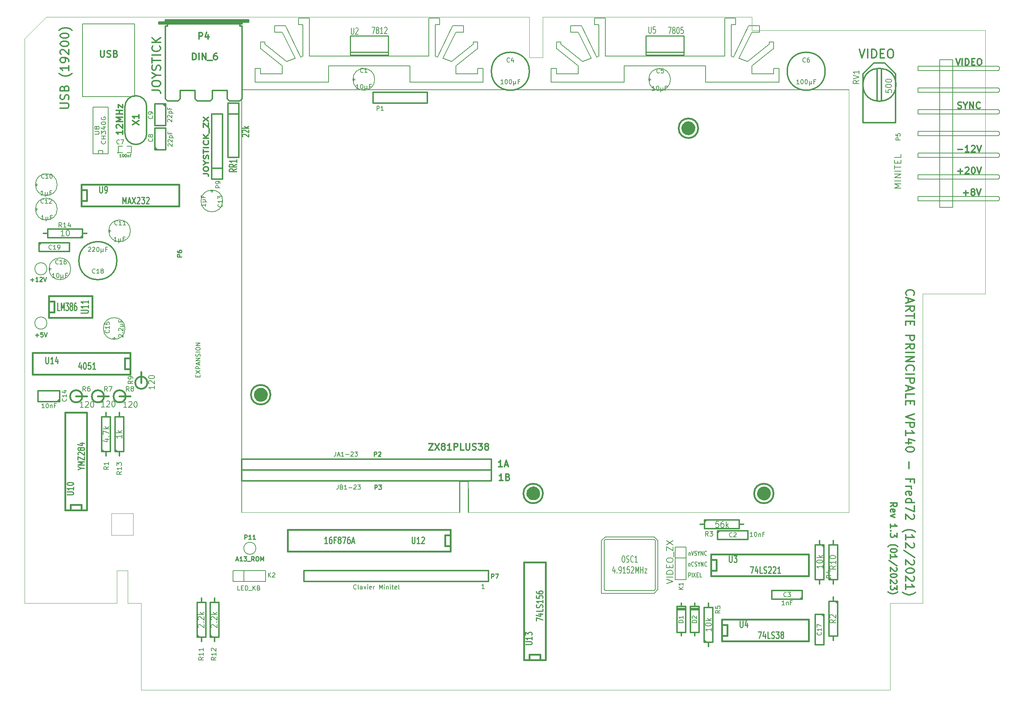
<source format=gto>
G04 (created by PCBNEW (2013-07-07 BZR 4022)-stable) date 07/01/2023 15:27:14*
%MOIN*%
G04 Gerber Fmt 3.4, Leading zero omitted, Abs format*
%FSLAX34Y34*%
G01*
G70*
G90*
G04 APERTURE LIST*
%ADD10C,0.00590551*%
%ADD11C,0.011811*%
%ADD12C,0.00787402*%
%ADD13C,0.0137795*%
%ADD14C,0.00393701*%
%ADD15C,0.008*%
%ADD16C,0.0125*%
%ADD17C,0.015*%
%ADD18C,0.005*%
%ADD19C,0.01*%
%ADD20C,0.012*%
%ADD21C,0.006*%
%ADD22C,0.0001*%
%ADD23C,0.0108*%
%ADD24C,0.01125*%
%ADD25C,0.00669291*%
%ADD26C,0.0075*%
%ADD27C,0.0107*%
G04 APERTURE END LIST*
G54D10*
G54D11*
X79760Y-45111D02*
X80042Y-44914D01*
X79760Y-44773D02*
X80351Y-44773D01*
X80351Y-44998D01*
X80323Y-45055D01*
X80295Y-45083D01*
X80239Y-45111D01*
X80154Y-45111D01*
X80098Y-45083D01*
X80070Y-45055D01*
X80042Y-44998D01*
X80042Y-44773D01*
X79789Y-45589D02*
X79760Y-45533D01*
X79760Y-45420D01*
X79789Y-45364D01*
X79845Y-45336D01*
X80070Y-45336D01*
X80126Y-45364D01*
X80154Y-45420D01*
X80154Y-45533D01*
X80126Y-45589D01*
X80070Y-45617D01*
X80014Y-45617D01*
X79957Y-45336D01*
X80154Y-45814D02*
X79760Y-45955D01*
X80154Y-46095D01*
X79760Y-47079D02*
X79760Y-46742D01*
X79760Y-46911D02*
X80351Y-46911D01*
X80267Y-46854D01*
X80210Y-46798D01*
X80182Y-46742D01*
X79817Y-47333D02*
X79789Y-47361D01*
X79760Y-47333D01*
X79789Y-47304D01*
X79817Y-47333D01*
X79760Y-47333D01*
X80351Y-47557D02*
X80351Y-47923D01*
X80126Y-47726D01*
X80126Y-47811D01*
X80098Y-47867D01*
X80070Y-47895D01*
X80014Y-47923D01*
X79873Y-47923D01*
X79817Y-47895D01*
X79789Y-47867D01*
X79760Y-47811D01*
X79760Y-47642D01*
X79789Y-47586D01*
X79817Y-47557D01*
X79535Y-48795D02*
X79564Y-48767D01*
X79648Y-48710D01*
X79704Y-48682D01*
X79789Y-48654D01*
X79929Y-48626D01*
X80042Y-48626D01*
X80182Y-48654D01*
X80267Y-48682D01*
X80323Y-48710D01*
X80407Y-48767D01*
X80435Y-48795D01*
X80351Y-49132D02*
X80351Y-49189D01*
X80323Y-49245D01*
X80295Y-49273D01*
X80239Y-49301D01*
X80126Y-49329D01*
X79985Y-49329D01*
X79873Y-49301D01*
X79817Y-49273D01*
X79789Y-49245D01*
X79760Y-49189D01*
X79760Y-49132D01*
X79789Y-49076D01*
X79817Y-49048D01*
X79873Y-49020D01*
X79985Y-48992D01*
X80126Y-48992D01*
X80239Y-49020D01*
X80295Y-49048D01*
X80323Y-49076D01*
X80351Y-49132D01*
X79760Y-49892D02*
X79760Y-49554D01*
X79760Y-49723D02*
X80351Y-49723D01*
X80267Y-49667D01*
X80210Y-49610D01*
X80182Y-49554D01*
X80379Y-50566D02*
X79620Y-50060D01*
X80295Y-50735D02*
X80323Y-50763D01*
X80351Y-50820D01*
X80351Y-50960D01*
X80323Y-51016D01*
X80295Y-51045D01*
X80239Y-51073D01*
X80182Y-51073D01*
X80098Y-51045D01*
X79760Y-50707D01*
X79760Y-51073D01*
X80351Y-51438D02*
X80351Y-51494D01*
X80323Y-51551D01*
X80295Y-51579D01*
X80239Y-51607D01*
X80126Y-51635D01*
X79985Y-51635D01*
X79873Y-51607D01*
X79817Y-51579D01*
X79789Y-51551D01*
X79760Y-51494D01*
X79760Y-51438D01*
X79789Y-51382D01*
X79817Y-51354D01*
X79873Y-51326D01*
X79985Y-51298D01*
X80126Y-51298D01*
X80239Y-51326D01*
X80295Y-51354D01*
X80323Y-51382D01*
X80351Y-51438D01*
X80295Y-51860D02*
X80323Y-51888D01*
X80351Y-51944D01*
X80351Y-52085D01*
X80323Y-52141D01*
X80295Y-52169D01*
X80239Y-52198D01*
X80182Y-52198D01*
X80098Y-52169D01*
X79760Y-51832D01*
X79760Y-52198D01*
X80351Y-52394D02*
X80351Y-52760D01*
X80126Y-52563D01*
X80126Y-52647D01*
X80098Y-52704D01*
X80070Y-52732D01*
X80014Y-52760D01*
X79873Y-52760D01*
X79817Y-52732D01*
X79789Y-52704D01*
X79760Y-52647D01*
X79760Y-52479D01*
X79789Y-52423D01*
X79817Y-52394D01*
X79535Y-52957D02*
X79564Y-52985D01*
X79648Y-53041D01*
X79704Y-53069D01*
X79789Y-53097D01*
X79929Y-53126D01*
X80042Y-53126D01*
X80182Y-53097D01*
X80267Y-53069D01*
X80323Y-53041D01*
X80407Y-52985D01*
X80435Y-52957D01*
X44073Y-42689D02*
X43735Y-42689D01*
X43904Y-42689D02*
X43904Y-42098D01*
X43848Y-42182D01*
X43792Y-42239D01*
X43735Y-42267D01*
X44523Y-42379D02*
X44607Y-42407D01*
X44635Y-42435D01*
X44664Y-42492D01*
X44664Y-42576D01*
X44635Y-42632D01*
X44607Y-42660D01*
X44551Y-42689D01*
X44326Y-42689D01*
X44326Y-42098D01*
X44523Y-42098D01*
X44579Y-42126D01*
X44607Y-42154D01*
X44635Y-42210D01*
X44635Y-42267D01*
X44607Y-42323D01*
X44579Y-42351D01*
X44523Y-42379D01*
X44326Y-42379D01*
X44015Y-41439D02*
X43678Y-41439D01*
X43846Y-41439D02*
X43846Y-40848D01*
X43790Y-40932D01*
X43734Y-40989D01*
X43678Y-41017D01*
X44240Y-41270D02*
X44521Y-41270D01*
X44184Y-41439D02*
X44381Y-40848D01*
X44578Y-41439D01*
G54D12*
X42373Y-52675D02*
X42126Y-52675D01*
X42250Y-52675D02*
X42250Y-52242D01*
X42208Y-52304D01*
X42167Y-52345D01*
X42126Y-52365D01*
G54D11*
X85973Y-8410D02*
X86057Y-8439D01*
X86198Y-8439D01*
X86254Y-8410D01*
X86282Y-8382D01*
X86311Y-8326D01*
X86311Y-8270D01*
X86282Y-8214D01*
X86254Y-8185D01*
X86198Y-8157D01*
X86086Y-8129D01*
X86029Y-8101D01*
X86001Y-8073D01*
X85973Y-8017D01*
X85973Y-7960D01*
X86001Y-7904D01*
X86029Y-7876D01*
X86086Y-7848D01*
X86226Y-7848D01*
X86311Y-7876D01*
X86676Y-8157D02*
X86676Y-8439D01*
X86479Y-7848D02*
X86676Y-8157D01*
X86873Y-7848D01*
X87070Y-8439D02*
X87070Y-7848D01*
X87407Y-8439D01*
X87407Y-7848D01*
X88026Y-8382D02*
X87998Y-8410D01*
X87913Y-8439D01*
X87857Y-8439D01*
X87773Y-8410D01*
X87717Y-8354D01*
X87688Y-8298D01*
X87660Y-8185D01*
X87660Y-8101D01*
X87688Y-7989D01*
X87717Y-7932D01*
X87773Y-7876D01*
X87857Y-7848D01*
X87913Y-7848D01*
X87998Y-7876D01*
X88026Y-7904D01*
X85790Y-3848D02*
X85987Y-4439D01*
X86184Y-3848D01*
X86381Y-4439D02*
X86381Y-3848D01*
X86662Y-4439D02*
X86662Y-3848D01*
X86803Y-3848D01*
X86887Y-3876D01*
X86943Y-3932D01*
X86971Y-3989D01*
X87000Y-4101D01*
X87000Y-4185D01*
X86971Y-4298D01*
X86943Y-4354D01*
X86887Y-4410D01*
X86803Y-4439D01*
X86662Y-4439D01*
X87253Y-4129D02*
X87449Y-4129D01*
X87534Y-4439D02*
X87253Y-4439D01*
X87253Y-3848D01*
X87534Y-3848D01*
X87899Y-3848D02*
X88012Y-3848D01*
X88068Y-3876D01*
X88124Y-3932D01*
X88152Y-4045D01*
X88152Y-4242D01*
X88124Y-4354D01*
X88068Y-4410D01*
X88012Y-4439D01*
X87899Y-4439D01*
X87843Y-4410D01*
X87787Y-4354D01*
X87759Y-4242D01*
X87759Y-4045D01*
X87787Y-3932D01*
X87843Y-3876D01*
X87899Y-3848D01*
X85959Y-12214D02*
X86409Y-12214D01*
X87000Y-12439D02*
X86662Y-12439D01*
X86831Y-12439D02*
X86831Y-11848D01*
X86775Y-11932D01*
X86718Y-11989D01*
X86662Y-12017D01*
X87224Y-11904D02*
X87253Y-11876D01*
X87309Y-11848D01*
X87449Y-11848D01*
X87506Y-11876D01*
X87534Y-11904D01*
X87562Y-11960D01*
X87562Y-12017D01*
X87534Y-12101D01*
X87196Y-12439D01*
X87562Y-12439D01*
X87731Y-11848D02*
X87928Y-12439D01*
X88124Y-11848D01*
X85959Y-14214D02*
X86409Y-14214D01*
X86184Y-14439D02*
X86184Y-13989D01*
X86662Y-13904D02*
X86690Y-13876D01*
X86746Y-13848D01*
X86887Y-13848D01*
X86943Y-13876D01*
X86971Y-13904D01*
X87000Y-13960D01*
X87000Y-14017D01*
X86971Y-14101D01*
X86634Y-14439D01*
X87000Y-14439D01*
X87365Y-13848D02*
X87421Y-13848D01*
X87478Y-13876D01*
X87506Y-13904D01*
X87534Y-13960D01*
X87562Y-14073D01*
X87562Y-14214D01*
X87534Y-14326D01*
X87506Y-14382D01*
X87478Y-14410D01*
X87421Y-14439D01*
X87365Y-14439D01*
X87309Y-14410D01*
X87281Y-14382D01*
X87253Y-14326D01*
X87224Y-14214D01*
X87224Y-14073D01*
X87253Y-13960D01*
X87281Y-13904D01*
X87309Y-13876D01*
X87365Y-13848D01*
X87731Y-13848D02*
X87928Y-14439D01*
X88124Y-13848D01*
X86490Y-16214D02*
X86940Y-16214D01*
X86715Y-16439D02*
X86715Y-15989D01*
X87306Y-16101D02*
X87250Y-16073D01*
X87221Y-16045D01*
X87193Y-15989D01*
X87193Y-15960D01*
X87221Y-15904D01*
X87250Y-15876D01*
X87306Y-15848D01*
X87418Y-15848D01*
X87474Y-15876D01*
X87503Y-15904D01*
X87531Y-15960D01*
X87531Y-15989D01*
X87503Y-16045D01*
X87474Y-16073D01*
X87418Y-16101D01*
X87306Y-16101D01*
X87250Y-16129D01*
X87221Y-16157D01*
X87193Y-16214D01*
X87193Y-16326D01*
X87221Y-16382D01*
X87250Y-16410D01*
X87306Y-16439D01*
X87418Y-16439D01*
X87474Y-16410D01*
X87503Y-16382D01*
X87531Y-16326D01*
X87531Y-16214D01*
X87503Y-16157D01*
X87474Y-16129D01*
X87418Y-16101D01*
X87699Y-15848D02*
X87896Y-16439D01*
X88093Y-15848D01*
G54D12*
X61172Y-51609D02*
X61172Y-51215D01*
X61292Y-51215D01*
X61322Y-51234D01*
X61337Y-51253D01*
X61352Y-51290D01*
X61352Y-51346D01*
X61337Y-51384D01*
X61322Y-51403D01*
X61292Y-51421D01*
X61172Y-51421D01*
X61487Y-51609D02*
X61487Y-51215D01*
X61607Y-51215D02*
X61817Y-51609D01*
X61817Y-51215D02*
X61607Y-51609D01*
X61937Y-51403D02*
X62042Y-51403D01*
X62087Y-51609D02*
X61937Y-51609D01*
X61937Y-51215D01*
X62087Y-51215D01*
X62372Y-51609D02*
X62222Y-51609D01*
X62222Y-51215D01*
X61190Y-49346D02*
X61190Y-49609D01*
X61190Y-49384D02*
X61205Y-49365D01*
X61235Y-49346D01*
X61280Y-49346D01*
X61310Y-49365D01*
X61325Y-49403D01*
X61325Y-49609D01*
X61430Y-49215D02*
X61535Y-49609D01*
X61640Y-49215D01*
X61730Y-49590D02*
X61775Y-49609D01*
X61850Y-49609D01*
X61880Y-49590D01*
X61895Y-49571D01*
X61910Y-49534D01*
X61910Y-49496D01*
X61895Y-49459D01*
X61880Y-49440D01*
X61850Y-49421D01*
X61790Y-49403D01*
X61760Y-49384D01*
X61745Y-49365D01*
X61730Y-49328D01*
X61730Y-49290D01*
X61745Y-49253D01*
X61760Y-49234D01*
X61790Y-49215D01*
X61865Y-49215D01*
X61910Y-49234D01*
X62104Y-49421D02*
X62104Y-49609D01*
X62000Y-49215D02*
X62104Y-49421D01*
X62209Y-49215D01*
X62314Y-49609D02*
X62314Y-49215D01*
X62494Y-49609D01*
X62494Y-49215D01*
X62824Y-49571D02*
X62809Y-49590D01*
X62764Y-49609D01*
X62734Y-49609D01*
X62689Y-49590D01*
X62659Y-49553D01*
X62644Y-49515D01*
X62629Y-49440D01*
X62629Y-49384D01*
X62644Y-49309D01*
X62659Y-49271D01*
X62689Y-49234D01*
X62734Y-49215D01*
X62764Y-49215D01*
X62809Y-49234D01*
X62824Y-49253D01*
X61167Y-50346D02*
X61167Y-50609D01*
X61167Y-50384D02*
X61182Y-50365D01*
X61212Y-50346D01*
X61257Y-50346D01*
X61287Y-50365D01*
X61302Y-50403D01*
X61302Y-50609D01*
X61632Y-50571D02*
X61617Y-50590D01*
X61572Y-50609D01*
X61542Y-50609D01*
X61497Y-50590D01*
X61467Y-50553D01*
X61452Y-50515D01*
X61437Y-50440D01*
X61437Y-50384D01*
X61452Y-50309D01*
X61467Y-50271D01*
X61497Y-50234D01*
X61542Y-50215D01*
X61572Y-50215D01*
X61617Y-50234D01*
X61632Y-50253D01*
X61752Y-50590D02*
X61797Y-50609D01*
X61872Y-50609D01*
X61902Y-50590D01*
X61917Y-50571D01*
X61932Y-50534D01*
X61932Y-50496D01*
X61917Y-50459D01*
X61902Y-50440D01*
X61872Y-50421D01*
X61812Y-50403D01*
X61782Y-50384D01*
X61767Y-50365D01*
X61752Y-50328D01*
X61752Y-50290D01*
X61767Y-50253D01*
X61782Y-50234D01*
X61812Y-50215D01*
X61887Y-50215D01*
X61932Y-50234D01*
X62127Y-50421D02*
X62127Y-50609D01*
X62022Y-50215D02*
X62127Y-50421D01*
X62232Y-50215D01*
X62337Y-50609D02*
X62337Y-50215D01*
X62517Y-50609D01*
X62517Y-50215D01*
X62847Y-50571D02*
X62832Y-50590D01*
X62787Y-50609D01*
X62757Y-50609D01*
X62712Y-50590D01*
X62682Y-50553D01*
X62667Y-50515D01*
X62652Y-50440D01*
X62652Y-50384D01*
X62667Y-50309D01*
X62682Y-50271D01*
X62712Y-50234D01*
X62757Y-50215D01*
X62787Y-50215D01*
X62832Y-50234D01*
X62847Y-50253D01*
G54D13*
X76887Y-2981D02*
X77150Y-3768D01*
X77412Y-2981D01*
X77675Y-3768D02*
X77675Y-2981D01*
X78050Y-3768D02*
X78050Y-2981D01*
X78237Y-2981D01*
X78350Y-3018D01*
X78425Y-3093D01*
X78462Y-3168D01*
X78500Y-3318D01*
X78500Y-3431D01*
X78462Y-3581D01*
X78425Y-3656D01*
X78350Y-3731D01*
X78237Y-3768D01*
X78050Y-3768D01*
X78837Y-3356D02*
X79099Y-3356D01*
X79212Y-3768D02*
X78837Y-3768D01*
X78837Y-2981D01*
X79212Y-2981D01*
X79699Y-2981D02*
X79849Y-2981D01*
X79924Y-3018D01*
X79999Y-3093D01*
X80037Y-3243D01*
X80037Y-3506D01*
X79999Y-3656D01*
X79924Y-3731D01*
X79849Y-3768D01*
X79699Y-3768D01*
X79624Y-3731D01*
X79549Y-3656D01*
X79512Y-3506D01*
X79512Y-3243D01*
X79549Y-3093D01*
X79624Y-3018D01*
X79699Y-2981D01*
X11731Y-6737D02*
X12293Y-6737D01*
X12406Y-6774D01*
X12481Y-6849D01*
X12518Y-6962D01*
X12518Y-7037D01*
X11731Y-6212D02*
X11731Y-6062D01*
X11768Y-5987D01*
X11843Y-5912D01*
X11993Y-5874D01*
X12256Y-5874D01*
X12406Y-5912D01*
X12481Y-5987D01*
X12518Y-6062D01*
X12518Y-6212D01*
X12481Y-6287D01*
X12406Y-6362D01*
X12256Y-6399D01*
X11993Y-6399D01*
X11843Y-6362D01*
X11768Y-6287D01*
X11731Y-6212D01*
X12143Y-5387D02*
X12518Y-5387D01*
X11731Y-5649D02*
X12143Y-5387D01*
X11731Y-5124D01*
X12481Y-4899D02*
X12518Y-4787D01*
X12518Y-4599D01*
X12481Y-4524D01*
X12443Y-4487D01*
X12368Y-4449D01*
X12293Y-4449D01*
X12218Y-4487D01*
X12181Y-4524D01*
X12143Y-4599D01*
X12106Y-4749D01*
X12068Y-4824D01*
X12031Y-4862D01*
X11956Y-4899D01*
X11881Y-4899D01*
X11806Y-4862D01*
X11768Y-4824D01*
X11731Y-4749D01*
X11731Y-4562D01*
X11768Y-4449D01*
X11731Y-4225D02*
X11731Y-3775D01*
X12518Y-4000D02*
X11731Y-4000D01*
X12518Y-3512D02*
X11731Y-3512D01*
X12443Y-2687D02*
X12481Y-2725D01*
X12518Y-2837D01*
X12518Y-2912D01*
X12481Y-3025D01*
X12406Y-3100D01*
X12331Y-3137D01*
X12181Y-3175D01*
X12068Y-3175D01*
X11918Y-3137D01*
X11843Y-3100D01*
X11768Y-3025D01*
X11731Y-2912D01*
X11731Y-2837D01*
X11768Y-2725D01*
X11806Y-2687D01*
X12518Y-2350D02*
X11731Y-2350D01*
X12518Y-1900D02*
X12068Y-2237D01*
X11731Y-1900D02*
X12181Y-2350D01*
X3281Y-8393D02*
X3918Y-8393D01*
X3993Y-8355D01*
X4031Y-8318D01*
X4068Y-8243D01*
X4068Y-8093D01*
X4031Y-8018D01*
X3993Y-7980D01*
X3918Y-7943D01*
X3281Y-7943D01*
X4031Y-7605D02*
X4068Y-7493D01*
X4068Y-7305D01*
X4031Y-7230D01*
X3993Y-7193D01*
X3918Y-7155D01*
X3843Y-7155D01*
X3768Y-7193D01*
X3731Y-7230D01*
X3693Y-7305D01*
X3656Y-7455D01*
X3618Y-7530D01*
X3581Y-7568D01*
X3506Y-7605D01*
X3431Y-7605D01*
X3356Y-7568D01*
X3318Y-7530D01*
X3281Y-7455D01*
X3281Y-7268D01*
X3318Y-7155D01*
X3656Y-6556D02*
X3693Y-6443D01*
X3731Y-6406D01*
X3806Y-6368D01*
X3918Y-6368D01*
X3993Y-6406D01*
X4031Y-6443D01*
X4068Y-6518D01*
X4068Y-6818D01*
X3281Y-6818D01*
X3281Y-6556D01*
X3318Y-6481D01*
X3356Y-6443D01*
X3431Y-6406D01*
X3506Y-6406D01*
X3581Y-6443D01*
X3618Y-6481D01*
X3656Y-6556D01*
X3656Y-6818D01*
X4368Y-5206D02*
X4331Y-5243D01*
X4218Y-5318D01*
X4143Y-5356D01*
X4031Y-5393D01*
X3843Y-5431D01*
X3693Y-5431D01*
X3506Y-5393D01*
X3393Y-5356D01*
X3318Y-5318D01*
X3206Y-5243D01*
X3168Y-5206D01*
X4068Y-4493D02*
X4068Y-4943D01*
X4068Y-4718D02*
X3281Y-4718D01*
X3393Y-4793D01*
X3468Y-4868D01*
X3506Y-4943D01*
X4068Y-4118D02*
X4068Y-3968D01*
X4031Y-3893D01*
X3993Y-3856D01*
X3881Y-3781D01*
X3731Y-3743D01*
X3431Y-3743D01*
X3356Y-3781D01*
X3318Y-3818D01*
X3281Y-3893D01*
X3281Y-4043D01*
X3318Y-4118D01*
X3356Y-4156D01*
X3431Y-4193D01*
X3618Y-4193D01*
X3693Y-4156D01*
X3731Y-4118D01*
X3768Y-4043D01*
X3768Y-3893D01*
X3731Y-3818D01*
X3693Y-3781D01*
X3618Y-3743D01*
X3356Y-3443D02*
X3318Y-3406D01*
X3281Y-3331D01*
X3281Y-3143D01*
X3318Y-3068D01*
X3356Y-3031D01*
X3431Y-2993D01*
X3506Y-2993D01*
X3618Y-3031D01*
X4068Y-3481D01*
X4068Y-2993D01*
X3281Y-2506D02*
X3281Y-2431D01*
X3318Y-2356D01*
X3356Y-2319D01*
X3431Y-2281D01*
X3581Y-2244D01*
X3768Y-2244D01*
X3918Y-2281D01*
X3993Y-2319D01*
X4031Y-2356D01*
X4068Y-2431D01*
X4068Y-2506D01*
X4031Y-2581D01*
X3993Y-2619D01*
X3918Y-2656D01*
X3768Y-2694D01*
X3581Y-2694D01*
X3431Y-2656D01*
X3356Y-2619D01*
X3318Y-2581D01*
X3281Y-2506D01*
X3281Y-1756D02*
X3281Y-1681D01*
X3318Y-1606D01*
X3356Y-1569D01*
X3431Y-1531D01*
X3581Y-1494D01*
X3768Y-1494D01*
X3918Y-1531D01*
X3993Y-1569D01*
X4031Y-1606D01*
X4068Y-1681D01*
X4068Y-1756D01*
X4031Y-1831D01*
X3993Y-1869D01*
X3918Y-1906D01*
X3768Y-1944D01*
X3581Y-1944D01*
X3431Y-1906D01*
X3356Y-1869D01*
X3318Y-1831D01*
X3281Y-1756D01*
X4368Y-1231D02*
X4331Y-1194D01*
X4218Y-1119D01*
X4143Y-1081D01*
X4031Y-1044D01*
X3843Y-1006D01*
X3693Y-1006D01*
X3506Y-1044D01*
X3393Y-1081D01*
X3318Y-1119D01*
X3206Y-1194D01*
X3168Y-1231D01*
G54D11*
X81256Y-25626D02*
X81218Y-25589D01*
X81181Y-25476D01*
X81181Y-25401D01*
X81218Y-25289D01*
X81293Y-25214D01*
X81368Y-25176D01*
X81518Y-25139D01*
X81631Y-25139D01*
X81781Y-25176D01*
X81856Y-25214D01*
X81931Y-25289D01*
X81968Y-25401D01*
X81968Y-25476D01*
X81931Y-25589D01*
X81893Y-25626D01*
X81406Y-25926D02*
X81406Y-26301D01*
X81181Y-25851D02*
X81968Y-26114D01*
X81181Y-26376D01*
X81181Y-27089D02*
X81556Y-26826D01*
X81181Y-26639D02*
X81968Y-26639D01*
X81968Y-26939D01*
X81931Y-27014D01*
X81893Y-27051D01*
X81818Y-27089D01*
X81706Y-27089D01*
X81631Y-27051D01*
X81593Y-27014D01*
X81556Y-26939D01*
X81556Y-26639D01*
X81968Y-27313D02*
X81968Y-27763D01*
X81181Y-27538D02*
X81968Y-27538D01*
X81593Y-28026D02*
X81593Y-28288D01*
X81181Y-28401D02*
X81181Y-28026D01*
X81968Y-28026D01*
X81968Y-28401D01*
X81181Y-29338D02*
X81968Y-29338D01*
X81968Y-29638D01*
X81931Y-29713D01*
X81893Y-29751D01*
X81818Y-29788D01*
X81706Y-29788D01*
X81631Y-29751D01*
X81593Y-29713D01*
X81556Y-29638D01*
X81556Y-29338D01*
X81181Y-30576D02*
X81556Y-30313D01*
X81181Y-30126D02*
X81968Y-30126D01*
X81968Y-30426D01*
X81931Y-30501D01*
X81893Y-30538D01*
X81818Y-30576D01*
X81706Y-30576D01*
X81631Y-30538D01*
X81593Y-30501D01*
X81556Y-30426D01*
X81556Y-30126D01*
X81181Y-30913D02*
X81968Y-30913D01*
X81181Y-31288D02*
X81968Y-31288D01*
X81181Y-31738D01*
X81968Y-31738D01*
X81256Y-32563D02*
X81218Y-32525D01*
X81181Y-32413D01*
X81181Y-32338D01*
X81218Y-32225D01*
X81293Y-32150D01*
X81368Y-32113D01*
X81518Y-32075D01*
X81631Y-32075D01*
X81781Y-32113D01*
X81856Y-32150D01*
X81931Y-32225D01*
X81968Y-32338D01*
X81968Y-32413D01*
X81931Y-32525D01*
X81893Y-32563D01*
X81181Y-32900D02*
X81968Y-32900D01*
X81181Y-33275D02*
X81968Y-33275D01*
X81968Y-33575D01*
X81931Y-33650D01*
X81893Y-33688D01*
X81818Y-33725D01*
X81706Y-33725D01*
X81631Y-33688D01*
X81593Y-33650D01*
X81556Y-33575D01*
X81556Y-33275D01*
X81406Y-34025D02*
X81406Y-34400D01*
X81181Y-33950D02*
X81968Y-34213D01*
X81181Y-34475D01*
X81181Y-35113D02*
X81181Y-34738D01*
X81968Y-34738D01*
X81593Y-35375D02*
X81593Y-35637D01*
X81181Y-35750D02*
X81181Y-35375D01*
X81968Y-35375D01*
X81968Y-35750D01*
X81968Y-36575D02*
X81181Y-36837D01*
X81968Y-37100D01*
X81181Y-37362D02*
X81968Y-37362D01*
X81968Y-37662D01*
X81931Y-37737D01*
X81893Y-37775D01*
X81818Y-37812D01*
X81706Y-37812D01*
X81631Y-37775D01*
X81593Y-37737D01*
X81556Y-37662D01*
X81556Y-37362D01*
X81181Y-38562D02*
X81181Y-38112D01*
X81181Y-38337D02*
X81968Y-38337D01*
X81856Y-38262D01*
X81781Y-38187D01*
X81743Y-38112D01*
X81706Y-39237D02*
X81181Y-39237D01*
X82006Y-39050D02*
X81443Y-38862D01*
X81443Y-39349D01*
X81968Y-39799D02*
X81968Y-39874D01*
X81931Y-39949D01*
X81893Y-39987D01*
X81818Y-40024D01*
X81668Y-40062D01*
X81481Y-40062D01*
X81331Y-40024D01*
X81256Y-39987D01*
X81218Y-39949D01*
X81181Y-39874D01*
X81181Y-39799D01*
X81218Y-39724D01*
X81256Y-39687D01*
X81331Y-39649D01*
X81481Y-39612D01*
X81668Y-39612D01*
X81818Y-39649D01*
X81893Y-39687D01*
X81931Y-39724D01*
X81968Y-39799D01*
X81481Y-40999D02*
X81481Y-41599D01*
X81593Y-42837D02*
X81593Y-42574D01*
X81181Y-42574D02*
X81968Y-42574D01*
X81968Y-42949D01*
X81181Y-43249D02*
X81706Y-43249D01*
X81556Y-43249D02*
X81631Y-43286D01*
X81668Y-43324D01*
X81706Y-43399D01*
X81706Y-43474D01*
X81218Y-44036D02*
X81181Y-43961D01*
X81181Y-43811D01*
X81218Y-43736D01*
X81293Y-43699D01*
X81593Y-43699D01*
X81668Y-43736D01*
X81706Y-43811D01*
X81706Y-43961D01*
X81668Y-44036D01*
X81593Y-44074D01*
X81518Y-44074D01*
X81443Y-43699D01*
X81181Y-44749D02*
X81968Y-44749D01*
X81218Y-44749D02*
X81181Y-44674D01*
X81181Y-44524D01*
X81218Y-44449D01*
X81256Y-44411D01*
X81331Y-44374D01*
X81556Y-44374D01*
X81631Y-44411D01*
X81668Y-44449D01*
X81706Y-44524D01*
X81706Y-44674D01*
X81668Y-44749D01*
X81968Y-45049D02*
X81968Y-45574D01*
X81181Y-45236D01*
X81893Y-45836D02*
X81931Y-45874D01*
X81968Y-45949D01*
X81968Y-46136D01*
X81931Y-46211D01*
X81893Y-46249D01*
X81818Y-46286D01*
X81743Y-46286D01*
X81631Y-46249D01*
X81181Y-45799D01*
X81181Y-46286D01*
X80881Y-47448D02*
X80918Y-47411D01*
X81031Y-47336D01*
X81106Y-47298D01*
X81218Y-47261D01*
X81406Y-47223D01*
X81556Y-47223D01*
X81743Y-47261D01*
X81856Y-47298D01*
X81931Y-47336D01*
X82043Y-47411D01*
X82081Y-47448D01*
X81181Y-48161D02*
X81181Y-47711D01*
X81181Y-47936D02*
X81968Y-47936D01*
X81856Y-47861D01*
X81781Y-47786D01*
X81743Y-47711D01*
X81893Y-48461D02*
X81931Y-48498D01*
X81968Y-48573D01*
X81968Y-48761D01*
X81931Y-48836D01*
X81893Y-48873D01*
X81818Y-48911D01*
X81743Y-48911D01*
X81631Y-48873D01*
X81181Y-48423D01*
X81181Y-48911D01*
X82006Y-49811D02*
X80993Y-49136D01*
X81893Y-50036D02*
X81931Y-50073D01*
X81968Y-50148D01*
X81968Y-50336D01*
X81931Y-50411D01*
X81893Y-50448D01*
X81818Y-50486D01*
X81743Y-50486D01*
X81631Y-50448D01*
X81181Y-49998D01*
X81181Y-50486D01*
X81968Y-50973D02*
X81968Y-51048D01*
X81931Y-51123D01*
X81893Y-51161D01*
X81818Y-51198D01*
X81668Y-51235D01*
X81481Y-51235D01*
X81331Y-51198D01*
X81256Y-51161D01*
X81218Y-51123D01*
X81181Y-51048D01*
X81181Y-50973D01*
X81218Y-50898D01*
X81256Y-50861D01*
X81331Y-50823D01*
X81481Y-50786D01*
X81668Y-50786D01*
X81818Y-50823D01*
X81893Y-50861D01*
X81931Y-50898D01*
X81968Y-50973D01*
X81893Y-51535D02*
X81931Y-51573D01*
X81968Y-51648D01*
X81968Y-51835D01*
X81931Y-51910D01*
X81893Y-51948D01*
X81818Y-51985D01*
X81743Y-51985D01*
X81631Y-51948D01*
X81181Y-51498D01*
X81181Y-51985D01*
X81181Y-52735D02*
X81181Y-52285D01*
X81181Y-52510D02*
X81968Y-52510D01*
X81856Y-52435D01*
X81781Y-52360D01*
X81743Y-52285D01*
X80881Y-52998D02*
X80918Y-53035D01*
X81031Y-53110D01*
X81106Y-53148D01*
X81218Y-53185D01*
X81406Y-53223D01*
X81556Y-53223D01*
X81743Y-53185D01*
X81856Y-53148D01*
X81931Y-53110D01*
X82043Y-53035D01*
X82081Y-52998D01*
G54D14*
X8000Y-45750D02*
X8000Y-47750D01*
X10000Y-45750D02*
X8000Y-45750D01*
X10000Y-47750D02*
X10000Y-45750D01*
X8000Y-47750D02*
X10000Y-47750D01*
X8500Y-54000D02*
X0Y-54000D01*
X9500Y-54000D02*
X10750Y-54000D01*
X9500Y-51000D02*
X9500Y-54000D01*
X8500Y-51000D02*
X9500Y-51000D01*
X8500Y-54000D02*
X8500Y-51000D01*
X88500Y-1250D02*
X88500Y-25500D01*
X67000Y-1250D02*
X88500Y-1250D01*
X67000Y0D02*
X67000Y-1250D01*
X47750Y0D02*
X67000Y0D01*
X46500Y0D02*
X2000Y0D01*
X47750Y-3750D02*
X47750Y0D01*
X46500Y-3750D02*
X47750Y-3750D01*
X46500Y0D02*
X46500Y-3750D01*
X0Y-2000D02*
X2000Y0D01*
X0Y-54000D02*
X0Y-2000D01*
X10750Y-62000D02*
X10750Y-54000D01*
X79750Y-62000D02*
X10750Y-62000D01*
X82750Y-25500D02*
X88500Y-25500D01*
X82750Y-54000D02*
X82750Y-25500D01*
X79750Y-54000D02*
X82750Y-54000D01*
X79750Y-62000D02*
X79750Y-54000D01*
G54D10*
X84300Y-3950D02*
X85500Y-3950D01*
X85500Y-3950D02*
X85500Y-17550D01*
X85500Y-17550D02*
X84300Y-17550D01*
X84300Y-17550D02*
X84300Y-3950D01*
X82300Y-16550D02*
X82300Y-16950D01*
X82300Y-16950D02*
X89700Y-16950D01*
X89700Y-16950D02*
X89800Y-16850D01*
X89800Y-16850D02*
X89800Y-16650D01*
X89800Y-16650D02*
X89700Y-16550D01*
X89700Y-16550D02*
X82300Y-16550D01*
X82300Y-14550D02*
X82300Y-14950D01*
X82300Y-14950D02*
X89700Y-14950D01*
X89700Y-14950D02*
X89800Y-14850D01*
X89800Y-14850D02*
X89800Y-14650D01*
X89800Y-14650D02*
X89700Y-14550D01*
X89700Y-14550D02*
X82300Y-14550D01*
X82300Y-12550D02*
X82300Y-12950D01*
X82300Y-12950D02*
X89700Y-12950D01*
X89700Y-12950D02*
X89800Y-12850D01*
X89800Y-12850D02*
X89800Y-12650D01*
X89800Y-12650D02*
X89700Y-12550D01*
X89700Y-12550D02*
X82300Y-12550D01*
X82300Y-10550D02*
X82300Y-10950D01*
X82300Y-10950D02*
X89700Y-10950D01*
X89700Y-10950D02*
X89800Y-10850D01*
X89800Y-10850D02*
X89800Y-10650D01*
X89800Y-10650D02*
X89700Y-10550D01*
X89700Y-10550D02*
X82300Y-10550D01*
X82300Y-8550D02*
X82300Y-8950D01*
X82300Y-8950D02*
X89700Y-8950D01*
X89700Y-8950D02*
X89800Y-8850D01*
X89800Y-8850D02*
X89800Y-8650D01*
X89800Y-8650D02*
X89700Y-8550D01*
X89700Y-8550D02*
X82300Y-8550D01*
X82300Y-6550D02*
X82300Y-6950D01*
X89700Y-6950D02*
X89800Y-6850D01*
X82300Y-6950D02*
X89700Y-6950D01*
X89800Y-6650D02*
X89800Y-6850D01*
X89700Y-6550D02*
X89800Y-6650D01*
X82300Y-6550D02*
X89700Y-6550D01*
X82300Y-6550D02*
X89700Y-6550D01*
X89700Y-6550D02*
X89800Y-6650D01*
X89800Y-6650D02*
X89800Y-6850D01*
X82300Y-6950D02*
X89700Y-6950D01*
X89700Y-6950D02*
X89800Y-6850D01*
X89700Y-6950D02*
X89800Y-6850D01*
X82300Y-6950D02*
X89700Y-6950D01*
X89800Y-6650D02*
X89800Y-6850D01*
X89700Y-6550D02*
X89800Y-6650D01*
X82300Y-6550D02*
X89700Y-6550D01*
X82300Y-6550D02*
X89700Y-6550D01*
X89700Y-6550D02*
X89800Y-6650D01*
X89800Y-6650D02*
X89800Y-6850D01*
X82300Y-6950D02*
X89700Y-6950D01*
X89700Y-6950D02*
X89800Y-6850D01*
X89700Y-6950D02*
X89800Y-6850D01*
X82300Y-6950D02*
X89700Y-6950D01*
X89800Y-6650D02*
X89800Y-6850D01*
X89700Y-6550D02*
X89800Y-6650D01*
X82300Y-6550D02*
X89700Y-6550D01*
X82300Y-6550D02*
X89700Y-6550D01*
X89700Y-6550D02*
X89800Y-6650D01*
X89800Y-6650D02*
X89800Y-6850D01*
X82300Y-6950D02*
X89700Y-6950D01*
X89700Y-6950D02*
X89800Y-6850D01*
X89700Y-6950D02*
X89800Y-6850D01*
X82300Y-6950D02*
X89700Y-6950D01*
X89800Y-6650D02*
X89800Y-6850D01*
X89700Y-6550D02*
X89800Y-6650D01*
X82300Y-6550D02*
X89700Y-6550D01*
X82300Y-6550D02*
X89700Y-6550D01*
X89700Y-6550D02*
X89800Y-6650D01*
X89800Y-6650D02*
X89800Y-6850D01*
X82300Y-6950D02*
X89700Y-6950D01*
X89700Y-6950D02*
X89800Y-6850D01*
X89700Y-4950D02*
X89800Y-4850D01*
X82300Y-4950D02*
X89700Y-4950D01*
X89800Y-4650D02*
X89800Y-4850D01*
X89700Y-4550D02*
X89800Y-4650D01*
X82300Y-4550D02*
X89700Y-4550D01*
X82300Y-4550D02*
X89700Y-4550D01*
X89700Y-4550D02*
X89800Y-4650D01*
X89800Y-4650D02*
X89800Y-4850D01*
X82300Y-4950D02*
X89700Y-4950D01*
X89700Y-4950D02*
X89800Y-4850D01*
X89700Y-4950D02*
X89800Y-4850D01*
X82300Y-4950D02*
X89700Y-4950D01*
X89800Y-4650D02*
X89800Y-4850D01*
X89700Y-4550D02*
X89800Y-4650D01*
X82300Y-4550D02*
X89700Y-4550D01*
X82300Y-4550D02*
X89700Y-4550D01*
X89700Y-4550D02*
X89800Y-4650D01*
X89800Y-4650D02*
X89800Y-4850D01*
X82300Y-4950D02*
X89700Y-4950D01*
X89700Y-4950D02*
X89800Y-4850D01*
X89700Y-4950D02*
X89800Y-4850D01*
X82300Y-4950D02*
X89700Y-4950D01*
X89800Y-4650D02*
X89800Y-4850D01*
X89700Y-4550D02*
X89800Y-4650D01*
X82300Y-4550D02*
X89700Y-4550D01*
X82300Y-4550D02*
X89700Y-4550D01*
X89700Y-4550D02*
X89800Y-4650D01*
X89800Y-4650D02*
X89800Y-4850D01*
X82300Y-4950D02*
X89700Y-4950D01*
X89700Y-4950D02*
X89800Y-4850D01*
X89700Y-4950D02*
X89800Y-4850D01*
X82300Y-4950D02*
X89700Y-4950D01*
X89800Y-4650D02*
X89800Y-4850D01*
X89700Y-4550D02*
X89800Y-4650D01*
X82300Y-4550D02*
X89700Y-4550D01*
X82300Y-4550D02*
X89700Y-4550D01*
X89700Y-4550D02*
X89800Y-4650D01*
X89800Y-4650D02*
X89800Y-4850D01*
X82300Y-4550D02*
X82300Y-4950D01*
X82300Y-4950D02*
X89700Y-4950D01*
X89700Y-4950D02*
X89800Y-4850D01*
G54D15*
X53500Y-48150D02*
X53400Y-48250D01*
X53400Y-48250D02*
X53400Y-52750D01*
X53400Y-52750D02*
X53500Y-52850D01*
X53500Y-52850D02*
X58000Y-52850D01*
X58000Y-52850D02*
X58100Y-52750D01*
X58100Y-52750D02*
X58100Y-48250D01*
X58100Y-48250D02*
X58000Y-48150D01*
X58000Y-48150D02*
X53500Y-48150D01*
X53500Y-47900D02*
X53150Y-48250D01*
X53150Y-48250D02*
X53150Y-53100D01*
X53150Y-53100D02*
X58000Y-53100D01*
X58000Y-53100D02*
X58350Y-52750D01*
X58350Y-52750D02*
X58350Y-48250D01*
X58350Y-48250D02*
X58000Y-47900D01*
X58000Y-47900D02*
X53500Y-47900D01*
G54D16*
X11250Y-10750D02*
X11250Y-8250D01*
X9250Y-10750D02*
X9250Y-8250D01*
X10250Y-7250D02*
G75*
G03X9250Y-8250I0J-1000D01*
G74*
G01*
X11250Y-8250D02*
G75*
G03X10250Y-7250I-1000J0D01*
G74*
G01*
X9250Y-10750D02*
G75*
G03X10250Y-11750I1000J0D01*
G74*
G01*
X10250Y-11750D02*
G75*
G03X11250Y-10750I0J1000D01*
G74*
G01*
G54D17*
X46500Y-59250D02*
X46500Y-59250D01*
X46500Y-59250D02*
X46500Y-58750D01*
X46500Y-58750D02*
X47500Y-58750D01*
X47500Y-58750D02*
X47500Y-59250D01*
X46000Y-59250D02*
X46000Y-50250D01*
X46000Y-50250D02*
X48000Y-50250D01*
X48000Y-50250D02*
X48000Y-59250D01*
X48000Y-59250D02*
X46000Y-59250D01*
G54D10*
X51000Y-5250D02*
X51000Y-4500D01*
X51400Y-4100D02*
X52200Y-3800D01*
X51400Y-4100D02*
X49400Y-2500D01*
X51000Y-4500D02*
X49000Y-2900D01*
X49400Y-2300D02*
X49400Y-2500D01*
X49000Y-2300D02*
X49400Y-2300D01*
X49000Y-2300D02*
X49000Y-2900D01*
X52900Y-3600D02*
X52700Y-3700D01*
X52200Y-3800D02*
X51000Y-1400D01*
X52700Y-3700D02*
X51300Y-800D01*
X50300Y-1400D02*
X51000Y-1400D01*
X50300Y-800D02*
X51300Y-800D01*
X50300Y-800D02*
X50300Y-1400D01*
X68600Y-2500D02*
X66600Y-4100D01*
X66600Y-4100D02*
X65800Y-3800D01*
X67000Y-4500D02*
X69000Y-2900D01*
X67000Y-5250D02*
X67000Y-4500D01*
X65300Y-3700D02*
X65100Y-3600D01*
X68600Y-2300D02*
X68600Y-2500D01*
X69000Y-2300D02*
X68600Y-2300D01*
X69000Y-2300D02*
X69000Y-2900D01*
X67700Y-800D02*
X67700Y-1400D01*
X67700Y-1400D02*
X67000Y-1400D01*
X67000Y-1400D02*
X65800Y-3800D01*
X67700Y-800D02*
X66700Y-800D01*
X66700Y-800D02*
X65300Y-3700D01*
X53500Y-100D02*
X52500Y-100D01*
X52500Y-100D02*
X52500Y-700D01*
X52500Y-700D02*
X52900Y-700D01*
X52900Y-700D02*
X52900Y-3600D01*
X64500Y-100D02*
X65500Y-100D01*
X65500Y-100D02*
X65500Y-700D01*
X65500Y-700D02*
X65100Y-700D01*
X65100Y-700D02*
X65100Y-3600D01*
X59000Y-3600D02*
X53500Y-3600D01*
X53500Y-3600D02*
X53500Y-100D01*
X59000Y-3600D02*
X64500Y-3600D01*
X64500Y-3600D02*
X64500Y-100D01*
X48500Y-6000D02*
X48500Y-4750D01*
X48500Y-4750D02*
X49000Y-4750D01*
X49000Y-4750D02*
X49000Y-5250D01*
X49000Y-5250D02*
X51000Y-5250D01*
X69500Y-6000D02*
X69500Y-4750D01*
X69500Y-4750D02*
X69000Y-4750D01*
X69000Y-4750D02*
X69000Y-5250D01*
X69000Y-5250D02*
X67000Y-5250D01*
X55250Y-6000D02*
X48500Y-6000D01*
X55250Y-6000D02*
X55250Y-4500D01*
X55250Y-4500D02*
X62750Y-4500D01*
X62750Y-4500D02*
X62750Y-6000D01*
X62750Y-6000D02*
X69500Y-6000D01*
G54D18*
X10150Y-650D02*
X5350Y-650D01*
X5350Y-650D02*
X5350Y-7350D01*
X5350Y-7350D02*
X10150Y-7350D01*
X10150Y-7350D02*
X10150Y-650D01*
G54D17*
X2250Y-26200D02*
X2750Y-26200D01*
X2750Y-26200D02*
X2750Y-27200D01*
X2750Y-27200D02*
X2250Y-27200D01*
X2250Y-25700D02*
X6250Y-25700D01*
X6250Y-25700D02*
X6250Y-27700D01*
X6250Y-27700D02*
X2250Y-27700D01*
X2250Y-27700D02*
X2250Y-25700D01*
G54D19*
X33500Y-3250D02*
X33500Y-3500D01*
X33500Y-3500D02*
X30000Y-3500D01*
X30000Y-3500D02*
X30000Y-3250D01*
X33500Y-1750D02*
X33500Y-3250D01*
X33500Y-3250D02*
X30000Y-3250D01*
X30000Y-3250D02*
X30000Y-1750D01*
X30000Y-1750D02*
X33500Y-1750D01*
G54D17*
X63250Y-50000D02*
X63250Y-50000D01*
X63250Y-50000D02*
X63750Y-50000D01*
X63750Y-50000D02*
X63750Y-51000D01*
X63750Y-51000D02*
X63250Y-51000D01*
X63250Y-49500D02*
X72250Y-49500D01*
X72250Y-49500D02*
X72250Y-51500D01*
X72250Y-51500D02*
X63250Y-51500D01*
X63250Y-51500D02*
X63250Y-49500D01*
X4250Y-45450D02*
X4250Y-45450D01*
X4250Y-45450D02*
X4250Y-44950D01*
X4250Y-44950D02*
X5250Y-44950D01*
X5250Y-44950D02*
X5250Y-45450D01*
X3750Y-45450D02*
X3750Y-36450D01*
X3750Y-36450D02*
X5750Y-36450D01*
X5750Y-36450D02*
X5750Y-45450D01*
X5750Y-45450D02*
X3750Y-45450D01*
X64250Y-55500D02*
X72250Y-55500D01*
X72250Y-57500D02*
X64250Y-57500D01*
X64250Y-57500D02*
X64250Y-55500D01*
X64250Y-56000D02*
X64750Y-56000D01*
X64750Y-56000D02*
X64750Y-57000D01*
X64750Y-57000D02*
X64250Y-57000D01*
X72250Y-55500D02*
X72250Y-57500D01*
G54D19*
X60750Y-3250D02*
X60750Y-3500D01*
X60750Y-3500D02*
X57250Y-3500D01*
X57250Y-3500D02*
X57250Y-3250D01*
X60750Y-1750D02*
X60750Y-3250D01*
X60750Y-3250D02*
X57250Y-3250D01*
X57250Y-3250D02*
X57250Y-1750D01*
X57250Y-1750D02*
X60750Y-1750D01*
G54D17*
X39250Y-49250D02*
X24250Y-49250D01*
X24250Y-49250D02*
X24250Y-47250D01*
X24250Y-47250D02*
X39250Y-47250D01*
X39250Y-47250D02*
X39250Y-49250D01*
X39250Y-48750D02*
X38750Y-48750D01*
X38750Y-48750D02*
X38750Y-47750D01*
X38750Y-47750D02*
X39250Y-47750D01*
G54D10*
X23750Y-5250D02*
X23750Y-4500D01*
X24150Y-4100D02*
X24950Y-3800D01*
X24150Y-4100D02*
X22150Y-2500D01*
X23750Y-4500D02*
X21750Y-2900D01*
X22150Y-2300D02*
X22150Y-2500D01*
X21750Y-2300D02*
X22150Y-2300D01*
X21750Y-2300D02*
X21750Y-2900D01*
X25650Y-3600D02*
X25450Y-3700D01*
X24950Y-3800D02*
X23750Y-1400D01*
X25450Y-3700D02*
X24050Y-800D01*
X23050Y-1400D02*
X23750Y-1400D01*
X23050Y-800D02*
X24050Y-800D01*
X23050Y-800D02*
X23050Y-1400D01*
X41350Y-2500D02*
X39350Y-4100D01*
X39350Y-4100D02*
X38550Y-3800D01*
X39750Y-4500D02*
X41750Y-2900D01*
X39750Y-5250D02*
X39750Y-4500D01*
X38050Y-3700D02*
X37850Y-3600D01*
X41350Y-2300D02*
X41350Y-2500D01*
X41750Y-2300D02*
X41350Y-2300D01*
X41750Y-2300D02*
X41750Y-2900D01*
X40450Y-800D02*
X40450Y-1400D01*
X40450Y-1400D02*
X39750Y-1400D01*
X39750Y-1400D02*
X38550Y-3800D01*
X40450Y-800D02*
X39450Y-800D01*
X39450Y-800D02*
X38050Y-3700D01*
X26250Y-100D02*
X25250Y-100D01*
X25250Y-100D02*
X25250Y-700D01*
X25250Y-700D02*
X25650Y-700D01*
X25650Y-700D02*
X25650Y-3600D01*
X37250Y-100D02*
X38250Y-100D01*
X38250Y-100D02*
X38250Y-700D01*
X38250Y-700D02*
X37850Y-700D01*
X37850Y-700D02*
X37850Y-3600D01*
X31750Y-3600D02*
X26250Y-3600D01*
X26250Y-3600D02*
X26250Y-100D01*
X31750Y-3600D02*
X37250Y-3600D01*
X37250Y-3600D02*
X37250Y-100D01*
X21250Y-6000D02*
X21250Y-4750D01*
X21250Y-4750D02*
X21750Y-4750D01*
X21750Y-4750D02*
X21750Y-5250D01*
X21750Y-5250D02*
X23750Y-5250D01*
X42250Y-6000D02*
X42250Y-4750D01*
X42250Y-4750D02*
X41750Y-4750D01*
X41750Y-4750D02*
X41750Y-5250D01*
X41750Y-5250D02*
X39750Y-5250D01*
X28000Y-6000D02*
X21250Y-6000D01*
X28000Y-6000D02*
X28000Y-4500D01*
X28000Y-4500D02*
X35500Y-4500D01*
X35500Y-4500D02*
X35500Y-6000D01*
X35500Y-6000D02*
X42250Y-6000D01*
G54D20*
X32100Y-6950D02*
X32100Y-7950D01*
X37100Y-7950D02*
X37100Y-6950D01*
X32100Y-6950D02*
X37100Y-6950D01*
X37100Y-7950D02*
X32100Y-7950D01*
X73250Y-48250D02*
X73250Y-48650D01*
X73250Y-48650D02*
X73650Y-48650D01*
X73650Y-48650D02*
X73650Y-51850D01*
X73650Y-51850D02*
X72850Y-51850D01*
X72850Y-51850D02*
X72850Y-48650D01*
X72850Y-48650D02*
X73250Y-48650D01*
X73450Y-48650D02*
X73650Y-48850D01*
X73250Y-52250D02*
X73250Y-51850D01*
X62250Y-46750D02*
X62650Y-46750D01*
X62650Y-46750D02*
X62650Y-46350D01*
X62650Y-46350D02*
X65850Y-46350D01*
X65850Y-46350D02*
X65850Y-47150D01*
X65850Y-47150D02*
X62650Y-47150D01*
X62650Y-47150D02*
X62650Y-46750D01*
X62650Y-46550D02*
X62850Y-46350D01*
X66250Y-46750D02*
X65850Y-46750D01*
X63000Y-58000D02*
X63000Y-57600D01*
X63000Y-57600D02*
X62600Y-57600D01*
X62600Y-57600D02*
X62600Y-54400D01*
X62600Y-54400D02*
X63400Y-54400D01*
X63400Y-54400D02*
X63400Y-57600D01*
X63400Y-57600D02*
X63000Y-57600D01*
X62800Y-57600D02*
X62600Y-57400D01*
X63000Y-54000D02*
X63000Y-54400D01*
X46500Y-5000D02*
G75*
G03X46500Y-5000I-1750J0D01*
G74*
G01*
X73750Y-5000D02*
G75*
G03X73750Y-5000I-1750J0D01*
G74*
G01*
X71650Y-53650D02*
X68850Y-53650D01*
X68850Y-53650D02*
X68850Y-52850D01*
X68850Y-52850D02*
X71650Y-52850D01*
X71650Y-52850D02*
X71650Y-53650D01*
X71650Y-53450D02*
X71450Y-53650D01*
X63850Y-47350D02*
X66650Y-47350D01*
X66650Y-47350D02*
X66650Y-48150D01*
X66650Y-48150D02*
X63850Y-48150D01*
X63850Y-48150D02*
X63850Y-47350D01*
X63850Y-47550D02*
X64050Y-47350D01*
G54D18*
X32251Y-5750D02*
G75*
G03X32251Y-5750I-1001J0D01*
G74*
G01*
X59501Y-5750D02*
G75*
G03X59501Y-5750I-1001J0D01*
G74*
G01*
G54D20*
X13000Y-8020D02*
X13000Y-10000D01*
X13000Y-10000D02*
X12000Y-10000D01*
X12000Y-10000D02*
X12000Y-8000D01*
X12000Y-8000D02*
X13000Y-8000D01*
X12750Y-8000D02*
X13000Y-8250D01*
X12000Y-12230D02*
X12000Y-10250D01*
X12000Y-10250D02*
X13000Y-10250D01*
X13000Y-10250D02*
X13000Y-12250D01*
X13000Y-12250D02*
X12000Y-12250D01*
X12250Y-12250D02*
X12000Y-12000D01*
G54D18*
X8650Y-12500D02*
G75*
G03X8650Y-12500I-50J0D01*
G74*
G01*
X9050Y-12500D02*
X8650Y-12500D01*
X8650Y-12500D02*
X8650Y-11900D01*
X8650Y-11900D02*
X9050Y-11900D01*
X9450Y-11900D02*
X9850Y-11900D01*
X9850Y-11900D02*
X9850Y-12500D01*
X9850Y-12500D02*
X9450Y-12500D01*
G54D11*
X43000Y-40750D02*
X20000Y-40750D01*
X20000Y-41750D02*
X43000Y-41750D01*
X20000Y-40750D02*
X20000Y-41750D01*
X43000Y-40750D02*
X43000Y-41750D01*
X43000Y-41750D02*
X20000Y-41750D01*
X20000Y-42750D02*
X43000Y-42750D01*
X20000Y-41750D02*
X20000Y-42750D01*
X43000Y-41750D02*
X43000Y-42750D01*
G54D20*
X20043Y-555D02*
X12366Y-555D01*
X12957Y-457D02*
X20043Y-457D01*
X20634Y-358D02*
X12957Y-358D01*
X20043Y-7543D02*
X20043Y-850D01*
X20043Y-7543D02*
X19846Y-7740D01*
X19846Y-7740D02*
X18862Y-7740D01*
X18862Y-7740D02*
X18665Y-7543D01*
X18665Y-7543D02*
X18665Y-6756D01*
X18665Y-6756D02*
X17287Y-6756D01*
X12957Y-7543D02*
X12957Y-850D01*
X12957Y-7543D02*
X13154Y-7740D01*
X13154Y-7740D02*
X13941Y-7740D01*
X13941Y-7740D02*
X14138Y-7740D01*
X14138Y-7740D02*
X14335Y-7543D01*
X14335Y-7543D02*
X14335Y-6756D01*
X14335Y-6756D02*
X15713Y-6756D01*
X17091Y-7740D02*
X17287Y-7543D01*
X17287Y-7543D02*
X17287Y-6756D01*
X17091Y-7740D02*
X15909Y-7740D01*
X15909Y-7740D02*
X15713Y-7543D01*
X15713Y-7543D02*
X15713Y-6756D01*
X12366Y-457D02*
X12957Y-457D01*
X12957Y-457D02*
X12957Y-260D01*
X12957Y-260D02*
X20634Y-260D01*
X20634Y-457D02*
X20043Y-457D01*
X20043Y-457D02*
X20043Y-654D01*
X20043Y-654D02*
X12366Y-654D01*
X12957Y-850D02*
X13154Y-850D01*
X20043Y-850D02*
X19846Y-850D01*
X13154Y-654D02*
X13154Y-850D01*
X19846Y-850D02*
X19846Y-654D01*
X20634Y-260D02*
X20634Y-457D01*
X12366Y-654D02*
X12366Y-457D01*
X18250Y-14950D02*
X17250Y-14950D01*
X17250Y-14950D02*
X17250Y-8950D01*
X17250Y-8950D02*
X18250Y-8950D01*
X18250Y-8950D02*
X18250Y-14950D01*
X18250Y-13950D02*
X17250Y-13950D01*
G54D21*
X59950Y-48850D02*
X60950Y-48850D01*
X60950Y-48850D02*
X60950Y-51850D01*
X60950Y-51850D02*
X59950Y-51850D01*
X59950Y-51850D02*
X59950Y-48850D01*
X60950Y-49850D02*
X59950Y-49850D01*
G54D20*
X1350Y-20800D02*
X4150Y-20800D01*
X4150Y-20800D02*
X4150Y-21600D01*
X4150Y-21600D02*
X1350Y-21600D01*
X1350Y-21600D02*
X1350Y-20800D01*
X1350Y-21000D02*
X1550Y-20800D01*
X77250Y-9750D02*
X77250Y-5250D01*
X77250Y-5250D02*
X78250Y-4250D01*
X78250Y-4250D02*
X79250Y-4250D01*
X79250Y-4250D02*
X80250Y-5250D01*
X80250Y-5250D02*
X80250Y-9750D01*
X80250Y-9750D02*
X77250Y-9750D01*
X77250Y-6450D02*
X77250Y-6000D01*
X80250Y-6100D02*
X80250Y-6450D01*
X78550Y-7750D02*
X78550Y-4800D01*
X78950Y-7750D02*
X78950Y-4800D01*
X80270Y-6250D02*
G75*
G03X80270Y-6250I-1520J0D01*
G74*
G01*
G54D17*
X5250Y-15950D02*
X5250Y-15950D01*
X5250Y-15950D02*
X5750Y-15950D01*
X5750Y-15950D02*
X5750Y-16950D01*
X5750Y-16950D02*
X5250Y-16950D01*
X5250Y-15450D02*
X14250Y-15450D01*
X14250Y-15450D02*
X14250Y-17450D01*
X14250Y-17450D02*
X5250Y-17450D01*
X5250Y-17450D02*
X5250Y-15450D01*
G54D15*
X6300Y-12600D02*
X6300Y-8300D01*
X6300Y-8300D02*
X7700Y-8300D01*
X7700Y-8300D02*
X7700Y-12600D01*
X7700Y-12600D02*
X6300Y-12600D01*
X6800Y-12600D02*
X6800Y-12300D01*
X6800Y-12300D02*
X7200Y-12300D01*
X7200Y-12300D02*
X7200Y-12600D01*
G54D18*
X3001Y-15450D02*
G75*
G03X3001Y-15450I-1001J0D01*
G74*
G01*
X9751Y-19700D02*
G75*
G03X9751Y-19700I-1001J0D01*
G74*
G01*
X3001Y-17700D02*
G75*
G03X3001Y-17700I-1001J0D01*
G74*
G01*
X18251Y-16950D02*
G75*
G03X18251Y-16950I-1001J0D01*
G74*
G01*
G54D11*
X42750Y-51000D02*
X25750Y-51000D01*
X25750Y-52000D02*
X42750Y-52000D01*
X25750Y-52000D02*
X25750Y-51000D01*
X42750Y-51000D02*
X42750Y-52000D01*
G54D17*
X4750Y-34950D02*
X5750Y-34950D01*
X5309Y-34950D02*
G75*
G03X5309Y-34950I-559J0D01*
G74*
G01*
X6750Y-34950D02*
X7750Y-34950D01*
X7309Y-34950D02*
G75*
G03X7309Y-34950I-559J0D01*
G74*
G01*
X8750Y-34950D02*
X9750Y-34950D01*
X9309Y-34950D02*
G75*
G03X9309Y-34950I-559J0D01*
G74*
G01*
X10750Y-33700D02*
X10750Y-32700D01*
X11309Y-33700D02*
G75*
G03X11309Y-33700I-559J0D01*
G74*
G01*
X9750Y-32450D02*
X9750Y-32450D01*
X9750Y-32450D02*
X9250Y-32450D01*
X9250Y-32450D02*
X9250Y-31450D01*
X9250Y-31450D02*
X9750Y-31450D01*
X9750Y-32950D02*
X750Y-32950D01*
X750Y-32950D02*
X750Y-30950D01*
X750Y-30950D02*
X9750Y-30950D01*
X9750Y-30950D02*
X9750Y-32950D01*
G54D18*
X9251Y-28700D02*
G75*
G03X9251Y-28700I-1001J0D01*
G74*
G01*
G54D20*
X3230Y-35450D02*
X1250Y-35450D01*
X1250Y-35450D02*
X1250Y-34450D01*
X1250Y-34450D02*
X3250Y-34450D01*
X3250Y-34450D02*
X3250Y-35450D01*
X3250Y-35200D02*
X3000Y-35450D01*
X7500Y-40450D02*
X7500Y-40050D01*
X7500Y-40050D02*
X7100Y-40050D01*
X7100Y-40050D02*
X7100Y-36850D01*
X7100Y-36850D02*
X7900Y-36850D01*
X7900Y-36850D02*
X7900Y-40050D01*
X7900Y-40050D02*
X7500Y-40050D01*
X7300Y-40050D02*
X7100Y-39850D01*
X7500Y-36450D02*
X7500Y-36850D01*
G54D18*
X4251Y-23200D02*
G75*
G03X4251Y-23200I-1001J0D01*
G74*
G01*
G54D10*
X2059Y-28200D02*
G75*
G03X2059Y-28200I-559J0D01*
G74*
G01*
X2059Y-23200D02*
G75*
G03X2059Y-23200I-559J0D01*
G74*
G01*
G54D17*
X22650Y-34800D02*
G75*
G03X22650Y-34800I-900J0D01*
G74*
G01*
X47750Y-43900D02*
G75*
G03X47750Y-43900I-900J0D01*
G74*
G01*
X62050Y-10250D02*
G75*
G03X62050Y-10250I-900J0D01*
G74*
G01*
X69000Y-43900D02*
G75*
G03X69000Y-43900I-900J0D01*
G74*
G01*
G54D22*
G36*
X19967Y-6667D02*
X20034Y-6667D01*
X20034Y-6734D01*
X20034Y-26184D01*
X20034Y-45634D01*
X30033Y-45634D01*
X40033Y-45634D01*
X40042Y-44192D01*
X40050Y-42750D01*
X40134Y-42750D01*
X40134Y-42834D01*
X40134Y-44250D01*
X40134Y-45667D01*
X40484Y-45667D01*
X40834Y-45667D01*
X40834Y-44250D01*
X40834Y-42834D01*
X40484Y-42834D01*
X40134Y-42834D01*
X40134Y-42750D01*
X40484Y-42750D01*
X40917Y-42750D01*
X40926Y-44192D01*
X40935Y-45634D01*
X58434Y-45634D01*
X75934Y-45634D01*
X75934Y-26184D01*
X75934Y-6734D01*
X47984Y-6734D01*
X20034Y-6734D01*
X20034Y-6667D01*
X47967Y-6667D01*
X75967Y-6667D01*
X75967Y-26167D01*
X75967Y-45666D01*
X58175Y-45675D01*
X56992Y-45676D01*
X55785Y-45676D01*
X54559Y-45677D01*
X53317Y-45677D01*
X52063Y-45677D01*
X50801Y-45678D01*
X49535Y-45678D01*
X48268Y-45678D01*
X47004Y-45678D01*
X45746Y-45679D01*
X44499Y-45679D01*
X43266Y-45679D01*
X42051Y-45679D01*
X40858Y-45679D01*
X39690Y-45679D01*
X38551Y-45678D01*
X37445Y-45678D01*
X36375Y-45678D01*
X35346Y-45678D01*
X34361Y-45677D01*
X33423Y-45677D01*
X32537Y-45677D01*
X31706Y-45676D01*
X30934Y-45676D01*
X30225Y-45675D01*
X30175Y-45675D01*
X19967Y-45666D01*
X19967Y-26167D01*
X19967Y-6667D01*
X19967Y-6667D01*
X19967Y-6667D01*
G37*
G36*
X60506Y-10248D02*
X60533Y-10072D01*
X60609Y-9909D01*
X60735Y-9772D01*
X60812Y-9719D01*
X60976Y-9647D01*
X61146Y-9616D01*
X61297Y-9629D01*
X61308Y-9632D01*
X61488Y-9719D01*
X61633Y-9848D01*
X61734Y-10006D01*
X61786Y-10182D01*
X61782Y-10363D01*
X61766Y-10423D01*
X61675Y-10612D01*
X61543Y-10757D01*
X61381Y-10854D01*
X61198Y-10896D01*
X61004Y-10880D01*
X60882Y-10838D01*
X60718Y-10731D01*
X60600Y-10589D01*
X60529Y-10424D01*
X60506Y-10248D01*
X60506Y-10248D01*
X60506Y-10248D01*
G37*
G36*
X21137Y-34755D02*
X21176Y-34580D01*
X21266Y-34417D01*
X21408Y-34279D01*
X21426Y-34266D01*
X21555Y-34208D01*
X21716Y-34177D01*
X21879Y-34178D01*
X22015Y-34211D01*
X22017Y-34212D01*
X22186Y-34324D01*
X22311Y-34481D01*
X22384Y-34669D01*
X22400Y-34817D01*
X22370Y-35010D01*
X22286Y-35177D01*
X22157Y-35310D01*
X21996Y-35401D01*
X21811Y-35443D01*
X21626Y-35428D01*
X21443Y-35358D01*
X21301Y-35244D01*
X21201Y-35098D01*
X21146Y-34931D01*
X21137Y-34755D01*
X21137Y-34755D01*
X21137Y-34755D01*
G37*
G36*
X67474Y-43943D02*
X67485Y-43766D01*
X67554Y-43588D01*
X67580Y-43546D01*
X67708Y-43406D01*
X67871Y-43307D01*
X68052Y-43256D01*
X68233Y-43261D01*
X68250Y-43265D01*
X68389Y-43312D01*
X68503Y-43389D01*
X68595Y-43482D01*
X68701Y-43649D01*
X68750Y-43831D01*
X68742Y-44015D01*
X68680Y-44188D01*
X68568Y-44339D01*
X68407Y-44456D01*
X68391Y-44464D01*
X68204Y-44523D01*
X68023Y-44524D01*
X67857Y-44475D01*
X67711Y-44385D01*
X67594Y-44260D01*
X67513Y-44110D01*
X67474Y-43943D01*
X67474Y-43943D01*
X67474Y-43943D01*
G37*
G36*
X46237Y-43961D02*
X46241Y-43861D01*
X46253Y-43727D01*
X46277Y-43633D01*
X46322Y-43553D01*
X46354Y-43511D01*
X46498Y-43376D01*
X46669Y-43288D01*
X46852Y-43254D01*
X46984Y-43266D01*
X47182Y-43343D01*
X47338Y-43470D01*
X47392Y-43541D01*
X47446Y-43634D01*
X47473Y-43725D01*
X47483Y-43843D01*
X47484Y-43898D01*
X47469Y-44070D01*
X47419Y-44208D01*
X47322Y-44329D01*
X47209Y-44425D01*
X47131Y-44477D01*
X47054Y-44505D01*
X46950Y-44516D01*
X46868Y-44517D01*
X46673Y-44497D01*
X46518Y-44432D01*
X46387Y-44313D01*
X46318Y-44219D01*
X46269Y-44135D01*
X46244Y-44058D01*
X46237Y-43961D01*
X46237Y-43961D01*
X46237Y-43961D01*
G37*
G54D20*
X74500Y-53450D02*
X74500Y-53850D01*
X74500Y-53850D02*
X74900Y-53850D01*
X74900Y-53850D02*
X74900Y-57050D01*
X74900Y-57050D02*
X74100Y-57050D01*
X74100Y-57050D02*
X74100Y-53850D01*
X74100Y-53850D02*
X74500Y-53850D01*
X74700Y-53850D02*
X74900Y-54050D01*
X74500Y-57450D02*
X74500Y-57050D01*
X74500Y-52250D02*
X74500Y-51850D01*
X74500Y-51850D02*
X74100Y-51850D01*
X74100Y-51850D02*
X74100Y-48650D01*
X74100Y-48650D02*
X74900Y-48650D01*
X74900Y-48650D02*
X74900Y-51850D01*
X74900Y-51850D02*
X74500Y-51850D01*
X74300Y-51850D02*
X74100Y-51650D01*
X74500Y-48250D02*
X74500Y-48650D01*
X73650Y-55050D02*
X73650Y-57850D01*
X73650Y-57850D02*
X72850Y-57850D01*
X72850Y-57850D02*
X72850Y-55050D01*
X72850Y-55050D02*
X73650Y-55050D01*
X73450Y-55050D02*
X73650Y-55250D01*
X16300Y-57550D02*
X16300Y-57150D01*
X16300Y-57150D02*
X15900Y-57150D01*
X15900Y-57150D02*
X15900Y-53950D01*
X15900Y-53950D02*
X16700Y-53950D01*
X16700Y-53950D02*
X16700Y-57150D01*
X16700Y-57150D02*
X16300Y-57150D01*
X16100Y-57150D02*
X15900Y-56950D01*
X16300Y-53550D02*
X16300Y-53950D01*
X17500Y-57550D02*
X17500Y-57150D01*
X17500Y-57150D02*
X17100Y-57150D01*
X17100Y-57150D02*
X17100Y-53950D01*
X17100Y-53950D02*
X17900Y-53950D01*
X17900Y-53950D02*
X17900Y-57150D01*
X17900Y-57150D02*
X17500Y-57150D01*
X17300Y-57150D02*
X17100Y-56950D01*
X17500Y-53550D02*
X17500Y-53950D01*
G54D21*
X19200Y-52000D02*
X19200Y-51000D01*
X19200Y-51000D02*
X22200Y-51000D01*
X22200Y-51000D02*
X22200Y-52000D01*
X22200Y-52000D02*
X19200Y-52000D01*
X20200Y-51000D02*
X20200Y-52000D01*
G54D20*
X8750Y-40450D02*
X8750Y-40050D01*
X8750Y-40050D02*
X8350Y-40050D01*
X8350Y-40050D02*
X8350Y-36850D01*
X8350Y-36850D02*
X9150Y-36850D01*
X9150Y-36850D02*
X9150Y-40050D01*
X9150Y-40050D02*
X8750Y-40050D01*
X8550Y-40050D02*
X8350Y-39850D01*
X8750Y-36450D02*
X8750Y-36850D01*
X5750Y-19950D02*
X5350Y-19950D01*
X5350Y-19950D02*
X5350Y-20350D01*
X5350Y-20350D02*
X2150Y-20350D01*
X2150Y-20350D02*
X2150Y-19550D01*
X2150Y-19550D02*
X5350Y-19550D01*
X5350Y-19550D02*
X5350Y-19950D01*
X5350Y-20150D02*
X5150Y-20350D01*
X1750Y-19950D02*
X2150Y-19950D01*
X8500Y-22450D02*
G75*
G03X8500Y-22450I-1750J0D01*
G74*
G01*
X61750Y-54000D02*
X61750Y-54300D01*
X61750Y-54300D02*
X61350Y-54300D01*
X61350Y-54300D02*
X61350Y-56700D01*
X61350Y-56700D02*
X61750Y-56700D01*
X61750Y-56700D02*
X61750Y-57000D01*
X61750Y-56700D02*
X62150Y-56700D01*
X62150Y-56700D02*
X62150Y-54300D01*
X62150Y-54300D02*
X61750Y-54300D01*
X61350Y-54500D02*
X62150Y-54500D01*
X62150Y-54600D02*
X61350Y-54600D01*
X60500Y-54000D02*
X60500Y-54300D01*
X60500Y-54300D02*
X60100Y-54300D01*
X60100Y-54300D02*
X60100Y-56700D01*
X60100Y-56700D02*
X60500Y-56700D01*
X60500Y-56700D02*
X60500Y-57000D01*
X60500Y-56700D02*
X60900Y-56700D01*
X60900Y-56700D02*
X60900Y-54300D01*
X60900Y-54300D02*
X60500Y-54300D01*
X60100Y-54500D02*
X60900Y-54500D01*
X60900Y-54600D02*
X60100Y-54600D01*
X18750Y-7950D02*
X19750Y-7950D01*
X19750Y-7950D02*
X19750Y-12950D01*
X19750Y-12950D02*
X18750Y-12950D01*
X18750Y-12950D02*
X18750Y-7950D01*
X18750Y-8950D02*
X19750Y-8950D01*
G54D10*
X21309Y-48950D02*
G75*
G03X21309Y-48950I-559J0D01*
G74*
G01*
X80659Y-11340D02*
X80265Y-11340D01*
X80265Y-11190D01*
X80284Y-11153D01*
X80303Y-11134D01*
X80340Y-11115D01*
X80396Y-11115D01*
X80434Y-11134D01*
X80453Y-11153D01*
X80471Y-11190D01*
X80471Y-11340D01*
X80265Y-10759D02*
X80265Y-10946D01*
X80453Y-10965D01*
X80434Y-10946D01*
X80415Y-10909D01*
X80415Y-10815D01*
X80434Y-10778D01*
X80453Y-10759D01*
X80490Y-10740D01*
X80584Y-10740D01*
X80621Y-10759D01*
X80640Y-10778D01*
X80659Y-10815D01*
X80659Y-10909D01*
X80640Y-10946D01*
X80621Y-10965D01*
G54D12*
X80739Y-15768D02*
X80148Y-15768D01*
X80570Y-15571D01*
X80148Y-15374D01*
X80739Y-15374D01*
X80739Y-15093D02*
X80148Y-15093D01*
X80739Y-14812D02*
X80148Y-14812D01*
X80739Y-14474D01*
X80148Y-14474D01*
X80739Y-14193D02*
X80148Y-14193D01*
X80148Y-13996D02*
X80148Y-13659D01*
X80739Y-13828D02*
X80148Y-13828D01*
X80429Y-13462D02*
X80429Y-13265D01*
X80739Y-13181D02*
X80739Y-13462D01*
X80148Y-13462D01*
X80148Y-13181D01*
X80739Y-12647D02*
X80739Y-12928D01*
X80148Y-12928D01*
G54D19*
X14461Y-22095D02*
X14061Y-22095D01*
X14061Y-21942D01*
X14080Y-21904D01*
X14100Y-21885D01*
X14138Y-21866D01*
X14195Y-21866D01*
X14233Y-21885D01*
X14252Y-21904D01*
X14271Y-21942D01*
X14271Y-22095D01*
X14061Y-21523D02*
X14061Y-21599D01*
X14080Y-21638D01*
X14100Y-21657D01*
X14157Y-21695D01*
X14233Y-21714D01*
X14385Y-21714D01*
X14423Y-21695D01*
X14442Y-21676D01*
X14461Y-21638D01*
X14461Y-21561D01*
X14442Y-21523D01*
X14423Y-21504D01*
X14385Y-21485D01*
X14290Y-21485D01*
X14252Y-21504D01*
X14233Y-21523D01*
X14214Y-21561D01*
X14214Y-21638D01*
X14233Y-21676D01*
X14252Y-21695D01*
X14290Y-21714D01*
G54D23*
G54D15*
X15974Y-33155D02*
X15974Y-33022D01*
X16183Y-32965D02*
X16183Y-33155D01*
X15783Y-33155D01*
X15783Y-32965D01*
X15783Y-32831D02*
X16183Y-32565D01*
X15783Y-32565D02*
X16183Y-32831D01*
X16183Y-32412D02*
X15783Y-32412D01*
X15783Y-32260D01*
X15802Y-32222D01*
X15821Y-32203D01*
X15859Y-32184D01*
X15916Y-32184D01*
X15954Y-32203D01*
X15974Y-32222D01*
X15993Y-32260D01*
X15993Y-32412D01*
X16069Y-32031D02*
X16069Y-31841D01*
X16183Y-32069D02*
X15783Y-31936D01*
X16183Y-31803D01*
X16183Y-31669D02*
X15783Y-31669D01*
X16183Y-31441D01*
X15783Y-31441D01*
X16164Y-31269D02*
X16183Y-31212D01*
X16183Y-31117D01*
X16164Y-31079D01*
X16145Y-31060D01*
X16107Y-31041D01*
X16069Y-31041D01*
X16031Y-31060D01*
X16012Y-31079D01*
X15993Y-31117D01*
X15974Y-31193D01*
X15954Y-31231D01*
X15935Y-31250D01*
X15897Y-31269D01*
X15859Y-31269D01*
X15821Y-31250D01*
X15802Y-31231D01*
X15783Y-31193D01*
X15783Y-31098D01*
X15802Y-31041D01*
X16183Y-30869D02*
X15783Y-30869D01*
X15783Y-30603D02*
X15783Y-30527D01*
X15802Y-30488D01*
X15840Y-30450D01*
X15916Y-30431D01*
X16050Y-30431D01*
X16126Y-30450D01*
X16164Y-30488D01*
X16183Y-30527D01*
X16183Y-30603D01*
X16164Y-30641D01*
X16126Y-30679D01*
X16050Y-30698D01*
X15916Y-30698D01*
X15840Y-30679D01*
X15802Y-30641D01*
X15783Y-30603D01*
X16183Y-30260D02*
X15783Y-30260D01*
X16183Y-30031D01*
X15783Y-30031D01*
X55130Y-49642D02*
X55207Y-49642D01*
X55245Y-49671D01*
X55283Y-49728D01*
X55302Y-49842D01*
X55302Y-50042D01*
X55283Y-50157D01*
X55245Y-50214D01*
X55207Y-50242D01*
X55130Y-50242D01*
X55092Y-50214D01*
X55054Y-50157D01*
X55035Y-50042D01*
X55035Y-49842D01*
X55054Y-49728D01*
X55092Y-49671D01*
X55130Y-49642D01*
X55454Y-50214D02*
X55511Y-50242D01*
X55607Y-50242D01*
X55645Y-50214D01*
X55664Y-50185D01*
X55683Y-50128D01*
X55683Y-50071D01*
X55664Y-50014D01*
X55645Y-49985D01*
X55607Y-49957D01*
X55530Y-49928D01*
X55492Y-49900D01*
X55473Y-49871D01*
X55454Y-49814D01*
X55454Y-49757D01*
X55473Y-49700D01*
X55492Y-49671D01*
X55530Y-49642D01*
X55626Y-49642D01*
X55683Y-49671D01*
X56083Y-50185D02*
X56064Y-50214D01*
X56007Y-50242D01*
X55969Y-50242D01*
X55911Y-50214D01*
X55873Y-50157D01*
X55854Y-50100D01*
X55835Y-49985D01*
X55835Y-49900D01*
X55854Y-49785D01*
X55873Y-49728D01*
X55911Y-49671D01*
X55969Y-49642D01*
X56007Y-49642D01*
X56064Y-49671D01*
X56083Y-49700D01*
X56464Y-50242D02*
X56235Y-50242D01*
X56350Y-50242D02*
X56350Y-49642D01*
X56311Y-49728D01*
X56273Y-49785D01*
X56235Y-49814D01*
X54369Y-50842D02*
X54369Y-51242D01*
X54273Y-50614D02*
X54178Y-51042D01*
X54426Y-51042D01*
X54578Y-51185D02*
X54597Y-51214D01*
X54578Y-51242D01*
X54559Y-51214D01*
X54578Y-51185D01*
X54578Y-51242D01*
X54788Y-51242D02*
X54864Y-51242D01*
X54902Y-51214D01*
X54921Y-51185D01*
X54959Y-51100D01*
X54978Y-50985D01*
X54978Y-50757D01*
X54959Y-50700D01*
X54940Y-50671D01*
X54902Y-50642D01*
X54826Y-50642D01*
X54788Y-50671D01*
X54769Y-50700D01*
X54750Y-50757D01*
X54750Y-50900D01*
X54769Y-50957D01*
X54788Y-50985D01*
X54826Y-51014D01*
X54902Y-51014D01*
X54940Y-50985D01*
X54959Y-50957D01*
X54978Y-50900D01*
X55359Y-51242D02*
X55130Y-51242D01*
X55245Y-51242D02*
X55245Y-50642D01*
X55207Y-50728D01*
X55169Y-50785D01*
X55130Y-50814D01*
X55721Y-50642D02*
X55530Y-50642D01*
X55511Y-50928D01*
X55530Y-50900D01*
X55569Y-50871D01*
X55664Y-50871D01*
X55702Y-50900D01*
X55721Y-50928D01*
X55740Y-50985D01*
X55740Y-51128D01*
X55721Y-51185D01*
X55702Y-51214D01*
X55664Y-51242D01*
X55569Y-51242D01*
X55530Y-51214D01*
X55511Y-51185D01*
X55892Y-50700D02*
X55911Y-50671D01*
X55950Y-50642D01*
X56045Y-50642D01*
X56083Y-50671D01*
X56102Y-50700D01*
X56121Y-50757D01*
X56121Y-50814D01*
X56102Y-50900D01*
X55873Y-51242D01*
X56121Y-51242D01*
X56292Y-51242D02*
X56292Y-50642D01*
X56426Y-51071D01*
X56559Y-50642D01*
X56559Y-51242D01*
X56750Y-51242D02*
X56750Y-50642D01*
X56750Y-50928D02*
X56978Y-50928D01*
X56978Y-51242D02*
X56978Y-50642D01*
X57130Y-50842D02*
X57340Y-50842D01*
X57130Y-51242D01*
X57340Y-51242D01*
G54D20*
X9942Y-9935D02*
X10542Y-9535D01*
X9942Y-9535D02*
X10542Y-9935D01*
X10542Y-8992D02*
X10542Y-9335D01*
X10542Y-9164D02*
X9942Y-9164D01*
X10028Y-9221D01*
X10085Y-9278D01*
X10114Y-9335D01*
X9042Y-10464D02*
X9042Y-10807D01*
X9042Y-10635D02*
X8442Y-10635D01*
X8528Y-10692D01*
X8585Y-10749D01*
X8614Y-10807D01*
X8500Y-10235D02*
X8471Y-10207D01*
X8442Y-10149D01*
X8442Y-10007D01*
X8471Y-9949D01*
X8500Y-9921D01*
X8557Y-9892D01*
X8614Y-9892D01*
X8700Y-9921D01*
X9042Y-10264D01*
X9042Y-9892D01*
X9042Y-9635D02*
X8442Y-9635D01*
X8871Y-9435D01*
X8442Y-9235D01*
X9042Y-9235D01*
X9042Y-8949D02*
X8442Y-8949D01*
X8728Y-8949D02*
X8728Y-8607D01*
X9042Y-8607D02*
X8442Y-8607D01*
X8642Y-8378D02*
X8642Y-8064D01*
X9042Y-8378D01*
X9042Y-8064D01*
G54D24*
X46142Y-57807D02*
X46628Y-57807D01*
X46685Y-57785D01*
X46714Y-57764D01*
X46742Y-57721D01*
X46742Y-57635D01*
X46714Y-57592D01*
X46685Y-57571D01*
X46628Y-57549D01*
X46142Y-57549D01*
X46742Y-57099D02*
X46742Y-57357D01*
X46742Y-57228D02*
X46142Y-57228D01*
X46228Y-57271D01*
X46285Y-57314D01*
X46314Y-57357D01*
X46142Y-56949D02*
X46142Y-56671D01*
X46371Y-56821D01*
X46371Y-56757D01*
X46400Y-56714D01*
X46428Y-56692D01*
X46485Y-56671D01*
X46628Y-56671D01*
X46685Y-56692D01*
X46714Y-56714D01*
X46742Y-56757D01*
X46742Y-56885D01*
X46714Y-56928D01*
X46685Y-56949D01*
G54D20*
G54D24*
X47142Y-55653D02*
X47142Y-55353D01*
X47742Y-55546D01*
X47342Y-54989D02*
X47742Y-54989D01*
X47114Y-55096D02*
X47542Y-55203D01*
X47542Y-54924D01*
X47742Y-54539D02*
X47742Y-54753D01*
X47142Y-54753D01*
X47714Y-54410D02*
X47742Y-54346D01*
X47742Y-54239D01*
X47714Y-54196D01*
X47685Y-54174D01*
X47628Y-54153D01*
X47571Y-54153D01*
X47514Y-54174D01*
X47485Y-54196D01*
X47457Y-54239D01*
X47428Y-54324D01*
X47400Y-54367D01*
X47371Y-54389D01*
X47314Y-54410D01*
X47257Y-54410D01*
X47200Y-54389D01*
X47171Y-54367D01*
X47142Y-54324D01*
X47142Y-54217D01*
X47171Y-54153D01*
X47742Y-53725D02*
X47742Y-53982D01*
X47742Y-53853D02*
X47142Y-53853D01*
X47228Y-53896D01*
X47285Y-53939D01*
X47314Y-53982D01*
X47142Y-53317D02*
X47142Y-53532D01*
X47428Y-53553D01*
X47400Y-53532D01*
X47371Y-53489D01*
X47371Y-53382D01*
X47400Y-53339D01*
X47428Y-53317D01*
X47485Y-53296D01*
X47628Y-53296D01*
X47685Y-53317D01*
X47714Y-53339D01*
X47742Y-53382D01*
X47742Y-53489D01*
X47714Y-53532D01*
X47685Y-53553D01*
X47142Y-52910D02*
X47142Y-52996D01*
X47171Y-53039D01*
X47200Y-53060D01*
X47285Y-53103D01*
X47400Y-53125D01*
X47628Y-53125D01*
X47685Y-53103D01*
X47714Y-53082D01*
X47742Y-53039D01*
X47742Y-52953D01*
X47714Y-52910D01*
X47685Y-52889D01*
X47628Y-52867D01*
X47485Y-52867D01*
X47428Y-52889D01*
X47400Y-52910D01*
X47371Y-52953D01*
X47371Y-53039D01*
X47400Y-53082D01*
X47428Y-53103D01*
X47485Y-53125D01*
G54D20*
X6992Y-3092D02*
X6992Y-3578D01*
X7021Y-3635D01*
X7050Y-3664D01*
X7107Y-3692D01*
X7221Y-3692D01*
X7278Y-3664D01*
X7307Y-3635D01*
X7335Y-3578D01*
X7335Y-3092D01*
X7592Y-3664D02*
X7678Y-3692D01*
X7821Y-3692D01*
X7878Y-3664D01*
X7907Y-3635D01*
X7935Y-3578D01*
X7935Y-3521D01*
X7907Y-3464D01*
X7878Y-3435D01*
X7821Y-3407D01*
X7707Y-3378D01*
X7650Y-3350D01*
X7621Y-3321D01*
X7592Y-3264D01*
X7592Y-3207D01*
X7621Y-3150D01*
X7650Y-3121D01*
X7707Y-3092D01*
X7850Y-3092D01*
X7935Y-3121D01*
X8392Y-3378D02*
X8478Y-3407D01*
X8507Y-3435D01*
X8535Y-3492D01*
X8535Y-3578D01*
X8507Y-3635D01*
X8478Y-3664D01*
X8421Y-3692D01*
X8192Y-3692D01*
X8192Y-3092D01*
X8392Y-3092D01*
X8450Y-3121D01*
X8478Y-3150D01*
X8507Y-3207D01*
X8507Y-3264D01*
X8478Y-3321D01*
X8450Y-3350D01*
X8392Y-3378D01*
X8192Y-3378D01*
G54D24*
X5183Y-27257D02*
X5750Y-27257D01*
X5816Y-27235D01*
X5850Y-27214D01*
X5883Y-27171D01*
X5883Y-27085D01*
X5850Y-27042D01*
X5816Y-27021D01*
X5750Y-26999D01*
X5183Y-26999D01*
X5883Y-26549D02*
X5883Y-26807D01*
X5883Y-26678D02*
X5183Y-26678D01*
X5283Y-26721D01*
X5350Y-26764D01*
X5383Y-26807D01*
X5883Y-26121D02*
X5883Y-26378D01*
X5883Y-26249D02*
X5183Y-26249D01*
X5283Y-26292D01*
X5350Y-26335D01*
X5383Y-26378D01*
G54D20*
G54D19*
X3223Y-27033D02*
X3033Y-27033D01*
X3033Y-26333D01*
X3357Y-27033D02*
X3357Y-26333D01*
X3490Y-26833D01*
X3623Y-26333D01*
X3623Y-27033D01*
X3776Y-26333D02*
X4023Y-26333D01*
X3890Y-26600D01*
X3947Y-26600D01*
X3985Y-26633D01*
X4004Y-26666D01*
X4023Y-26733D01*
X4023Y-26900D01*
X4004Y-26966D01*
X3985Y-27000D01*
X3947Y-27033D01*
X3833Y-27033D01*
X3795Y-27000D01*
X3776Y-26966D01*
X4252Y-26633D02*
X4214Y-26600D01*
X4195Y-26566D01*
X4176Y-26500D01*
X4176Y-26466D01*
X4195Y-26400D01*
X4214Y-26366D01*
X4252Y-26333D01*
X4328Y-26333D01*
X4366Y-26366D01*
X4385Y-26400D01*
X4404Y-26466D01*
X4404Y-26500D01*
X4385Y-26566D01*
X4366Y-26600D01*
X4328Y-26633D01*
X4252Y-26633D01*
X4214Y-26666D01*
X4195Y-26700D01*
X4176Y-26766D01*
X4176Y-26900D01*
X4195Y-26966D01*
X4214Y-27000D01*
X4252Y-27033D01*
X4328Y-27033D01*
X4366Y-27000D01*
X4385Y-26966D01*
X4404Y-26900D01*
X4404Y-26766D01*
X4385Y-26700D01*
X4366Y-26666D01*
X4328Y-26633D01*
X4747Y-26333D02*
X4671Y-26333D01*
X4633Y-26366D01*
X4614Y-26400D01*
X4576Y-26500D01*
X4557Y-26633D01*
X4557Y-26900D01*
X4576Y-26966D01*
X4595Y-27000D01*
X4633Y-27033D01*
X4709Y-27033D01*
X4747Y-27000D01*
X4766Y-26966D01*
X4785Y-26900D01*
X4785Y-26733D01*
X4766Y-26666D01*
X4747Y-26633D01*
X4709Y-26600D01*
X4633Y-26600D01*
X4595Y-26633D01*
X4576Y-26666D01*
X4557Y-26733D01*
G54D20*
G54D15*
X30095Y-992D02*
X30095Y-1478D01*
X30114Y-1535D01*
X30133Y-1564D01*
X30171Y-1592D01*
X30247Y-1592D01*
X30285Y-1564D01*
X30304Y-1535D01*
X30323Y-1478D01*
X30323Y-992D01*
X30495Y-1050D02*
X30514Y-1021D01*
X30552Y-992D01*
X30647Y-992D01*
X30685Y-1021D01*
X30704Y-1050D01*
X30723Y-1107D01*
X30723Y-1164D01*
X30704Y-1250D01*
X30476Y-1592D01*
X30723Y-1592D01*
X31995Y-942D02*
X32261Y-942D01*
X32090Y-1542D01*
X32471Y-1200D02*
X32433Y-1171D01*
X32414Y-1142D01*
X32395Y-1085D01*
X32395Y-1057D01*
X32414Y-1000D01*
X32433Y-971D01*
X32471Y-942D01*
X32547Y-942D01*
X32585Y-971D01*
X32604Y-1000D01*
X32623Y-1057D01*
X32623Y-1085D01*
X32604Y-1142D01*
X32585Y-1171D01*
X32547Y-1200D01*
X32471Y-1200D01*
X32433Y-1228D01*
X32414Y-1257D01*
X32395Y-1314D01*
X32395Y-1428D01*
X32414Y-1485D01*
X32433Y-1514D01*
X32471Y-1542D01*
X32547Y-1542D01*
X32585Y-1514D01*
X32604Y-1485D01*
X32623Y-1428D01*
X32623Y-1314D01*
X32604Y-1257D01*
X32585Y-1228D01*
X32547Y-1200D01*
X33004Y-1542D02*
X32776Y-1542D01*
X32890Y-1542D02*
X32890Y-942D01*
X32852Y-1028D01*
X32814Y-1085D01*
X32776Y-1114D01*
X33157Y-1000D02*
X33176Y-971D01*
X33214Y-942D01*
X33309Y-942D01*
X33347Y-971D01*
X33366Y-1000D01*
X33385Y-1057D01*
X33385Y-1114D01*
X33366Y-1200D01*
X33138Y-1542D01*
X33385Y-1542D01*
G54D24*
X64907Y-49642D02*
X64907Y-50128D01*
X64928Y-50185D01*
X64950Y-50214D01*
X64992Y-50242D01*
X65078Y-50242D01*
X65121Y-50214D01*
X65142Y-50185D01*
X65164Y-50128D01*
X65164Y-49642D01*
X65335Y-49642D02*
X65614Y-49642D01*
X65464Y-49871D01*
X65528Y-49871D01*
X65571Y-49900D01*
X65592Y-49928D01*
X65614Y-49985D01*
X65614Y-50128D01*
X65592Y-50185D01*
X65571Y-50214D01*
X65528Y-50242D01*
X65400Y-50242D01*
X65357Y-50214D01*
X65335Y-50185D01*
G54D20*
G54D24*
X66846Y-50642D02*
X67146Y-50642D01*
X66953Y-51242D01*
X67510Y-50842D02*
X67510Y-51242D01*
X67403Y-50614D02*
X67296Y-51042D01*
X67575Y-51042D01*
X67960Y-51242D02*
X67746Y-51242D01*
X67746Y-50642D01*
X68089Y-51214D02*
X68153Y-51242D01*
X68260Y-51242D01*
X68303Y-51214D01*
X68325Y-51185D01*
X68346Y-51128D01*
X68346Y-51071D01*
X68325Y-51014D01*
X68303Y-50985D01*
X68260Y-50957D01*
X68175Y-50928D01*
X68132Y-50900D01*
X68110Y-50871D01*
X68089Y-50814D01*
X68089Y-50757D01*
X68110Y-50700D01*
X68132Y-50671D01*
X68175Y-50642D01*
X68282Y-50642D01*
X68346Y-50671D01*
X68517Y-50700D02*
X68539Y-50671D01*
X68582Y-50642D01*
X68689Y-50642D01*
X68732Y-50671D01*
X68753Y-50700D01*
X68775Y-50757D01*
X68775Y-50814D01*
X68753Y-50900D01*
X68496Y-51242D01*
X68775Y-51242D01*
X68946Y-50700D02*
X68967Y-50671D01*
X69010Y-50642D01*
X69117Y-50642D01*
X69160Y-50671D01*
X69182Y-50700D01*
X69203Y-50757D01*
X69203Y-50814D01*
X69182Y-50900D01*
X68925Y-51242D01*
X69203Y-51242D01*
X69632Y-51242D02*
X69374Y-51242D01*
X69503Y-51242D02*
X69503Y-50642D01*
X69460Y-50728D01*
X69417Y-50785D01*
X69374Y-50814D01*
G54D20*
G54D24*
X3892Y-44007D02*
X4378Y-44007D01*
X4435Y-43985D01*
X4464Y-43964D01*
X4492Y-43921D01*
X4492Y-43835D01*
X4464Y-43792D01*
X4435Y-43771D01*
X4378Y-43749D01*
X3892Y-43749D01*
X4492Y-43299D02*
X4492Y-43557D01*
X4492Y-43428D02*
X3892Y-43428D01*
X3978Y-43471D01*
X4035Y-43514D01*
X4064Y-43557D01*
X3892Y-43021D02*
X3892Y-42978D01*
X3921Y-42935D01*
X3950Y-42914D01*
X4007Y-42892D01*
X4121Y-42871D01*
X4264Y-42871D01*
X4378Y-42892D01*
X4435Y-42914D01*
X4464Y-42935D01*
X4492Y-42978D01*
X4492Y-43021D01*
X4464Y-43064D01*
X4435Y-43085D01*
X4378Y-43107D01*
X4264Y-43128D01*
X4121Y-43128D01*
X4007Y-43107D01*
X3950Y-43085D01*
X3921Y-43064D01*
X3892Y-43021D01*
G54D20*
G54D24*
X5207Y-41564D02*
X5492Y-41564D01*
X4892Y-41714D02*
X5207Y-41564D01*
X4892Y-41414D01*
X5492Y-41264D02*
X4892Y-41264D01*
X5321Y-41114D01*
X4892Y-40964D01*
X5492Y-40964D01*
X4892Y-40792D02*
X4892Y-40492D01*
X5492Y-40792D01*
X5492Y-40492D01*
X4950Y-40342D02*
X4921Y-40321D01*
X4892Y-40278D01*
X4892Y-40171D01*
X4921Y-40128D01*
X4950Y-40107D01*
X5007Y-40085D01*
X5064Y-40085D01*
X5150Y-40107D01*
X5492Y-40364D01*
X5492Y-40085D01*
X5150Y-39828D02*
X5121Y-39871D01*
X5092Y-39892D01*
X5035Y-39914D01*
X5007Y-39914D01*
X4950Y-39892D01*
X4921Y-39871D01*
X4892Y-39828D01*
X4892Y-39742D01*
X4921Y-39700D01*
X4950Y-39678D01*
X5007Y-39657D01*
X5035Y-39657D01*
X5092Y-39678D01*
X5121Y-39700D01*
X5150Y-39742D01*
X5150Y-39828D01*
X5178Y-39871D01*
X5207Y-39892D01*
X5264Y-39914D01*
X5378Y-39914D01*
X5435Y-39892D01*
X5464Y-39871D01*
X5492Y-39828D01*
X5492Y-39742D01*
X5464Y-39700D01*
X5435Y-39678D01*
X5378Y-39657D01*
X5264Y-39657D01*
X5207Y-39678D01*
X5178Y-39700D01*
X5150Y-39742D01*
X5092Y-39271D02*
X5492Y-39271D01*
X4864Y-39378D02*
X5292Y-39485D01*
X5292Y-39207D01*
G54D20*
G54D24*
X65907Y-55642D02*
X65907Y-56128D01*
X65928Y-56185D01*
X65950Y-56214D01*
X65992Y-56242D01*
X66078Y-56242D01*
X66121Y-56214D01*
X66142Y-56185D01*
X66164Y-56128D01*
X66164Y-55642D01*
X66571Y-55842D02*
X66571Y-56242D01*
X66464Y-55614D02*
X66357Y-56042D01*
X66635Y-56042D01*
G54D20*
G54D24*
X67560Y-56642D02*
X67860Y-56642D01*
X67667Y-57242D01*
X68225Y-56842D02*
X68225Y-57242D01*
X68117Y-56614D02*
X68010Y-57042D01*
X68289Y-57042D01*
X68675Y-57242D02*
X68460Y-57242D01*
X68460Y-56642D01*
X68803Y-57214D02*
X68867Y-57242D01*
X68975Y-57242D01*
X69017Y-57214D01*
X69039Y-57185D01*
X69060Y-57128D01*
X69060Y-57071D01*
X69039Y-57014D01*
X69017Y-56985D01*
X68975Y-56957D01*
X68889Y-56928D01*
X68846Y-56900D01*
X68825Y-56871D01*
X68803Y-56814D01*
X68803Y-56757D01*
X68825Y-56700D01*
X68846Y-56671D01*
X68889Y-56642D01*
X68996Y-56642D01*
X69060Y-56671D01*
X69210Y-56642D02*
X69489Y-56642D01*
X69339Y-56871D01*
X69403Y-56871D01*
X69446Y-56900D01*
X69467Y-56928D01*
X69489Y-56985D01*
X69489Y-57128D01*
X69467Y-57185D01*
X69446Y-57214D01*
X69403Y-57242D01*
X69275Y-57242D01*
X69232Y-57214D01*
X69210Y-57185D01*
X69746Y-56900D02*
X69703Y-56871D01*
X69682Y-56842D01*
X69660Y-56785D01*
X69660Y-56757D01*
X69682Y-56700D01*
X69703Y-56671D01*
X69746Y-56642D01*
X69832Y-56642D01*
X69875Y-56671D01*
X69896Y-56700D01*
X69917Y-56757D01*
X69917Y-56785D01*
X69896Y-56842D01*
X69875Y-56871D01*
X69832Y-56900D01*
X69746Y-56900D01*
X69703Y-56928D01*
X69682Y-56957D01*
X69660Y-57014D01*
X69660Y-57128D01*
X69682Y-57185D01*
X69703Y-57214D01*
X69746Y-57242D01*
X69832Y-57242D01*
X69875Y-57214D01*
X69896Y-57185D01*
X69917Y-57128D01*
X69917Y-57014D01*
X69896Y-56957D01*
X69875Y-56928D01*
X69832Y-56900D01*
G54D20*
G54D15*
X57495Y-892D02*
X57495Y-1378D01*
X57514Y-1435D01*
X57533Y-1464D01*
X57571Y-1492D01*
X57647Y-1492D01*
X57685Y-1464D01*
X57704Y-1435D01*
X57723Y-1378D01*
X57723Y-892D01*
X58104Y-892D02*
X57914Y-892D01*
X57895Y-1178D01*
X57914Y-1150D01*
X57952Y-1121D01*
X58047Y-1121D01*
X58085Y-1150D01*
X58104Y-1178D01*
X58123Y-1235D01*
X58123Y-1378D01*
X58104Y-1435D01*
X58085Y-1464D01*
X58047Y-1492D01*
X57952Y-1492D01*
X57914Y-1464D01*
X57895Y-1435D01*
X59295Y-942D02*
X59561Y-942D01*
X59390Y-1542D01*
X59771Y-1200D02*
X59733Y-1171D01*
X59714Y-1142D01*
X59695Y-1085D01*
X59695Y-1057D01*
X59714Y-1000D01*
X59733Y-971D01*
X59771Y-942D01*
X59847Y-942D01*
X59885Y-971D01*
X59904Y-1000D01*
X59923Y-1057D01*
X59923Y-1085D01*
X59904Y-1142D01*
X59885Y-1171D01*
X59847Y-1200D01*
X59771Y-1200D01*
X59733Y-1228D01*
X59714Y-1257D01*
X59695Y-1314D01*
X59695Y-1428D01*
X59714Y-1485D01*
X59733Y-1514D01*
X59771Y-1542D01*
X59847Y-1542D01*
X59885Y-1514D01*
X59904Y-1485D01*
X59923Y-1428D01*
X59923Y-1314D01*
X59904Y-1257D01*
X59885Y-1228D01*
X59847Y-1200D01*
X60171Y-942D02*
X60209Y-942D01*
X60247Y-971D01*
X60266Y-1000D01*
X60285Y-1057D01*
X60304Y-1171D01*
X60304Y-1314D01*
X60285Y-1428D01*
X60266Y-1485D01*
X60247Y-1514D01*
X60209Y-1542D01*
X60171Y-1542D01*
X60133Y-1514D01*
X60114Y-1485D01*
X60095Y-1428D01*
X60076Y-1314D01*
X60076Y-1171D01*
X60095Y-1057D01*
X60114Y-1000D01*
X60133Y-971D01*
X60171Y-942D01*
X60666Y-942D02*
X60476Y-942D01*
X60457Y-1228D01*
X60476Y-1200D01*
X60514Y-1171D01*
X60609Y-1171D01*
X60647Y-1200D01*
X60666Y-1228D01*
X60685Y-1285D01*
X60685Y-1428D01*
X60666Y-1485D01*
X60647Y-1514D01*
X60609Y-1542D01*
X60514Y-1542D01*
X60476Y-1514D01*
X60457Y-1485D01*
G54D24*
X35692Y-47892D02*
X35692Y-48378D01*
X35714Y-48435D01*
X35735Y-48464D01*
X35778Y-48492D01*
X35864Y-48492D01*
X35907Y-48464D01*
X35928Y-48435D01*
X35950Y-48378D01*
X35950Y-47892D01*
X36400Y-48492D02*
X36142Y-48492D01*
X36271Y-48492D02*
X36271Y-47892D01*
X36228Y-47978D01*
X36185Y-48035D01*
X36142Y-48064D01*
X36571Y-47950D02*
X36592Y-47921D01*
X36635Y-47892D01*
X36742Y-47892D01*
X36785Y-47921D01*
X36807Y-47950D01*
X36828Y-48007D01*
X36828Y-48064D01*
X36807Y-48150D01*
X36550Y-48492D01*
X36828Y-48492D01*
G54D20*
G54D24*
X27885Y-48492D02*
X27628Y-48492D01*
X27757Y-48492D02*
X27757Y-47892D01*
X27714Y-47978D01*
X27671Y-48035D01*
X27628Y-48064D01*
X28271Y-47892D02*
X28185Y-47892D01*
X28142Y-47921D01*
X28121Y-47950D01*
X28078Y-48035D01*
X28057Y-48150D01*
X28057Y-48378D01*
X28078Y-48435D01*
X28100Y-48464D01*
X28142Y-48492D01*
X28228Y-48492D01*
X28271Y-48464D01*
X28292Y-48435D01*
X28314Y-48378D01*
X28314Y-48235D01*
X28292Y-48178D01*
X28271Y-48150D01*
X28228Y-48121D01*
X28142Y-48121D01*
X28100Y-48150D01*
X28078Y-48178D01*
X28057Y-48235D01*
X28657Y-48178D02*
X28507Y-48178D01*
X28507Y-48492D02*
X28507Y-47892D01*
X28721Y-47892D01*
X28957Y-48150D02*
X28914Y-48121D01*
X28892Y-48092D01*
X28871Y-48035D01*
X28871Y-48007D01*
X28892Y-47950D01*
X28914Y-47921D01*
X28957Y-47892D01*
X29042Y-47892D01*
X29085Y-47921D01*
X29107Y-47950D01*
X29128Y-48007D01*
X29128Y-48035D01*
X29107Y-48092D01*
X29085Y-48121D01*
X29042Y-48150D01*
X28957Y-48150D01*
X28914Y-48178D01*
X28892Y-48207D01*
X28871Y-48264D01*
X28871Y-48378D01*
X28892Y-48435D01*
X28914Y-48464D01*
X28957Y-48492D01*
X29042Y-48492D01*
X29085Y-48464D01*
X29107Y-48435D01*
X29128Y-48378D01*
X29128Y-48264D01*
X29107Y-48207D01*
X29085Y-48178D01*
X29042Y-48150D01*
X29278Y-47892D02*
X29578Y-47892D01*
X29385Y-48492D01*
X29942Y-47892D02*
X29857Y-47892D01*
X29814Y-47921D01*
X29792Y-47950D01*
X29750Y-48035D01*
X29728Y-48150D01*
X29728Y-48378D01*
X29750Y-48435D01*
X29771Y-48464D01*
X29814Y-48492D01*
X29900Y-48492D01*
X29942Y-48464D01*
X29964Y-48435D01*
X29985Y-48378D01*
X29985Y-48235D01*
X29964Y-48178D01*
X29942Y-48150D01*
X29900Y-48121D01*
X29814Y-48121D01*
X29771Y-48150D01*
X29750Y-48178D01*
X29728Y-48235D01*
X30157Y-48321D02*
X30371Y-48321D01*
X30114Y-48492D02*
X30264Y-47892D01*
X30414Y-48492D01*
G54D20*
G54D15*
X32454Y-8611D02*
X32454Y-8211D01*
X32607Y-8211D01*
X32645Y-8230D01*
X32664Y-8250D01*
X32683Y-8288D01*
X32683Y-8345D01*
X32664Y-8383D01*
X32645Y-8402D01*
X32607Y-8421D01*
X32454Y-8421D01*
X33064Y-8611D02*
X32835Y-8611D01*
X32950Y-8611D02*
X32950Y-8211D01*
X32911Y-8269D01*
X32873Y-8307D01*
X32835Y-8326D01*
X74259Y-51422D02*
X74071Y-51566D01*
X74259Y-51669D02*
X73865Y-51669D01*
X73865Y-51504D01*
X73884Y-51463D01*
X73903Y-51442D01*
X73940Y-51422D01*
X73996Y-51422D01*
X74034Y-51442D01*
X74053Y-51463D01*
X74071Y-51504D01*
X74071Y-51669D01*
X73996Y-51050D02*
X74259Y-51050D01*
X73846Y-51154D02*
X74128Y-51257D01*
X74128Y-50989D01*
X73522Y-50497D02*
X73522Y-50783D01*
X73522Y-50640D02*
X72972Y-50640D01*
X73051Y-50688D01*
X73103Y-50735D01*
X73129Y-50783D01*
X72972Y-50188D02*
X72972Y-50140D01*
X72998Y-50092D01*
X73025Y-50069D01*
X73077Y-50045D01*
X73182Y-50021D01*
X73313Y-50021D01*
X73417Y-50045D01*
X73470Y-50069D01*
X73496Y-50092D01*
X73522Y-50140D01*
X73522Y-50188D01*
X73496Y-50235D01*
X73470Y-50259D01*
X73417Y-50283D01*
X73313Y-50307D01*
X73182Y-50307D01*
X73077Y-50283D01*
X73025Y-50259D01*
X72998Y-50235D01*
X72972Y-50188D01*
X73522Y-49807D02*
X72972Y-49807D01*
X73313Y-49759D02*
X73522Y-49616D01*
X73155Y-49616D02*
X73365Y-49807D01*
X62977Y-47825D02*
X62833Y-47619D01*
X62730Y-47825D02*
X62730Y-47392D01*
X62895Y-47392D01*
X62936Y-47412D01*
X62957Y-47433D01*
X62977Y-47474D01*
X62977Y-47536D01*
X62957Y-47577D01*
X62936Y-47598D01*
X62895Y-47619D01*
X62730Y-47619D01*
X63122Y-47392D02*
X63390Y-47392D01*
X63245Y-47557D01*
X63307Y-47557D01*
X63349Y-47577D01*
X63369Y-47598D01*
X63390Y-47639D01*
X63390Y-47742D01*
X63369Y-47784D01*
X63349Y-47804D01*
X63307Y-47825D01*
X63184Y-47825D01*
X63142Y-47804D01*
X63122Y-47784D01*
X63928Y-46472D02*
X63690Y-46472D01*
X63666Y-46734D01*
X63690Y-46708D01*
X63738Y-46682D01*
X63857Y-46682D01*
X63904Y-46708D01*
X63928Y-46734D01*
X63952Y-46786D01*
X63952Y-46917D01*
X63928Y-46970D01*
X63904Y-46996D01*
X63857Y-47022D01*
X63738Y-47022D01*
X63690Y-46996D01*
X63666Y-46970D01*
X64380Y-46472D02*
X64285Y-46472D01*
X64238Y-46498D01*
X64214Y-46525D01*
X64166Y-46603D01*
X64142Y-46708D01*
X64142Y-46917D01*
X64166Y-46970D01*
X64190Y-46996D01*
X64238Y-47022D01*
X64333Y-47022D01*
X64380Y-46996D01*
X64404Y-46970D01*
X64428Y-46917D01*
X64428Y-46786D01*
X64404Y-46734D01*
X64380Y-46708D01*
X64333Y-46682D01*
X64238Y-46682D01*
X64190Y-46708D01*
X64166Y-46734D01*
X64142Y-46786D01*
X64642Y-47022D02*
X64642Y-46472D01*
X64690Y-46813D02*
X64833Y-47022D01*
X64833Y-46655D02*
X64642Y-46865D01*
X64075Y-54672D02*
X63869Y-54816D01*
X64075Y-54919D02*
X63642Y-54919D01*
X63642Y-54754D01*
X63662Y-54713D01*
X63683Y-54692D01*
X63724Y-54672D01*
X63786Y-54672D01*
X63827Y-54692D01*
X63848Y-54713D01*
X63869Y-54754D01*
X63869Y-54919D01*
X63642Y-54280D02*
X63642Y-54486D01*
X63848Y-54507D01*
X63827Y-54486D01*
X63807Y-54445D01*
X63807Y-54342D01*
X63827Y-54300D01*
X63848Y-54280D01*
X63889Y-54259D01*
X63992Y-54259D01*
X64034Y-54280D01*
X64054Y-54300D01*
X64075Y-54342D01*
X64075Y-54445D01*
X64054Y-54486D01*
X64034Y-54507D01*
X63272Y-56297D02*
X63272Y-56583D01*
X63272Y-56440D02*
X62722Y-56440D01*
X62801Y-56488D01*
X62853Y-56535D01*
X62879Y-56583D01*
X62722Y-55988D02*
X62722Y-55940D01*
X62748Y-55892D01*
X62775Y-55869D01*
X62827Y-55845D01*
X62932Y-55821D01*
X63063Y-55821D01*
X63167Y-55845D01*
X63220Y-55869D01*
X63246Y-55892D01*
X63272Y-55940D01*
X63272Y-55988D01*
X63246Y-56035D01*
X63220Y-56059D01*
X63167Y-56083D01*
X63063Y-56107D01*
X62932Y-56107D01*
X62827Y-56083D01*
X62775Y-56059D01*
X62748Y-56035D01*
X62722Y-55988D01*
X63272Y-55607D02*
X62722Y-55607D01*
X63063Y-55559D02*
X63272Y-55416D01*
X62905Y-55416D02*
X63115Y-55607D01*
X44683Y-4123D02*
X44664Y-4142D01*
X44607Y-4161D01*
X44569Y-4161D01*
X44511Y-4142D01*
X44473Y-4104D01*
X44454Y-4066D01*
X44435Y-3990D01*
X44435Y-3933D01*
X44454Y-3857D01*
X44473Y-3819D01*
X44511Y-3780D01*
X44569Y-3761D01*
X44607Y-3761D01*
X44664Y-3780D01*
X44683Y-3800D01*
X45026Y-3895D02*
X45026Y-4161D01*
X44930Y-3742D02*
X44835Y-4028D01*
X45083Y-4028D01*
X44102Y-6161D02*
X43873Y-6161D01*
X43988Y-6161D02*
X43988Y-5761D01*
X43950Y-5819D01*
X43911Y-5857D01*
X43873Y-5876D01*
X44350Y-5761D02*
X44388Y-5761D01*
X44426Y-5780D01*
X44445Y-5800D01*
X44464Y-5838D01*
X44483Y-5914D01*
X44483Y-6009D01*
X44464Y-6085D01*
X44445Y-6123D01*
X44426Y-6142D01*
X44388Y-6161D01*
X44350Y-6161D01*
X44311Y-6142D01*
X44292Y-6123D01*
X44273Y-6085D01*
X44254Y-6009D01*
X44254Y-5914D01*
X44273Y-5838D01*
X44292Y-5800D01*
X44311Y-5780D01*
X44350Y-5761D01*
X44730Y-5761D02*
X44769Y-5761D01*
X44807Y-5780D01*
X44826Y-5800D01*
X44845Y-5838D01*
X44864Y-5914D01*
X44864Y-6009D01*
X44845Y-6085D01*
X44826Y-6123D01*
X44807Y-6142D01*
X44769Y-6161D01*
X44730Y-6161D01*
X44692Y-6142D01*
X44673Y-6123D01*
X44654Y-6085D01*
X44635Y-6009D01*
X44635Y-5914D01*
X44654Y-5838D01*
X44673Y-5800D01*
X44692Y-5780D01*
X44730Y-5761D01*
X45035Y-5895D02*
X45035Y-6295D01*
X45226Y-6104D02*
X45245Y-6142D01*
X45283Y-6161D01*
X45035Y-6104D02*
X45054Y-6142D01*
X45092Y-6161D01*
X45169Y-6161D01*
X45207Y-6142D01*
X45226Y-6104D01*
X45226Y-5895D01*
X45588Y-5952D02*
X45454Y-5952D01*
X45454Y-6161D02*
X45454Y-5761D01*
X45645Y-5761D01*
X71933Y-4123D02*
X71914Y-4142D01*
X71857Y-4161D01*
X71819Y-4161D01*
X71761Y-4142D01*
X71723Y-4104D01*
X71704Y-4066D01*
X71685Y-3990D01*
X71685Y-3933D01*
X71704Y-3857D01*
X71723Y-3819D01*
X71761Y-3780D01*
X71819Y-3761D01*
X71857Y-3761D01*
X71914Y-3780D01*
X71933Y-3800D01*
X72276Y-3761D02*
X72200Y-3761D01*
X72161Y-3780D01*
X72142Y-3800D01*
X72104Y-3857D01*
X72085Y-3933D01*
X72085Y-4085D01*
X72104Y-4123D01*
X72123Y-4142D01*
X72161Y-4161D01*
X72238Y-4161D01*
X72276Y-4142D01*
X72295Y-4123D01*
X72314Y-4085D01*
X72314Y-3990D01*
X72295Y-3952D01*
X72276Y-3933D01*
X72238Y-3914D01*
X72161Y-3914D01*
X72123Y-3933D01*
X72104Y-3952D01*
X72085Y-3990D01*
X71352Y-6161D02*
X71123Y-6161D01*
X71238Y-6161D02*
X71238Y-5761D01*
X71200Y-5819D01*
X71161Y-5857D01*
X71123Y-5876D01*
X71600Y-5761D02*
X71638Y-5761D01*
X71676Y-5780D01*
X71695Y-5800D01*
X71714Y-5838D01*
X71733Y-5914D01*
X71733Y-6009D01*
X71714Y-6085D01*
X71695Y-6123D01*
X71676Y-6142D01*
X71638Y-6161D01*
X71600Y-6161D01*
X71561Y-6142D01*
X71542Y-6123D01*
X71523Y-6085D01*
X71504Y-6009D01*
X71504Y-5914D01*
X71523Y-5838D01*
X71542Y-5800D01*
X71561Y-5780D01*
X71600Y-5761D01*
X71980Y-5761D02*
X72019Y-5761D01*
X72057Y-5780D01*
X72076Y-5800D01*
X72095Y-5838D01*
X72114Y-5914D01*
X72114Y-6009D01*
X72095Y-6085D01*
X72076Y-6123D01*
X72057Y-6142D01*
X72019Y-6161D01*
X71980Y-6161D01*
X71942Y-6142D01*
X71923Y-6123D01*
X71904Y-6085D01*
X71885Y-6009D01*
X71885Y-5914D01*
X71904Y-5838D01*
X71923Y-5800D01*
X71942Y-5780D01*
X71980Y-5761D01*
X72285Y-5895D02*
X72285Y-6295D01*
X72476Y-6104D02*
X72495Y-6142D01*
X72533Y-6161D01*
X72285Y-6104D02*
X72304Y-6142D01*
X72342Y-6161D01*
X72419Y-6161D01*
X72457Y-6142D01*
X72476Y-6104D01*
X72476Y-5895D01*
X72838Y-5952D02*
X72704Y-5952D01*
X72704Y-6161D02*
X72704Y-5761D01*
X72895Y-5761D01*
X70183Y-53373D02*
X70164Y-53392D01*
X70107Y-53411D01*
X70069Y-53411D01*
X70011Y-53392D01*
X69973Y-53354D01*
X69954Y-53316D01*
X69935Y-53240D01*
X69935Y-53183D01*
X69954Y-53107D01*
X69973Y-53069D01*
X70011Y-53030D01*
X70069Y-53011D01*
X70107Y-53011D01*
X70164Y-53030D01*
X70183Y-53050D01*
X70316Y-53011D02*
X70564Y-53011D01*
X70430Y-53164D01*
X70488Y-53164D01*
X70526Y-53183D01*
X70545Y-53202D01*
X70564Y-53240D01*
X70564Y-53335D01*
X70545Y-53373D01*
X70526Y-53392D01*
X70488Y-53411D01*
X70373Y-53411D01*
X70335Y-53392D01*
X70316Y-53373D01*
X70011Y-54161D02*
X69783Y-54161D01*
X69897Y-54161D02*
X69897Y-53761D01*
X69859Y-53819D01*
X69821Y-53857D01*
X69783Y-53876D01*
X70183Y-53895D02*
X70183Y-54161D01*
X70183Y-53933D02*
X70202Y-53914D01*
X70240Y-53895D01*
X70297Y-53895D01*
X70335Y-53914D01*
X70354Y-53952D01*
X70354Y-54161D01*
X70678Y-53952D02*
X70545Y-53952D01*
X70545Y-54161D02*
X70545Y-53761D01*
X70735Y-53761D01*
X65183Y-47873D02*
X65164Y-47892D01*
X65107Y-47911D01*
X65069Y-47911D01*
X65011Y-47892D01*
X64973Y-47854D01*
X64954Y-47816D01*
X64935Y-47740D01*
X64935Y-47683D01*
X64954Y-47607D01*
X64973Y-47569D01*
X65011Y-47530D01*
X65069Y-47511D01*
X65107Y-47511D01*
X65164Y-47530D01*
X65183Y-47550D01*
X65335Y-47550D02*
X65354Y-47530D01*
X65392Y-47511D01*
X65488Y-47511D01*
X65526Y-47530D01*
X65545Y-47550D01*
X65564Y-47588D01*
X65564Y-47626D01*
X65545Y-47683D01*
X65316Y-47911D01*
X65564Y-47911D01*
X67071Y-47861D02*
X66842Y-47861D01*
X66957Y-47861D02*
X66957Y-47461D01*
X66919Y-47519D01*
X66880Y-47557D01*
X66842Y-47576D01*
X67319Y-47461D02*
X67357Y-47461D01*
X67395Y-47480D01*
X67414Y-47500D01*
X67433Y-47538D01*
X67452Y-47614D01*
X67452Y-47709D01*
X67433Y-47785D01*
X67414Y-47823D01*
X67395Y-47842D01*
X67357Y-47861D01*
X67319Y-47861D01*
X67280Y-47842D01*
X67261Y-47823D01*
X67242Y-47785D01*
X67223Y-47709D01*
X67223Y-47614D01*
X67242Y-47538D01*
X67261Y-47500D01*
X67280Y-47480D01*
X67319Y-47461D01*
X67623Y-47595D02*
X67623Y-47861D01*
X67623Y-47633D02*
X67642Y-47614D01*
X67680Y-47595D01*
X67738Y-47595D01*
X67776Y-47614D01*
X67795Y-47652D01*
X67795Y-47861D01*
X68119Y-47652D02*
X67985Y-47652D01*
X67985Y-47861D02*
X67985Y-47461D01*
X68176Y-47461D01*
G54D25*
X31184Y-5071D02*
X31165Y-5090D01*
X31109Y-5109D01*
X31071Y-5109D01*
X31015Y-5090D01*
X30978Y-5053D01*
X30959Y-5015D01*
X30940Y-4940D01*
X30940Y-4884D01*
X30959Y-4809D01*
X30978Y-4771D01*
X31015Y-4734D01*
X31071Y-4715D01*
X31109Y-4715D01*
X31165Y-4734D01*
X31184Y-4753D01*
X31559Y-5109D02*
X31334Y-5109D01*
X31446Y-5109D02*
X31446Y-4715D01*
X31409Y-4771D01*
X31371Y-4809D01*
X31334Y-4828D01*
G54D12*
X30792Y-6611D02*
X30564Y-6611D01*
X30678Y-6611D02*
X30678Y-6211D01*
X30640Y-6269D01*
X30602Y-6307D01*
X30564Y-6326D01*
X31040Y-6211D02*
X31078Y-6211D01*
X31116Y-6230D01*
X31135Y-6250D01*
X31154Y-6288D01*
X31173Y-6364D01*
X31173Y-6459D01*
X31154Y-6535D01*
X31135Y-6573D01*
X31116Y-6592D01*
X31078Y-6611D01*
X31040Y-6611D01*
X31002Y-6592D01*
X30983Y-6573D01*
X30964Y-6535D01*
X30945Y-6459D01*
X30945Y-6364D01*
X30964Y-6288D01*
X30983Y-6250D01*
X31002Y-6230D01*
X31040Y-6211D01*
X31345Y-6345D02*
X31345Y-6745D01*
X31535Y-6554D02*
X31554Y-6592D01*
X31592Y-6611D01*
X31345Y-6554D02*
X31364Y-6592D01*
X31402Y-6611D01*
X31478Y-6611D01*
X31516Y-6592D01*
X31535Y-6554D01*
X31535Y-6345D01*
X31897Y-6402D02*
X31764Y-6402D01*
X31764Y-6611D02*
X31764Y-6211D01*
X31954Y-6211D01*
G54D26*
X30235Y-5757D02*
X30464Y-5757D01*
X30350Y-5871D02*
X30350Y-5642D01*
G54D15*
G54D25*
X58484Y-5121D02*
X58465Y-5140D01*
X58409Y-5159D01*
X58371Y-5159D01*
X58315Y-5140D01*
X58278Y-5103D01*
X58259Y-5065D01*
X58240Y-4990D01*
X58240Y-4934D01*
X58259Y-4859D01*
X58278Y-4821D01*
X58315Y-4784D01*
X58371Y-4765D01*
X58409Y-4765D01*
X58465Y-4784D01*
X58484Y-4803D01*
X58840Y-4765D02*
X58653Y-4765D01*
X58634Y-4953D01*
X58653Y-4934D01*
X58690Y-4915D01*
X58784Y-4915D01*
X58821Y-4934D01*
X58840Y-4953D01*
X58859Y-4990D01*
X58859Y-5084D01*
X58840Y-5121D01*
X58821Y-5140D01*
X58784Y-5159D01*
X58690Y-5159D01*
X58653Y-5140D01*
X58634Y-5121D01*
G54D12*
X58042Y-6761D02*
X57814Y-6761D01*
X57928Y-6761D02*
X57928Y-6361D01*
X57890Y-6419D01*
X57852Y-6457D01*
X57814Y-6476D01*
X58290Y-6361D02*
X58328Y-6361D01*
X58366Y-6380D01*
X58385Y-6400D01*
X58404Y-6438D01*
X58423Y-6514D01*
X58423Y-6609D01*
X58404Y-6685D01*
X58385Y-6723D01*
X58366Y-6742D01*
X58328Y-6761D01*
X58290Y-6761D01*
X58252Y-6742D01*
X58233Y-6723D01*
X58214Y-6685D01*
X58195Y-6609D01*
X58195Y-6514D01*
X58214Y-6438D01*
X58233Y-6400D01*
X58252Y-6380D01*
X58290Y-6361D01*
X58595Y-6495D02*
X58595Y-6895D01*
X58785Y-6704D02*
X58804Y-6742D01*
X58842Y-6761D01*
X58595Y-6704D02*
X58614Y-6742D01*
X58652Y-6761D01*
X58728Y-6761D01*
X58766Y-6742D01*
X58785Y-6704D01*
X58785Y-6495D01*
X59147Y-6552D02*
X59014Y-6552D01*
X59014Y-6761D02*
X59014Y-6361D01*
X59204Y-6361D01*
G54D26*
X57485Y-5757D02*
X57714Y-5757D01*
X57600Y-5871D02*
X57600Y-5642D01*
G54D15*
X11773Y-9116D02*
X11792Y-9135D01*
X11811Y-9192D01*
X11811Y-9230D01*
X11792Y-9288D01*
X11754Y-9326D01*
X11716Y-9345D01*
X11640Y-9364D01*
X11583Y-9364D01*
X11507Y-9345D01*
X11469Y-9326D01*
X11430Y-9288D01*
X11411Y-9230D01*
X11411Y-9192D01*
X11430Y-9135D01*
X11450Y-9116D01*
X11811Y-8926D02*
X11811Y-8849D01*
X11792Y-8811D01*
X11773Y-8792D01*
X11716Y-8754D01*
X11640Y-8735D01*
X11488Y-8735D01*
X11450Y-8754D01*
X11430Y-8773D01*
X11411Y-8811D01*
X11411Y-8888D01*
X11430Y-8926D01*
X11450Y-8945D01*
X11488Y-8964D01*
X11583Y-8964D01*
X11621Y-8945D01*
X11640Y-8926D01*
X11659Y-8888D01*
X11659Y-8811D01*
X11640Y-8773D01*
X11621Y-8754D01*
X11583Y-8735D01*
X13200Y-9657D02*
X13180Y-9638D01*
X13161Y-9599D01*
X13161Y-9504D01*
X13180Y-9466D01*
X13200Y-9447D01*
X13238Y-9428D01*
X13276Y-9428D01*
X13333Y-9447D01*
X13561Y-9676D01*
X13561Y-9428D01*
X13200Y-9276D02*
X13180Y-9257D01*
X13161Y-9219D01*
X13161Y-9123D01*
X13180Y-9085D01*
X13200Y-9066D01*
X13238Y-9047D01*
X13276Y-9047D01*
X13333Y-9066D01*
X13561Y-9295D01*
X13561Y-9047D01*
X13295Y-8876D02*
X13695Y-8876D01*
X13314Y-8876D02*
X13295Y-8838D01*
X13295Y-8761D01*
X13314Y-8723D01*
X13333Y-8704D01*
X13371Y-8685D01*
X13485Y-8685D01*
X13523Y-8704D01*
X13542Y-8723D01*
X13561Y-8761D01*
X13561Y-8838D01*
X13542Y-8876D01*
X13352Y-8380D02*
X13352Y-8514D01*
X13561Y-8514D02*
X13161Y-8514D01*
X13161Y-8323D01*
X11773Y-11216D02*
X11792Y-11235D01*
X11811Y-11292D01*
X11811Y-11330D01*
X11792Y-11388D01*
X11754Y-11426D01*
X11716Y-11445D01*
X11640Y-11464D01*
X11583Y-11464D01*
X11507Y-11445D01*
X11469Y-11426D01*
X11430Y-11388D01*
X11411Y-11330D01*
X11411Y-11292D01*
X11430Y-11235D01*
X11450Y-11216D01*
X11583Y-10988D02*
X11564Y-11026D01*
X11545Y-11045D01*
X11507Y-11064D01*
X11488Y-11064D01*
X11450Y-11045D01*
X11430Y-11026D01*
X11411Y-10988D01*
X11411Y-10911D01*
X11430Y-10873D01*
X11450Y-10854D01*
X11488Y-10835D01*
X11507Y-10835D01*
X11545Y-10854D01*
X11564Y-10873D01*
X11583Y-10911D01*
X11583Y-10988D01*
X11602Y-11026D01*
X11621Y-11045D01*
X11659Y-11064D01*
X11735Y-11064D01*
X11773Y-11045D01*
X11792Y-11026D01*
X11811Y-10988D01*
X11811Y-10911D01*
X11792Y-10873D01*
X11773Y-10854D01*
X11735Y-10835D01*
X11659Y-10835D01*
X11621Y-10854D01*
X11602Y-10873D01*
X11583Y-10911D01*
X13250Y-11907D02*
X13230Y-11888D01*
X13211Y-11849D01*
X13211Y-11754D01*
X13230Y-11716D01*
X13250Y-11697D01*
X13288Y-11678D01*
X13326Y-11678D01*
X13383Y-11697D01*
X13611Y-11926D01*
X13611Y-11678D01*
X13250Y-11526D02*
X13230Y-11507D01*
X13211Y-11469D01*
X13211Y-11373D01*
X13230Y-11335D01*
X13250Y-11316D01*
X13288Y-11297D01*
X13326Y-11297D01*
X13383Y-11316D01*
X13611Y-11545D01*
X13611Y-11297D01*
X13345Y-11126D02*
X13745Y-11126D01*
X13364Y-11126D02*
X13345Y-11088D01*
X13345Y-11011D01*
X13364Y-10973D01*
X13383Y-10954D01*
X13421Y-10935D01*
X13535Y-10935D01*
X13573Y-10954D01*
X13592Y-10973D01*
X13611Y-11011D01*
X13611Y-11088D01*
X13592Y-11126D01*
X13402Y-10630D02*
X13402Y-10764D01*
X13611Y-10764D02*
X13211Y-10764D01*
X13211Y-10573D01*
G54D10*
X8734Y-11671D02*
X8715Y-11690D01*
X8659Y-11709D01*
X8621Y-11709D01*
X8565Y-11690D01*
X8528Y-11653D01*
X8509Y-11615D01*
X8490Y-11540D01*
X8490Y-11484D01*
X8509Y-11409D01*
X8528Y-11371D01*
X8565Y-11334D01*
X8621Y-11315D01*
X8659Y-11315D01*
X8715Y-11334D01*
X8734Y-11353D01*
X8865Y-11315D02*
X9128Y-11315D01*
X8959Y-11709D01*
G54D18*
X8913Y-12901D02*
X8770Y-12901D01*
X8841Y-12901D02*
X8841Y-12651D01*
X8817Y-12686D01*
X8794Y-12710D01*
X8770Y-12722D01*
X9067Y-12651D02*
X9091Y-12651D01*
X9115Y-12663D01*
X9127Y-12675D01*
X9139Y-12698D01*
X9151Y-12746D01*
X9151Y-12805D01*
X9139Y-12853D01*
X9127Y-12877D01*
X9115Y-12889D01*
X9091Y-12901D01*
X9067Y-12901D01*
X9044Y-12889D01*
X9032Y-12877D01*
X9020Y-12853D01*
X9008Y-12805D01*
X9008Y-12746D01*
X9020Y-12698D01*
X9032Y-12675D01*
X9044Y-12663D01*
X9067Y-12651D01*
X9305Y-12651D02*
X9329Y-12651D01*
X9353Y-12663D01*
X9365Y-12675D01*
X9377Y-12698D01*
X9389Y-12746D01*
X9389Y-12805D01*
X9377Y-12853D01*
X9365Y-12877D01*
X9353Y-12889D01*
X9329Y-12901D01*
X9305Y-12901D01*
X9282Y-12889D01*
X9270Y-12877D01*
X9258Y-12853D01*
X9246Y-12805D01*
X9246Y-12746D01*
X9258Y-12698D01*
X9270Y-12675D01*
X9282Y-12663D01*
X9305Y-12651D01*
X9496Y-12734D02*
X9496Y-12901D01*
X9496Y-12758D02*
X9508Y-12746D01*
X9532Y-12734D01*
X9567Y-12734D01*
X9591Y-12746D01*
X9603Y-12770D01*
X9603Y-12901D01*
X9805Y-12770D02*
X9722Y-12770D01*
X9722Y-12901D02*
X9722Y-12651D01*
X9841Y-12651D01*
G54D19*
X32204Y-40461D02*
X32204Y-40061D01*
X32357Y-40061D01*
X32395Y-40080D01*
X32414Y-40100D01*
X32433Y-40138D01*
X32433Y-40195D01*
X32414Y-40233D01*
X32395Y-40252D01*
X32357Y-40271D01*
X32204Y-40271D01*
X32585Y-40100D02*
X32604Y-40080D01*
X32642Y-40061D01*
X32738Y-40061D01*
X32776Y-40080D01*
X32795Y-40100D01*
X32814Y-40138D01*
X32814Y-40176D01*
X32795Y-40233D01*
X32566Y-40461D01*
X32814Y-40461D01*
G54D23*
G54D15*
X28888Y-43111D02*
X28888Y-43397D01*
X28869Y-43454D01*
X28830Y-43492D01*
X28773Y-43511D01*
X28735Y-43511D01*
X29211Y-43302D02*
X29269Y-43321D01*
X29288Y-43340D01*
X29307Y-43378D01*
X29307Y-43435D01*
X29288Y-43473D01*
X29269Y-43492D01*
X29230Y-43511D01*
X29078Y-43511D01*
X29078Y-43111D01*
X29211Y-43111D01*
X29250Y-43130D01*
X29269Y-43150D01*
X29288Y-43188D01*
X29288Y-43226D01*
X29269Y-43264D01*
X29250Y-43283D01*
X29211Y-43302D01*
X29078Y-43302D01*
X29688Y-43511D02*
X29459Y-43511D01*
X29573Y-43511D02*
X29573Y-43111D01*
X29535Y-43169D01*
X29497Y-43207D01*
X29459Y-43226D01*
X29859Y-43359D02*
X30164Y-43359D01*
X30335Y-43150D02*
X30354Y-43130D01*
X30392Y-43111D01*
X30488Y-43111D01*
X30526Y-43130D01*
X30545Y-43150D01*
X30564Y-43188D01*
X30564Y-43226D01*
X30545Y-43283D01*
X30316Y-43511D01*
X30564Y-43511D01*
X30697Y-43111D02*
X30945Y-43111D01*
X30811Y-43264D01*
X30869Y-43264D01*
X30907Y-43283D01*
X30926Y-43302D01*
X30945Y-43340D01*
X30945Y-43435D01*
X30926Y-43473D01*
X30907Y-43492D01*
X30869Y-43511D01*
X30754Y-43511D01*
X30716Y-43492D01*
X30697Y-43473D01*
G54D19*
X32254Y-43511D02*
X32254Y-43111D01*
X32407Y-43111D01*
X32445Y-43130D01*
X32464Y-43150D01*
X32483Y-43188D01*
X32483Y-43245D01*
X32464Y-43283D01*
X32445Y-43302D01*
X32407Y-43321D01*
X32254Y-43321D01*
X32616Y-43111D02*
X32864Y-43111D01*
X32730Y-43264D01*
X32788Y-43264D01*
X32826Y-43283D01*
X32845Y-43302D01*
X32864Y-43340D01*
X32864Y-43435D01*
X32845Y-43473D01*
X32826Y-43492D01*
X32788Y-43511D01*
X32673Y-43511D01*
X32635Y-43492D01*
X32616Y-43473D01*
G54D23*
G54D15*
X28666Y-40061D02*
X28666Y-40347D01*
X28647Y-40404D01*
X28609Y-40442D01*
X28552Y-40461D01*
X28514Y-40461D01*
X28838Y-40347D02*
X29028Y-40347D01*
X28800Y-40461D02*
X28933Y-40061D01*
X29066Y-40461D01*
X29409Y-40461D02*
X29180Y-40461D01*
X29295Y-40461D02*
X29295Y-40061D01*
X29257Y-40119D01*
X29219Y-40157D01*
X29180Y-40176D01*
X29580Y-40309D02*
X29885Y-40309D01*
X30057Y-40100D02*
X30076Y-40080D01*
X30114Y-40061D01*
X30209Y-40061D01*
X30247Y-40080D01*
X30266Y-40100D01*
X30285Y-40138D01*
X30285Y-40176D01*
X30266Y-40233D01*
X30038Y-40461D01*
X30285Y-40461D01*
X30419Y-40061D02*
X30666Y-40061D01*
X30533Y-40214D01*
X30590Y-40214D01*
X30628Y-40233D01*
X30647Y-40252D01*
X30666Y-40290D01*
X30666Y-40385D01*
X30647Y-40423D01*
X30628Y-40442D01*
X30590Y-40461D01*
X30476Y-40461D01*
X30438Y-40442D01*
X30419Y-40423D01*
G54D20*
X16057Y-2042D02*
X16057Y-1442D01*
X16285Y-1442D01*
X16342Y-1471D01*
X16371Y-1500D01*
X16400Y-1557D01*
X16400Y-1642D01*
X16371Y-1700D01*
X16342Y-1728D01*
X16285Y-1757D01*
X16057Y-1757D01*
X16914Y-1642D02*
X16914Y-2042D01*
X16771Y-1414D02*
X16628Y-1842D01*
X17000Y-1842D01*
X15471Y-3942D02*
X15471Y-3342D01*
X15614Y-3342D01*
X15700Y-3371D01*
X15757Y-3428D01*
X15785Y-3485D01*
X15814Y-3600D01*
X15814Y-3685D01*
X15785Y-3800D01*
X15757Y-3857D01*
X15700Y-3914D01*
X15614Y-3942D01*
X15471Y-3942D01*
X16071Y-3942D02*
X16071Y-3342D01*
X16357Y-3942D02*
X16357Y-3342D01*
X16700Y-3942D01*
X16700Y-3342D01*
X16842Y-4000D02*
X17300Y-4000D01*
X17700Y-3342D02*
X17585Y-3342D01*
X17528Y-3371D01*
X17500Y-3400D01*
X17442Y-3485D01*
X17414Y-3600D01*
X17414Y-3828D01*
X17442Y-3885D01*
X17471Y-3914D01*
X17528Y-3942D01*
X17642Y-3942D01*
X17700Y-3914D01*
X17728Y-3885D01*
X17757Y-3828D01*
X17757Y-3685D01*
X17728Y-3628D01*
X17700Y-3600D01*
X17642Y-3571D01*
X17528Y-3571D01*
X17471Y-3600D01*
X17442Y-3628D01*
X17414Y-3685D01*
G54D15*
X18011Y-15745D02*
X17611Y-15745D01*
X17611Y-15592D01*
X17630Y-15554D01*
X17650Y-15535D01*
X17688Y-15516D01*
X17745Y-15516D01*
X17783Y-15535D01*
X17802Y-15554D01*
X17821Y-15592D01*
X17821Y-15745D01*
X18011Y-15326D02*
X18011Y-15249D01*
X17992Y-15211D01*
X17973Y-15192D01*
X17916Y-15154D01*
X17840Y-15135D01*
X17688Y-15135D01*
X17650Y-15154D01*
X17630Y-15173D01*
X17611Y-15211D01*
X17611Y-15288D01*
X17630Y-15326D01*
X17650Y-15345D01*
X17688Y-15364D01*
X17783Y-15364D01*
X17821Y-15345D01*
X17840Y-15326D01*
X17859Y-15288D01*
X17859Y-15211D01*
X17840Y-15173D01*
X17821Y-15154D01*
X17783Y-15135D01*
G54D11*
X16468Y-14452D02*
X16806Y-14452D01*
X16873Y-14480D01*
X16918Y-14537D01*
X16941Y-14621D01*
X16941Y-14677D01*
X16468Y-14059D02*
X16468Y-13946D01*
X16491Y-13890D01*
X16536Y-13834D01*
X16626Y-13806D01*
X16783Y-13806D01*
X16873Y-13834D01*
X16918Y-13890D01*
X16941Y-13946D01*
X16941Y-14059D01*
X16918Y-14115D01*
X16873Y-14171D01*
X16783Y-14199D01*
X16626Y-14199D01*
X16536Y-14171D01*
X16491Y-14115D01*
X16468Y-14059D01*
X16716Y-13440D02*
X16941Y-13440D01*
X16468Y-13637D02*
X16716Y-13440D01*
X16468Y-13243D01*
X16918Y-13074D02*
X16941Y-12990D01*
X16941Y-12849D01*
X16918Y-12793D01*
X16896Y-12765D01*
X16851Y-12737D01*
X16806Y-12737D01*
X16761Y-12765D01*
X16738Y-12793D01*
X16716Y-12849D01*
X16693Y-12962D01*
X16671Y-13018D01*
X16648Y-13046D01*
X16603Y-13074D01*
X16558Y-13074D01*
X16513Y-13046D01*
X16491Y-13018D01*
X16468Y-12962D01*
X16468Y-12821D01*
X16491Y-12737D01*
X16468Y-12568D02*
X16468Y-12231D01*
X16941Y-12399D02*
X16468Y-12399D01*
X16941Y-12034D02*
X16468Y-12034D01*
X16896Y-11415D02*
X16918Y-11443D01*
X16941Y-11528D01*
X16941Y-11584D01*
X16918Y-11668D01*
X16873Y-11725D01*
X16828Y-11753D01*
X16738Y-11781D01*
X16671Y-11781D01*
X16581Y-11753D01*
X16536Y-11725D01*
X16491Y-11668D01*
X16468Y-11584D01*
X16468Y-11528D01*
X16491Y-11443D01*
X16513Y-11415D01*
X16941Y-11162D02*
X16468Y-11162D01*
X16941Y-10825D02*
X16671Y-11078D01*
X16468Y-10825D02*
X16738Y-11162D01*
X16986Y-10712D02*
X16986Y-10262D01*
X16468Y-10178D02*
X16468Y-9784D01*
X16941Y-10178D01*
X16941Y-9784D01*
X16468Y-9615D02*
X16941Y-9222D01*
X16468Y-9222D02*
X16941Y-9615D01*
G54D21*
X60661Y-52745D02*
X60261Y-52745D01*
X60661Y-52516D02*
X60433Y-52688D01*
X60261Y-52516D02*
X60490Y-52745D01*
X60661Y-52135D02*
X60661Y-52364D01*
X60661Y-52249D02*
X60261Y-52249D01*
X60319Y-52288D01*
X60357Y-52326D01*
X60376Y-52364D01*
G54D12*
X59148Y-52196D02*
X59739Y-51999D01*
X59148Y-51802D01*
X59739Y-51606D02*
X59148Y-51606D01*
X59739Y-51324D02*
X59148Y-51324D01*
X59148Y-51184D01*
X59176Y-51099D01*
X59232Y-51043D01*
X59289Y-51015D01*
X59401Y-50987D01*
X59485Y-50987D01*
X59598Y-51015D01*
X59654Y-51043D01*
X59710Y-51099D01*
X59739Y-51184D01*
X59739Y-51324D01*
X59429Y-50734D02*
X59429Y-50537D01*
X59739Y-50453D02*
X59739Y-50734D01*
X59148Y-50734D01*
X59148Y-50453D01*
X59148Y-50087D02*
X59148Y-49975D01*
X59176Y-49918D01*
X59232Y-49862D01*
X59345Y-49834D01*
X59542Y-49834D01*
X59654Y-49862D01*
X59710Y-49918D01*
X59739Y-49975D01*
X59739Y-50087D01*
X59710Y-50143D01*
X59654Y-50199D01*
X59542Y-50228D01*
X59345Y-50228D01*
X59232Y-50199D01*
X59176Y-50143D01*
X59148Y-50087D01*
X59795Y-49721D02*
X59795Y-49271D01*
X59148Y-49187D02*
X59148Y-48793D01*
X59739Y-49187D01*
X59739Y-48793D01*
X59148Y-48625D02*
X59739Y-48231D01*
X59148Y-48231D02*
X59739Y-48625D01*
G54D15*
X2492Y-21373D02*
X2473Y-21392D01*
X2416Y-21411D01*
X2378Y-21411D01*
X2321Y-21392D01*
X2283Y-21354D01*
X2264Y-21316D01*
X2245Y-21240D01*
X2245Y-21183D01*
X2264Y-21107D01*
X2283Y-21069D01*
X2321Y-21030D01*
X2378Y-21011D01*
X2416Y-21011D01*
X2473Y-21030D01*
X2492Y-21050D01*
X2873Y-21411D02*
X2645Y-21411D01*
X2759Y-21411D02*
X2759Y-21011D01*
X2721Y-21069D01*
X2683Y-21107D01*
X2645Y-21126D01*
X3064Y-21411D02*
X3140Y-21411D01*
X3178Y-21392D01*
X3197Y-21373D01*
X3235Y-21316D01*
X3254Y-21240D01*
X3254Y-21088D01*
X3235Y-21050D01*
X3216Y-21030D01*
X3178Y-21011D01*
X3102Y-21011D01*
X3064Y-21030D01*
X3045Y-21050D01*
X3026Y-21088D01*
X3026Y-21183D01*
X3045Y-21221D01*
X3064Y-21240D01*
X3102Y-21259D01*
X3178Y-21259D01*
X3216Y-21240D01*
X3235Y-21221D01*
X3254Y-21183D01*
X76872Y-5847D02*
X76610Y-6014D01*
X76872Y-6133D02*
X76322Y-6133D01*
X76322Y-5942D01*
X76348Y-5895D01*
X76375Y-5871D01*
X76427Y-5847D01*
X76505Y-5847D01*
X76558Y-5871D01*
X76584Y-5895D01*
X76610Y-5942D01*
X76610Y-6133D01*
X76322Y-5704D02*
X76872Y-5538D01*
X76322Y-5371D01*
X76872Y-4942D02*
X76872Y-5228D01*
X76872Y-5085D02*
X76322Y-5085D01*
X76401Y-5133D01*
X76453Y-5180D01*
X76479Y-5228D01*
X79322Y-6707D02*
X79322Y-6945D01*
X79584Y-6969D01*
X79558Y-6945D01*
X79532Y-6897D01*
X79532Y-6778D01*
X79558Y-6730D01*
X79584Y-6707D01*
X79636Y-6683D01*
X79767Y-6683D01*
X79820Y-6707D01*
X79846Y-6730D01*
X79872Y-6778D01*
X79872Y-6897D01*
X79846Y-6945D01*
X79820Y-6969D01*
X79322Y-6373D02*
X79322Y-6326D01*
X79348Y-6278D01*
X79375Y-6254D01*
X79427Y-6230D01*
X79532Y-6207D01*
X79663Y-6207D01*
X79767Y-6230D01*
X79820Y-6254D01*
X79846Y-6278D01*
X79872Y-6326D01*
X79872Y-6373D01*
X79846Y-6421D01*
X79820Y-6445D01*
X79767Y-6469D01*
X79663Y-6492D01*
X79532Y-6492D01*
X79427Y-6469D01*
X79375Y-6445D01*
X79348Y-6421D01*
X79322Y-6373D01*
X79322Y-5897D02*
X79322Y-5850D01*
X79348Y-5802D01*
X79375Y-5778D01*
X79427Y-5754D01*
X79532Y-5730D01*
X79663Y-5730D01*
X79767Y-5754D01*
X79820Y-5778D01*
X79846Y-5802D01*
X79872Y-5850D01*
X79872Y-5897D01*
X79846Y-5945D01*
X79820Y-5969D01*
X79767Y-5992D01*
X79663Y-6016D01*
X79532Y-6016D01*
X79427Y-5992D01*
X79375Y-5969D01*
X79348Y-5945D01*
X79322Y-5897D01*
G54D24*
X6907Y-15592D02*
X6907Y-16078D01*
X6928Y-16135D01*
X6950Y-16164D01*
X6992Y-16192D01*
X7078Y-16192D01*
X7121Y-16164D01*
X7142Y-16135D01*
X7164Y-16078D01*
X7164Y-15592D01*
X7400Y-16192D02*
X7485Y-16192D01*
X7528Y-16164D01*
X7550Y-16135D01*
X7592Y-16050D01*
X7614Y-15935D01*
X7614Y-15707D01*
X7592Y-15650D01*
X7571Y-15621D01*
X7528Y-15592D01*
X7442Y-15592D01*
X7400Y-15621D01*
X7378Y-15650D01*
X7357Y-15707D01*
X7357Y-15850D01*
X7378Y-15907D01*
X7400Y-15935D01*
X7442Y-15964D01*
X7528Y-15964D01*
X7571Y-15935D01*
X7592Y-15907D01*
X7614Y-15850D01*
G54D20*
G54D24*
X9050Y-17192D02*
X9050Y-16592D01*
X9200Y-17021D01*
X9350Y-16592D01*
X9350Y-17192D01*
X9542Y-17021D02*
X9757Y-17021D01*
X9500Y-17192D02*
X9650Y-16592D01*
X9800Y-17192D01*
X9907Y-16592D02*
X10207Y-17192D01*
X10207Y-16592D02*
X9907Y-17192D01*
X10357Y-16650D02*
X10378Y-16621D01*
X10421Y-16592D01*
X10528Y-16592D01*
X10571Y-16621D01*
X10592Y-16650D01*
X10614Y-16707D01*
X10614Y-16764D01*
X10592Y-16850D01*
X10335Y-17192D01*
X10614Y-17192D01*
X10764Y-16592D02*
X11042Y-16592D01*
X10892Y-16821D01*
X10957Y-16821D01*
X11000Y-16850D01*
X11021Y-16878D01*
X11042Y-16935D01*
X11042Y-17078D01*
X11021Y-17135D01*
X11000Y-17164D01*
X10957Y-17192D01*
X10828Y-17192D01*
X10785Y-17164D01*
X10764Y-17135D01*
X11214Y-16650D02*
X11235Y-16621D01*
X11278Y-16592D01*
X11385Y-16592D01*
X11428Y-16621D01*
X11450Y-16650D01*
X11471Y-16707D01*
X11471Y-16764D01*
X11450Y-16850D01*
X11192Y-17192D01*
X11471Y-17192D01*
G54D20*
G54D18*
X6461Y-10792D02*
X6785Y-10792D01*
X6823Y-10771D01*
X6842Y-10750D01*
X6861Y-10707D01*
X6861Y-10621D01*
X6842Y-10578D01*
X6823Y-10557D01*
X6785Y-10535D01*
X6461Y-10535D01*
X6633Y-10257D02*
X6614Y-10300D01*
X6595Y-10321D01*
X6557Y-10342D01*
X6538Y-10342D01*
X6500Y-10321D01*
X6480Y-10300D01*
X6461Y-10257D01*
X6461Y-10171D01*
X6480Y-10128D01*
X6500Y-10107D01*
X6538Y-10085D01*
X6557Y-10085D01*
X6595Y-10107D01*
X6614Y-10128D01*
X6633Y-10171D01*
X6633Y-10257D01*
X6652Y-10300D01*
X6671Y-10321D01*
X6709Y-10342D01*
X6785Y-10342D01*
X6823Y-10321D01*
X6842Y-10300D01*
X6861Y-10257D01*
X6861Y-10171D01*
X6842Y-10128D01*
X6823Y-10107D01*
X6785Y-10085D01*
X6709Y-10085D01*
X6671Y-10107D01*
X6652Y-10128D01*
X6633Y-10171D01*
X7423Y-11414D02*
X7442Y-11435D01*
X7461Y-11500D01*
X7461Y-11542D01*
X7442Y-11607D01*
X7404Y-11650D01*
X7366Y-11671D01*
X7290Y-11692D01*
X7233Y-11692D01*
X7157Y-11671D01*
X7119Y-11650D01*
X7080Y-11607D01*
X7061Y-11542D01*
X7061Y-11500D01*
X7080Y-11435D01*
X7100Y-11414D01*
X7461Y-11221D02*
X7061Y-11221D01*
X7252Y-11221D02*
X7252Y-10964D01*
X7461Y-10964D02*
X7061Y-10964D01*
X7061Y-10792D02*
X7061Y-10514D01*
X7214Y-10664D01*
X7214Y-10599D01*
X7233Y-10557D01*
X7252Y-10535D01*
X7290Y-10514D01*
X7385Y-10514D01*
X7423Y-10535D01*
X7442Y-10557D01*
X7461Y-10599D01*
X7461Y-10728D01*
X7442Y-10771D01*
X7423Y-10792D01*
X7195Y-10128D02*
X7461Y-10128D01*
X7042Y-10235D02*
X7328Y-10342D01*
X7328Y-10064D01*
X7061Y-9807D02*
X7061Y-9764D01*
X7080Y-9721D01*
X7100Y-9700D01*
X7138Y-9678D01*
X7214Y-9657D01*
X7309Y-9657D01*
X7385Y-9678D01*
X7423Y-9700D01*
X7442Y-9721D01*
X7461Y-9764D01*
X7461Y-9807D01*
X7442Y-9850D01*
X7423Y-9871D01*
X7385Y-9892D01*
X7309Y-9914D01*
X7214Y-9914D01*
X7138Y-9892D01*
X7100Y-9871D01*
X7080Y-9850D01*
X7061Y-9807D01*
X7080Y-9228D02*
X7061Y-9271D01*
X7061Y-9335D01*
X7080Y-9400D01*
X7119Y-9442D01*
X7157Y-9464D01*
X7233Y-9485D01*
X7290Y-9485D01*
X7366Y-9464D01*
X7404Y-9442D01*
X7442Y-9400D01*
X7461Y-9335D01*
X7461Y-9292D01*
X7442Y-9228D01*
X7423Y-9207D01*
X7290Y-9207D01*
X7290Y-9292D01*
G54D25*
X1796Y-14821D02*
X1778Y-14840D01*
X1721Y-14859D01*
X1684Y-14859D01*
X1628Y-14840D01*
X1590Y-14803D01*
X1571Y-14765D01*
X1553Y-14690D01*
X1553Y-14634D01*
X1571Y-14559D01*
X1590Y-14521D01*
X1628Y-14484D01*
X1684Y-14465D01*
X1721Y-14465D01*
X1778Y-14484D01*
X1796Y-14503D01*
X2171Y-14859D02*
X1946Y-14859D01*
X2059Y-14859D02*
X2059Y-14465D01*
X2021Y-14521D01*
X1984Y-14559D01*
X1946Y-14578D01*
X2415Y-14465D02*
X2453Y-14465D01*
X2490Y-14484D01*
X2509Y-14503D01*
X2528Y-14540D01*
X2546Y-14615D01*
X2546Y-14709D01*
X2528Y-14784D01*
X2509Y-14821D01*
X2490Y-14840D01*
X2453Y-14859D01*
X2415Y-14859D01*
X2378Y-14840D01*
X2359Y-14821D01*
X2340Y-14784D01*
X2321Y-14709D01*
X2321Y-14615D01*
X2340Y-14540D01*
X2359Y-14503D01*
X2378Y-14484D01*
X2415Y-14465D01*
G54D12*
X1733Y-16411D02*
X1504Y-16411D01*
X1619Y-16411D02*
X1619Y-16011D01*
X1580Y-16069D01*
X1542Y-16107D01*
X1504Y-16126D01*
X1904Y-16145D02*
X1904Y-16545D01*
X2095Y-16354D02*
X2114Y-16392D01*
X2152Y-16411D01*
X1904Y-16354D02*
X1923Y-16392D01*
X1961Y-16411D01*
X2038Y-16411D01*
X2076Y-16392D01*
X2095Y-16354D01*
X2095Y-16145D01*
X2457Y-16202D02*
X2323Y-16202D01*
X2323Y-16411D02*
X2323Y-16011D01*
X2514Y-16011D01*
G54D26*
X985Y-15457D02*
X1214Y-15457D01*
X1100Y-15571D02*
X1100Y-15342D01*
G54D15*
G54D25*
X8546Y-19121D02*
X8528Y-19140D01*
X8471Y-19159D01*
X8434Y-19159D01*
X8378Y-19140D01*
X8340Y-19103D01*
X8321Y-19065D01*
X8303Y-18990D01*
X8303Y-18934D01*
X8321Y-18859D01*
X8340Y-18821D01*
X8378Y-18784D01*
X8434Y-18765D01*
X8471Y-18765D01*
X8528Y-18784D01*
X8546Y-18803D01*
X8921Y-19159D02*
X8696Y-19159D01*
X8809Y-19159D02*
X8809Y-18765D01*
X8771Y-18821D01*
X8734Y-18859D01*
X8696Y-18878D01*
X9296Y-19159D02*
X9071Y-19159D01*
X9184Y-19159D02*
X9184Y-18765D01*
X9146Y-18821D01*
X9109Y-18859D01*
X9071Y-18878D01*
G54D12*
X8483Y-20661D02*
X8254Y-20661D01*
X8369Y-20661D02*
X8369Y-20261D01*
X8330Y-20319D01*
X8292Y-20357D01*
X8254Y-20376D01*
X8654Y-20395D02*
X8654Y-20795D01*
X8845Y-20604D02*
X8864Y-20642D01*
X8902Y-20661D01*
X8654Y-20604D02*
X8673Y-20642D01*
X8711Y-20661D01*
X8788Y-20661D01*
X8826Y-20642D01*
X8845Y-20604D01*
X8845Y-20395D01*
X9207Y-20452D02*
X9073Y-20452D01*
X9073Y-20661D02*
X9073Y-20261D01*
X9264Y-20261D01*
G54D26*
X7735Y-19707D02*
X7964Y-19707D01*
X7850Y-19821D02*
X7850Y-19592D01*
G54D15*
G54D25*
X1746Y-17121D02*
X1728Y-17140D01*
X1671Y-17159D01*
X1634Y-17159D01*
X1578Y-17140D01*
X1540Y-17103D01*
X1521Y-17065D01*
X1503Y-16990D01*
X1503Y-16934D01*
X1521Y-16859D01*
X1540Y-16821D01*
X1578Y-16784D01*
X1634Y-16765D01*
X1671Y-16765D01*
X1728Y-16784D01*
X1746Y-16803D01*
X2121Y-17159D02*
X1896Y-17159D01*
X2009Y-17159D02*
X2009Y-16765D01*
X1971Y-16821D01*
X1934Y-16859D01*
X1896Y-16878D01*
X2271Y-16803D02*
X2290Y-16784D01*
X2328Y-16765D01*
X2421Y-16765D01*
X2459Y-16784D01*
X2478Y-16803D01*
X2496Y-16840D01*
X2496Y-16878D01*
X2478Y-16934D01*
X2253Y-17159D01*
X2496Y-17159D01*
G54D12*
X1783Y-18661D02*
X1554Y-18661D01*
X1669Y-18661D02*
X1669Y-18261D01*
X1630Y-18319D01*
X1592Y-18357D01*
X1554Y-18376D01*
X1954Y-18395D02*
X1954Y-18795D01*
X2145Y-18604D02*
X2164Y-18642D01*
X2202Y-18661D01*
X1954Y-18604D02*
X1973Y-18642D01*
X2011Y-18661D01*
X2088Y-18661D01*
X2126Y-18642D01*
X2145Y-18604D01*
X2145Y-18395D01*
X2507Y-18452D02*
X2373Y-18452D01*
X2373Y-18661D02*
X2373Y-18261D01*
X2564Y-18261D01*
G54D26*
X985Y-17707D02*
X1214Y-17707D01*
X1100Y-17821D02*
X1100Y-17592D01*
G54D15*
G54D25*
X18171Y-17253D02*
X18190Y-17271D01*
X18209Y-17328D01*
X18209Y-17365D01*
X18190Y-17421D01*
X18153Y-17459D01*
X18115Y-17478D01*
X18040Y-17496D01*
X17984Y-17496D01*
X17909Y-17478D01*
X17871Y-17459D01*
X17834Y-17421D01*
X17815Y-17365D01*
X17815Y-17328D01*
X17834Y-17271D01*
X17853Y-17253D01*
X18209Y-16878D02*
X18209Y-17103D01*
X18209Y-16990D02*
X17815Y-16990D01*
X17871Y-17028D01*
X17909Y-17065D01*
X17928Y-17103D01*
X17815Y-16746D02*
X17815Y-16503D01*
X17965Y-16634D01*
X17965Y-16578D01*
X17984Y-16540D01*
X18003Y-16521D01*
X18040Y-16503D01*
X18134Y-16503D01*
X18171Y-16521D01*
X18190Y-16540D01*
X18209Y-16578D01*
X18209Y-16690D01*
X18190Y-16728D01*
X18171Y-16746D01*
G54D12*
X16661Y-17216D02*
X16661Y-17445D01*
X16661Y-17330D02*
X16261Y-17330D01*
X16319Y-17369D01*
X16357Y-17407D01*
X16376Y-17445D01*
X16395Y-17045D02*
X16795Y-17045D01*
X16604Y-16854D02*
X16642Y-16835D01*
X16661Y-16797D01*
X16604Y-17045D02*
X16642Y-17026D01*
X16661Y-16988D01*
X16661Y-16911D01*
X16642Y-16873D01*
X16604Y-16854D01*
X16395Y-16854D01*
X16452Y-16492D02*
X16452Y-16626D01*
X16661Y-16626D02*
X16261Y-16626D01*
X16261Y-16435D01*
G54D26*
X17257Y-16164D02*
X17257Y-15935D01*
X17371Y-16050D02*
X17142Y-16050D01*
G54D15*
G54D19*
X43004Y-51711D02*
X43004Y-51311D01*
X43157Y-51311D01*
X43195Y-51330D01*
X43214Y-51350D01*
X43233Y-51388D01*
X43233Y-51445D01*
X43214Y-51483D01*
X43195Y-51502D01*
X43157Y-51521D01*
X43004Y-51521D01*
X43366Y-51311D02*
X43633Y-51311D01*
X43461Y-51711D01*
G54D23*
G54D15*
X30552Y-52673D02*
X30533Y-52692D01*
X30476Y-52711D01*
X30438Y-52711D01*
X30380Y-52692D01*
X30342Y-52654D01*
X30323Y-52616D01*
X30304Y-52540D01*
X30304Y-52483D01*
X30323Y-52407D01*
X30342Y-52369D01*
X30380Y-52330D01*
X30438Y-52311D01*
X30476Y-52311D01*
X30533Y-52330D01*
X30552Y-52350D01*
X30780Y-52711D02*
X30742Y-52692D01*
X30723Y-52654D01*
X30723Y-52311D01*
X31104Y-52711D02*
X31104Y-52502D01*
X31085Y-52464D01*
X31047Y-52445D01*
X30971Y-52445D01*
X30933Y-52464D01*
X31104Y-52692D02*
X31066Y-52711D01*
X30971Y-52711D01*
X30933Y-52692D01*
X30914Y-52654D01*
X30914Y-52616D01*
X30933Y-52578D01*
X30971Y-52559D01*
X31066Y-52559D01*
X31104Y-52540D01*
X31257Y-52445D02*
X31352Y-52711D01*
X31447Y-52445D01*
X31600Y-52711D02*
X31600Y-52445D01*
X31600Y-52311D02*
X31580Y-52330D01*
X31600Y-52350D01*
X31619Y-52330D01*
X31600Y-52311D01*
X31600Y-52350D01*
X31942Y-52692D02*
X31904Y-52711D01*
X31828Y-52711D01*
X31790Y-52692D01*
X31771Y-52654D01*
X31771Y-52502D01*
X31790Y-52464D01*
X31828Y-52445D01*
X31904Y-52445D01*
X31942Y-52464D01*
X31961Y-52502D01*
X31961Y-52540D01*
X31771Y-52578D01*
X32133Y-52711D02*
X32133Y-52445D01*
X32133Y-52521D02*
X32152Y-52483D01*
X32171Y-52464D01*
X32209Y-52445D01*
X32247Y-52445D01*
X32685Y-52711D02*
X32685Y-52311D01*
X32819Y-52597D01*
X32952Y-52311D01*
X32952Y-52711D01*
X33142Y-52711D02*
X33142Y-52445D01*
X33142Y-52311D02*
X33123Y-52330D01*
X33142Y-52350D01*
X33161Y-52330D01*
X33142Y-52311D01*
X33142Y-52350D01*
X33333Y-52445D02*
X33333Y-52711D01*
X33333Y-52483D02*
X33352Y-52464D01*
X33390Y-52445D01*
X33447Y-52445D01*
X33485Y-52464D01*
X33504Y-52502D01*
X33504Y-52711D01*
X33695Y-52711D02*
X33695Y-52445D01*
X33695Y-52311D02*
X33676Y-52330D01*
X33695Y-52350D01*
X33714Y-52330D01*
X33695Y-52311D01*
X33695Y-52350D01*
X33828Y-52445D02*
X33980Y-52445D01*
X33885Y-52311D02*
X33885Y-52654D01*
X33904Y-52692D01*
X33942Y-52711D01*
X33980Y-52711D01*
X34266Y-52692D02*
X34228Y-52711D01*
X34152Y-52711D01*
X34114Y-52692D01*
X34095Y-52654D01*
X34095Y-52502D01*
X34114Y-52464D01*
X34152Y-52445D01*
X34228Y-52445D01*
X34266Y-52464D01*
X34285Y-52502D01*
X34285Y-52540D01*
X34095Y-52578D01*
X34514Y-52711D02*
X34476Y-52692D01*
X34457Y-52654D01*
X34457Y-52311D01*
X5627Y-34475D02*
X5483Y-34269D01*
X5380Y-34475D02*
X5380Y-34042D01*
X5545Y-34042D01*
X5586Y-34062D01*
X5607Y-34083D01*
X5627Y-34124D01*
X5627Y-34186D01*
X5607Y-34227D01*
X5586Y-34248D01*
X5545Y-34269D01*
X5380Y-34269D01*
X5999Y-34042D02*
X5916Y-34042D01*
X5875Y-34062D01*
X5854Y-34083D01*
X5813Y-34145D01*
X5792Y-34227D01*
X5792Y-34392D01*
X5813Y-34434D01*
X5834Y-34454D01*
X5875Y-34475D01*
X5957Y-34475D01*
X5999Y-34454D01*
X6019Y-34434D01*
X6040Y-34392D01*
X6040Y-34289D01*
X6019Y-34248D01*
X5999Y-34227D01*
X5957Y-34207D01*
X5875Y-34207D01*
X5834Y-34227D01*
X5813Y-34248D01*
X5792Y-34289D01*
X5416Y-35972D02*
X5130Y-35972D01*
X5273Y-35972D02*
X5273Y-35422D01*
X5226Y-35501D01*
X5178Y-35553D01*
X5130Y-35579D01*
X5607Y-35475D02*
X5630Y-35448D01*
X5678Y-35422D01*
X5797Y-35422D01*
X5845Y-35448D01*
X5869Y-35475D01*
X5892Y-35527D01*
X5892Y-35579D01*
X5869Y-35658D01*
X5583Y-35972D01*
X5892Y-35972D01*
X6202Y-35422D02*
X6250Y-35422D01*
X6297Y-35448D01*
X6321Y-35475D01*
X6345Y-35527D01*
X6369Y-35632D01*
X6369Y-35763D01*
X6345Y-35867D01*
X6321Y-35920D01*
X6297Y-35946D01*
X6250Y-35972D01*
X6202Y-35972D01*
X6154Y-35946D01*
X6130Y-35920D01*
X6107Y-35867D01*
X6083Y-35763D01*
X6083Y-35632D01*
X6107Y-35527D01*
X6130Y-35475D01*
X6154Y-35448D01*
X6202Y-35422D01*
X7627Y-34475D02*
X7483Y-34269D01*
X7380Y-34475D02*
X7380Y-34042D01*
X7545Y-34042D01*
X7586Y-34062D01*
X7607Y-34083D01*
X7627Y-34124D01*
X7627Y-34186D01*
X7607Y-34227D01*
X7586Y-34248D01*
X7545Y-34269D01*
X7380Y-34269D01*
X7772Y-34042D02*
X8060Y-34042D01*
X7875Y-34475D01*
X7366Y-35922D02*
X7080Y-35922D01*
X7223Y-35922D02*
X7223Y-35372D01*
X7176Y-35451D01*
X7128Y-35503D01*
X7080Y-35529D01*
X7557Y-35425D02*
X7580Y-35398D01*
X7628Y-35372D01*
X7747Y-35372D01*
X7795Y-35398D01*
X7819Y-35425D01*
X7842Y-35477D01*
X7842Y-35529D01*
X7819Y-35608D01*
X7533Y-35922D01*
X7842Y-35922D01*
X8152Y-35372D02*
X8200Y-35372D01*
X8247Y-35398D01*
X8271Y-35425D01*
X8295Y-35477D01*
X8319Y-35582D01*
X8319Y-35713D01*
X8295Y-35817D01*
X8271Y-35870D01*
X8247Y-35896D01*
X8200Y-35922D01*
X8152Y-35922D01*
X8104Y-35896D01*
X8080Y-35870D01*
X8057Y-35817D01*
X8033Y-35713D01*
X8033Y-35582D01*
X8057Y-35477D01*
X8080Y-35425D01*
X8104Y-35398D01*
X8152Y-35372D01*
X9627Y-34475D02*
X9483Y-34269D01*
X9380Y-34475D02*
X9380Y-34042D01*
X9545Y-34042D01*
X9586Y-34062D01*
X9607Y-34083D01*
X9627Y-34124D01*
X9627Y-34186D01*
X9607Y-34227D01*
X9586Y-34248D01*
X9545Y-34269D01*
X9380Y-34269D01*
X9875Y-34227D02*
X9834Y-34207D01*
X9813Y-34186D01*
X9792Y-34145D01*
X9792Y-34124D01*
X9813Y-34083D01*
X9834Y-34062D01*
X9875Y-34042D01*
X9957Y-34042D01*
X9999Y-34062D01*
X10019Y-34083D01*
X10040Y-34124D01*
X10040Y-34145D01*
X10019Y-34186D01*
X9999Y-34207D01*
X9957Y-34227D01*
X9875Y-34227D01*
X9834Y-34248D01*
X9813Y-34269D01*
X9792Y-34310D01*
X9792Y-34392D01*
X9813Y-34434D01*
X9834Y-34454D01*
X9875Y-34475D01*
X9957Y-34475D01*
X9999Y-34454D01*
X10019Y-34434D01*
X10040Y-34392D01*
X10040Y-34310D01*
X10019Y-34269D01*
X9999Y-34248D01*
X9957Y-34227D01*
X9416Y-35972D02*
X9130Y-35972D01*
X9273Y-35972D02*
X9273Y-35422D01*
X9226Y-35501D01*
X9178Y-35553D01*
X9130Y-35579D01*
X9607Y-35475D02*
X9630Y-35448D01*
X9678Y-35422D01*
X9797Y-35422D01*
X9845Y-35448D01*
X9869Y-35475D01*
X9892Y-35527D01*
X9892Y-35579D01*
X9869Y-35658D01*
X9583Y-35972D01*
X9892Y-35972D01*
X10202Y-35422D02*
X10250Y-35422D01*
X10297Y-35448D01*
X10321Y-35475D01*
X10345Y-35527D01*
X10369Y-35632D01*
X10369Y-35763D01*
X10345Y-35867D01*
X10321Y-35920D01*
X10297Y-35946D01*
X10250Y-35972D01*
X10202Y-35972D01*
X10154Y-35946D01*
X10130Y-35920D01*
X10107Y-35867D01*
X10083Y-35763D01*
X10083Y-35632D01*
X10107Y-35527D01*
X10130Y-35475D01*
X10154Y-35448D01*
X10202Y-35422D01*
X9975Y-33522D02*
X9769Y-33666D01*
X9975Y-33769D02*
X9542Y-33769D01*
X9542Y-33604D01*
X9562Y-33563D01*
X9583Y-33542D01*
X9624Y-33522D01*
X9686Y-33522D01*
X9727Y-33542D01*
X9748Y-33563D01*
X9769Y-33604D01*
X9769Y-33769D01*
X9975Y-33315D02*
X9975Y-33233D01*
X9954Y-33192D01*
X9934Y-33171D01*
X9872Y-33130D01*
X9789Y-33109D01*
X9624Y-33109D01*
X9583Y-33130D01*
X9562Y-33150D01*
X9542Y-33192D01*
X9542Y-33274D01*
X9562Y-33315D01*
X9583Y-33336D01*
X9624Y-33357D01*
X9727Y-33357D01*
X9769Y-33336D01*
X9789Y-33315D01*
X9810Y-33274D01*
X9810Y-33192D01*
X9789Y-33150D01*
X9769Y-33130D01*
X9727Y-33109D01*
X11972Y-33983D02*
X11972Y-34269D01*
X11972Y-34126D02*
X11422Y-34126D01*
X11501Y-34173D01*
X11553Y-34221D01*
X11579Y-34269D01*
X11475Y-33792D02*
X11448Y-33769D01*
X11422Y-33721D01*
X11422Y-33602D01*
X11448Y-33554D01*
X11475Y-33530D01*
X11527Y-33507D01*
X11579Y-33507D01*
X11658Y-33530D01*
X11972Y-33816D01*
X11972Y-33507D01*
X11422Y-33197D02*
X11422Y-33150D01*
X11448Y-33102D01*
X11475Y-33078D01*
X11527Y-33054D01*
X11632Y-33030D01*
X11763Y-33030D01*
X11867Y-33054D01*
X11920Y-33078D01*
X11946Y-33102D01*
X11972Y-33150D01*
X11972Y-33197D01*
X11946Y-33245D01*
X11920Y-33269D01*
X11867Y-33292D01*
X11763Y-33316D01*
X11632Y-33316D01*
X11527Y-33292D01*
X11475Y-33269D01*
X11448Y-33245D01*
X11422Y-33197D01*
G54D24*
X1942Y-31342D02*
X1942Y-31828D01*
X1964Y-31885D01*
X1985Y-31914D01*
X2028Y-31942D01*
X2114Y-31942D01*
X2157Y-31914D01*
X2178Y-31885D01*
X2200Y-31828D01*
X2200Y-31342D01*
X2650Y-31942D02*
X2392Y-31942D01*
X2521Y-31942D02*
X2521Y-31342D01*
X2478Y-31428D01*
X2435Y-31485D01*
X2392Y-31514D01*
X3035Y-31542D02*
X3035Y-31942D01*
X2928Y-31314D02*
X2821Y-31742D01*
X3100Y-31742D01*
G54D20*
G54D24*
X5192Y-32042D02*
X5192Y-32442D01*
X5085Y-31814D02*
X4978Y-32242D01*
X5257Y-32242D01*
X5514Y-31842D02*
X5557Y-31842D01*
X5600Y-31871D01*
X5621Y-31900D01*
X5642Y-31957D01*
X5664Y-32071D01*
X5664Y-32214D01*
X5642Y-32328D01*
X5621Y-32385D01*
X5600Y-32414D01*
X5557Y-32442D01*
X5514Y-32442D01*
X5471Y-32414D01*
X5450Y-32385D01*
X5428Y-32328D01*
X5407Y-32214D01*
X5407Y-32071D01*
X5428Y-31957D01*
X5450Y-31900D01*
X5471Y-31871D01*
X5514Y-31842D01*
X6071Y-31842D02*
X5857Y-31842D01*
X5835Y-32128D01*
X5857Y-32100D01*
X5900Y-32071D01*
X6007Y-32071D01*
X6050Y-32100D01*
X6071Y-32128D01*
X6092Y-32185D01*
X6092Y-32328D01*
X6071Y-32385D01*
X6050Y-32414D01*
X6007Y-32442D01*
X5900Y-32442D01*
X5857Y-32414D01*
X5835Y-32385D01*
X6521Y-32442D02*
X6264Y-32442D01*
X6392Y-32442D02*
X6392Y-31842D01*
X6350Y-31928D01*
X6307Y-31985D01*
X6264Y-32014D01*
G54D20*
G54D25*
X7771Y-28853D02*
X7790Y-28871D01*
X7809Y-28928D01*
X7809Y-28965D01*
X7790Y-29021D01*
X7753Y-29059D01*
X7715Y-29078D01*
X7640Y-29096D01*
X7584Y-29096D01*
X7509Y-29078D01*
X7471Y-29059D01*
X7434Y-29021D01*
X7415Y-28965D01*
X7415Y-28928D01*
X7434Y-28871D01*
X7453Y-28853D01*
X7809Y-28478D02*
X7809Y-28703D01*
X7809Y-28590D02*
X7415Y-28590D01*
X7471Y-28628D01*
X7509Y-28665D01*
X7528Y-28703D01*
X7415Y-28121D02*
X7415Y-28309D01*
X7603Y-28328D01*
X7584Y-28309D01*
X7565Y-28271D01*
X7565Y-28178D01*
X7584Y-28140D01*
X7603Y-28121D01*
X7640Y-28103D01*
X7734Y-28103D01*
X7771Y-28121D01*
X7790Y-28140D01*
X7809Y-28178D01*
X7809Y-28271D01*
X7790Y-28309D01*
X7771Y-28328D01*
G54D12*
X8700Y-29480D02*
X8680Y-29461D01*
X8661Y-29423D01*
X8661Y-29328D01*
X8680Y-29290D01*
X8700Y-29271D01*
X8738Y-29252D01*
X8776Y-29252D01*
X8833Y-29271D01*
X9061Y-29500D01*
X9061Y-29252D01*
X9023Y-29080D02*
X9042Y-29061D01*
X9061Y-29080D01*
X9042Y-29100D01*
X9023Y-29080D01*
X9061Y-29080D01*
X8700Y-28909D02*
X8680Y-28890D01*
X8661Y-28852D01*
X8661Y-28757D01*
X8680Y-28719D01*
X8700Y-28700D01*
X8738Y-28680D01*
X8776Y-28680D01*
X8833Y-28700D01*
X9061Y-28928D01*
X9061Y-28680D01*
X8795Y-28509D02*
X9195Y-28509D01*
X9004Y-28319D02*
X9042Y-28300D01*
X9061Y-28261D01*
X9004Y-28509D02*
X9042Y-28490D01*
X9061Y-28452D01*
X9061Y-28376D01*
X9042Y-28338D01*
X9004Y-28319D01*
X8795Y-28319D01*
X8852Y-27957D02*
X8852Y-28090D01*
X9061Y-28090D02*
X8661Y-28090D01*
X8661Y-27900D01*
G54D26*
X8257Y-29714D02*
X8257Y-29485D01*
X8371Y-29600D02*
X8142Y-29600D01*
G54D15*
X3823Y-35157D02*
X3842Y-35176D01*
X3861Y-35233D01*
X3861Y-35271D01*
X3842Y-35328D01*
X3804Y-35366D01*
X3766Y-35385D01*
X3690Y-35404D01*
X3633Y-35404D01*
X3557Y-35385D01*
X3519Y-35366D01*
X3480Y-35328D01*
X3461Y-35271D01*
X3461Y-35233D01*
X3480Y-35176D01*
X3500Y-35157D01*
X3861Y-34776D02*
X3861Y-35004D01*
X3861Y-34890D02*
X3461Y-34890D01*
X3519Y-34928D01*
X3557Y-34966D01*
X3576Y-35004D01*
X3595Y-34433D02*
X3861Y-34433D01*
X3442Y-34528D02*
X3728Y-34623D01*
X3728Y-34376D01*
X1821Y-36011D02*
X1592Y-36011D01*
X1707Y-36011D02*
X1707Y-35611D01*
X1669Y-35669D01*
X1630Y-35707D01*
X1592Y-35726D01*
X2069Y-35611D02*
X2107Y-35611D01*
X2145Y-35630D01*
X2164Y-35650D01*
X2183Y-35688D01*
X2202Y-35764D01*
X2202Y-35859D01*
X2183Y-35935D01*
X2164Y-35973D01*
X2145Y-35992D01*
X2107Y-36011D01*
X2069Y-36011D01*
X2030Y-35992D01*
X2011Y-35973D01*
X1992Y-35935D01*
X1973Y-35859D01*
X1973Y-35764D01*
X1992Y-35688D01*
X2011Y-35650D01*
X2030Y-35630D01*
X2069Y-35611D01*
X2373Y-35745D02*
X2373Y-36011D01*
X2373Y-35783D02*
X2392Y-35764D01*
X2430Y-35745D01*
X2488Y-35745D01*
X2526Y-35764D01*
X2545Y-35802D01*
X2545Y-36011D01*
X2869Y-35802D02*
X2735Y-35802D01*
X2735Y-36011D02*
X2735Y-35611D01*
X2926Y-35611D01*
X7725Y-41422D02*
X7519Y-41566D01*
X7725Y-41669D02*
X7292Y-41669D01*
X7292Y-41504D01*
X7312Y-41463D01*
X7333Y-41442D01*
X7374Y-41422D01*
X7436Y-41422D01*
X7477Y-41442D01*
X7498Y-41463D01*
X7519Y-41504D01*
X7519Y-41669D01*
X7725Y-41009D02*
X7725Y-41257D01*
X7725Y-41133D02*
X7292Y-41133D01*
X7354Y-41174D01*
X7395Y-41215D01*
X7415Y-41257D01*
X7405Y-38914D02*
X7772Y-38914D01*
X7196Y-39033D02*
X7589Y-39152D01*
X7589Y-38842D01*
X7720Y-38652D02*
X7746Y-38628D01*
X7772Y-38652D01*
X7746Y-38676D01*
X7720Y-38652D01*
X7772Y-38652D01*
X7222Y-38461D02*
X7222Y-38128D01*
X7772Y-38342D01*
X7772Y-37938D02*
X7222Y-37938D01*
X7563Y-37890D02*
X7772Y-37747D01*
X7405Y-37747D02*
X7615Y-37938D01*
G54D25*
X3096Y-22721D02*
X3078Y-22740D01*
X3021Y-22759D01*
X2984Y-22759D01*
X2928Y-22740D01*
X2890Y-22703D01*
X2871Y-22665D01*
X2853Y-22590D01*
X2853Y-22534D01*
X2871Y-22459D01*
X2890Y-22421D01*
X2928Y-22384D01*
X2984Y-22365D01*
X3021Y-22365D01*
X3078Y-22384D01*
X3096Y-22403D01*
X3471Y-22759D02*
X3246Y-22759D01*
X3359Y-22759D02*
X3359Y-22365D01*
X3321Y-22421D01*
X3284Y-22459D01*
X3246Y-22478D01*
X3809Y-22365D02*
X3734Y-22365D01*
X3696Y-22384D01*
X3678Y-22403D01*
X3640Y-22459D01*
X3621Y-22534D01*
X3621Y-22684D01*
X3640Y-22721D01*
X3659Y-22740D01*
X3696Y-22759D01*
X3771Y-22759D01*
X3809Y-22740D01*
X3828Y-22721D01*
X3846Y-22684D01*
X3846Y-22590D01*
X3828Y-22553D01*
X3809Y-22534D01*
X3771Y-22515D01*
X3696Y-22515D01*
X3659Y-22534D01*
X3640Y-22553D01*
X3621Y-22590D01*
G54D12*
X2792Y-24011D02*
X2564Y-24011D01*
X2678Y-24011D02*
X2678Y-23611D01*
X2640Y-23669D01*
X2602Y-23707D01*
X2564Y-23726D01*
X3040Y-23611D02*
X3078Y-23611D01*
X3116Y-23630D01*
X3135Y-23650D01*
X3154Y-23688D01*
X3173Y-23764D01*
X3173Y-23859D01*
X3154Y-23935D01*
X3135Y-23973D01*
X3116Y-23992D01*
X3078Y-24011D01*
X3040Y-24011D01*
X3002Y-23992D01*
X2983Y-23973D01*
X2964Y-23935D01*
X2945Y-23859D01*
X2945Y-23764D01*
X2964Y-23688D01*
X2983Y-23650D01*
X3002Y-23630D01*
X3040Y-23611D01*
X3345Y-23745D02*
X3345Y-24145D01*
X3535Y-23954D02*
X3554Y-23992D01*
X3592Y-24011D01*
X3345Y-23954D02*
X3364Y-23992D01*
X3402Y-24011D01*
X3478Y-24011D01*
X3516Y-23992D01*
X3535Y-23954D01*
X3535Y-23745D01*
X3897Y-23802D02*
X3764Y-23802D01*
X3764Y-24011D02*
X3764Y-23611D01*
X3954Y-23611D01*
G54D26*
X2235Y-23207D02*
X2464Y-23207D01*
X2350Y-23321D02*
X2350Y-23092D01*
G54D15*
G54D19*
X985Y-29309D02*
X1290Y-29309D01*
X1138Y-29461D02*
X1138Y-29157D01*
X1671Y-29061D02*
X1480Y-29061D01*
X1461Y-29252D01*
X1480Y-29233D01*
X1519Y-29214D01*
X1614Y-29214D01*
X1652Y-29233D01*
X1671Y-29252D01*
X1690Y-29290D01*
X1690Y-29385D01*
X1671Y-29423D01*
X1652Y-29442D01*
X1614Y-29461D01*
X1519Y-29461D01*
X1480Y-29442D01*
X1461Y-29423D01*
X1804Y-29061D02*
X1938Y-29461D01*
X2071Y-29061D01*
X545Y-24209D02*
X850Y-24209D01*
X697Y-24361D02*
X697Y-24057D01*
X1250Y-24361D02*
X1021Y-24361D01*
X1135Y-24361D02*
X1135Y-23961D01*
X1097Y-24019D01*
X1059Y-24057D01*
X1021Y-24076D01*
X1402Y-24000D02*
X1421Y-23980D01*
X1459Y-23961D01*
X1554Y-23961D01*
X1592Y-23980D01*
X1611Y-24000D01*
X1630Y-24038D01*
X1630Y-24076D01*
X1611Y-24133D01*
X1383Y-24361D01*
X1630Y-24361D01*
X1745Y-23961D02*
X1878Y-24361D01*
X2011Y-23961D01*
G54D20*
X37228Y-39292D02*
X37628Y-39292D01*
X37228Y-39892D01*
X37628Y-39892D01*
X37799Y-39292D02*
X38199Y-39892D01*
X38199Y-39292D02*
X37799Y-39892D01*
X38514Y-39550D02*
X38457Y-39521D01*
X38428Y-39492D01*
X38400Y-39435D01*
X38400Y-39407D01*
X38428Y-39350D01*
X38457Y-39321D01*
X38514Y-39292D01*
X38628Y-39292D01*
X38685Y-39321D01*
X38714Y-39350D01*
X38742Y-39407D01*
X38742Y-39435D01*
X38714Y-39492D01*
X38685Y-39521D01*
X38628Y-39550D01*
X38514Y-39550D01*
X38457Y-39578D01*
X38428Y-39607D01*
X38400Y-39664D01*
X38400Y-39778D01*
X38428Y-39835D01*
X38457Y-39864D01*
X38514Y-39892D01*
X38628Y-39892D01*
X38685Y-39864D01*
X38714Y-39835D01*
X38742Y-39778D01*
X38742Y-39664D01*
X38714Y-39607D01*
X38685Y-39578D01*
X38628Y-39550D01*
X39314Y-39892D02*
X38971Y-39892D01*
X39142Y-39892D02*
X39142Y-39292D01*
X39085Y-39378D01*
X39028Y-39435D01*
X38971Y-39464D01*
X39571Y-39892D02*
X39571Y-39292D01*
X39800Y-39292D01*
X39857Y-39321D01*
X39885Y-39350D01*
X39914Y-39407D01*
X39914Y-39492D01*
X39885Y-39550D01*
X39857Y-39578D01*
X39800Y-39607D01*
X39571Y-39607D01*
X40457Y-39892D02*
X40171Y-39892D01*
X40171Y-39292D01*
X40657Y-39292D02*
X40657Y-39778D01*
X40685Y-39835D01*
X40714Y-39864D01*
X40771Y-39892D01*
X40885Y-39892D01*
X40942Y-39864D01*
X40971Y-39835D01*
X41000Y-39778D01*
X41000Y-39292D01*
X41257Y-39864D02*
X41342Y-39892D01*
X41485Y-39892D01*
X41542Y-39864D01*
X41571Y-39835D01*
X41600Y-39778D01*
X41600Y-39721D01*
X41571Y-39664D01*
X41542Y-39635D01*
X41485Y-39607D01*
X41371Y-39578D01*
X41314Y-39550D01*
X41285Y-39521D01*
X41257Y-39464D01*
X41257Y-39407D01*
X41285Y-39350D01*
X41314Y-39321D01*
X41371Y-39292D01*
X41514Y-39292D01*
X41600Y-39321D01*
X41800Y-39292D02*
X42171Y-39292D01*
X41971Y-39521D01*
X42057Y-39521D01*
X42114Y-39550D01*
X42142Y-39578D01*
X42171Y-39635D01*
X42171Y-39778D01*
X42142Y-39835D01*
X42114Y-39864D01*
X42057Y-39892D01*
X41885Y-39892D01*
X41828Y-39864D01*
X41800Y-39835D01*
X42514Y-39550D02*
X42457Y-39521D01*
X42428Y-39492D01*
X42400Y-39435D01*
X42400Y-39407D01*
X42428Y-39350D01*
X42457Y-39321D01*
X42514Y-39292D01*
X42628Y-39292D01*
X42685Y-39321D01*
X42714Y-39350D01*
X42742Y-39407D01*
X42742Y-39435D01*
X42714Y-39492D01*
X42685Y-39521D01*
X42628Y-39550D01*
X42514Y-39550D01*
X42457Y-39578D01*
X42428Y-39607D01*
X42400Y-39664D01*
X42400Y-39778D01*
X42428Y-39835D01*
X42457Y-39864D01*
X42514Y-39892D01*
X42628Y-39892D01*
X42685Y-39864D01*
X42714Y-39835D01*
X42742Y-39778D01*
X42742Y-39664D01*
X42714Y-39607D01*
X42685Y-39578D01*
X42628Y-39550D01*
G54D15*
X74722Y-55533D02*
X74460Y-55700D01*
X74722Y-55819D02*
X74172Y-55819D01*
X74172Y-55628D01*
X74198Y-55580D01*
X74225Y-55557D01*
X74277Y-55533D01*
X74355Y-55533D01*
X74408Y-55557D01*
X74434Y-55580D01*
X74460Y-55628D01*
X74460Y-55819D01*
X74225Y-55342D02*
X74198Y-55319D01*
X74172Y-55271D01*
X74172Y-55152D01*
X74198Y-55104D01*
X74225Y-55080D01*
X74277Y-55057D01*
X74329Y-55057D01*
X74408Y-55080D01*
X74722Y-55366D01*
X74722Y-55057D01*
X74722Y-50571D02*
X74460Y-50738D01*
X74722Y-50857D02*
X74172Y-50857D01*
X74172Y-50666D01*
X74198Y-50619D01*
X74225Y-50595D01*
X74277Y-50571D01*
X74355Y-50571D01*
X74408Y-50595D01*
X74434Y-50619D01*
X74460Y-50666D01*
X74460Y-50857D01*
X74722Y-50095D02*
X74722Y-50380D01*
X74722Y-50238D02*
X74172Y-50238D01*
X74251Y-50285D01*
X74303Y-50333D01*
X74329Y-50380D01*
X74172Y-49785D02*
X74172Y-49738D01*
X74198Y-49690D01*
X74225Y-49666D01*
X74277Y-49642D01*
X74382Y-49619D01*
X74513Y-49619D01*
X74617Y-49642D01*
X74670Y-49666D01*
X74696Y-49690D01*
X74722Y-49738D01*
X74722Y-49785D01*
X74696Y-49833D01*
X74670Y-49857D01*
X74617Y-49880D01*
X74513Y-49904D01*
X74382Y-49904D01*
X74277Y-49880D01*
X74225Y-49857D01*
X74198Y-49833D01*
X74172Y-49785D01*
X73373Y-56707D02*
X73392Y-56726D01*
X73411Y-56783D01*
X73411Y-56821D01*
X73392Y-56878D01*
X73354Y-56916D01*
X73316Y-56935D01*
X73240Y-56954D01*
X73183Y-56954D01*
X73107Y-56935D01*
X73069Y-56916D01*
X73030Y-56878D01*
X73011Y-56821D01*
X73011Y-56783D01*
X73030Y-56726D01*
X73050Y-56707D01*
X73411Y-56326D02*
X73411Y-56554D01*
X73411Y-56440D02*
X73011Y-56440D01*
X73069Y-56478D01*
X73107Y-56516D01*
X73126Y-56554D01*
X73011Y-56192D02*
X73011Y-55926D01*
X73411Y-56097D01*
X16475Y-58978D02*
X16269Y-59122D01*
X16475Y-59225D02*
X16042Y-59225D01*
X16042Y-59060D01*
X16062Y-59019D01*
X16083Y-58999D01*
X16124Y-58978D01*
X16186Y-58978D01*
X16227Y-58999D01*
X16248Y-59019D01*
X16269Y-59060D01*
X16269Y-59225D01*
X16475Y-58565D02*
X16475Y-58813D01*
X16475Y-58689D02*
X16042Y-58689D01*
X16104Y-58730D01*
X16145Y-58772D01*
X16165Y-58813D01*
X16475Y-58153D02*
X16475Y-58400D01*
X16475Y-58277D02*
X16042Y-58277D01*
X16104Y-58318D01*
X16145Y-58359D01*
X16165Y-58400D01*
X16025Y-56252D02*
X15998Y-56228D01*
X15972Y-56180D01*
X15972Y-56061D01*
X15998Y-56014D01*
X16025Y-55990D01*
X16077Y-55966D01*
X16129Y-55966D01*
X16208Y-55990D01*
X16522Y-56276D01*
X16522Y-55966D01*
X16470Y-55752D02*
X16496Y-55728D01*
X16522Y-55752D01*
X16496Y-55776D01*
X16470Y-55752D01*
X16522Y-55752D01*
X16025Y-55538D02*
X15998Y-55514D01*
X15972Y-55466D01*
X15972Y-55347D01*
X15998Y-55299D01*
X16025Y-55276D01*
X16077Y-55252D01*
X16129Y-55252D01*
X16208Y-55276D01*
X16522Y-55561D01*
X16522Y-55252D01*
X16522Y-55038D02*
X15972Y-55038D01*
X16313Y-54990D02*
X16522Y-54847D01*
X16155Y-54847D02*
X16365Y-55038D01*
X17625Y-58978D02*
X17419Y-59122D01*
X17625Y-59225D02*
X17192Y-59225D01*
X17192Y-59060D01*
X17212Y-59019D01*
X17233Y-58999D01*
X17274Y-58978D01*
X17336Y-58978D01*
X17377Y-58999D01*
X17398Y-59019D01*
X17419Y-59060D01*
X17419Y-59225D01*
X17625Y-58565D02*
X17625Y-58813D01*
X17625Y-58689D02*
X17192Y-58689D01*
X17254Y-58730D01*
X17295Y-58772D01*
X17315Y-58813D01*
X17233Y-58400D02*
X17212Y-58380D01*
X17192Y-58339D01*
X17192Y-58235D01*
X17212Y-58194D01*
X17233Y-58174D01*
X17274Y-58153D01*
X17315Y-58153D01*
X17377Y-58174D01*
X17625Y-58421D01*
X17625Y-58153D01*
X17225Y-56252D02*
X17198Y-56228D01*
X17172Y-56180D01*
X17172Y-56061D01*
X17198Y-56014D01*
X17225Y-55990D01*
X17277Y-55966D01*
X17329Y-55966D01*
X17408Y-55990D01*
X17722Y-56276D01*
X17722Y-55966D01*
X17670Y-55752D02*
X17696Y-55728D01*
X17722Y-55752D01*
X17696Y-55776D01*
X17670Y-55752D01*
X17722Y-55752D01*
X17225Y-55538D02*
X17198Y-55514D01*
X17172Y-55466D01*
X17172Y-55347D01*
X17198Y-55299D01*
X17225Y-55276D01*
X17277Y-55252D01*
X17329Y-55252D01*
X17408Y-55276D01*
X17722Y-55561D01*
X17722Y-55252D01*
X17722Y-55038D02*
X17172Y-55038D01*
X17513Y-54990D02*
X17722Y-54847D01*
X17355Y-54847D02*
X17565Y-55038D01*
G54D21*
X22454Y-51611D02*
X22454Y-51211D01*
X22683Y-51611D02*
X22511Y-51383D01*
X22683Y-51211D02*
X22454Y-51440D01*
X22835Y-51250D02*
X22854Y-51230D01*
X22892Y-51211D01*
X22988Y-51211D01*
X23026Y-51230D01*
X23045Y-51250D01*
X23064Y-51288D01*
X23064Y-51326D01*
X23045Y-51383D01*
X22816Y-51611D01*
X23064Y-51611D01*
X19840Y-52811D02*
X19650Y-52811D01*
X19650Y-52411D01*
X19973Y-52602D02*
X20107Y-52602D01*
X20164Y-52811D02*
X19973Y-52811D01*
X19973Y-52411D01*
X20164Y-52411D01*
X20335Y-52811D02*
X20335Y-52411D01*
X20430Y-52411D01*
X20488Y-52430D01*
X20526Y-52469D01*
X20545Y-52507D01*
X20564Y-52583D01*
X20564Y-52640D01*
X20545Y-52716D01*
X20526Y-52754D01*
X20488Y-52792D01*
X20430Y-52811D01*
X20335Y-52811D01*
X20640Y-52850D02*
X20945Y-52850D01*
X21040Y-52811D02*
X21040Y-52411D01*
X21269Y-52811D02*
X21097Y-52583D01*
X21269Y-52411D02*
X21040Y-52640D01*
X21573Y-52602D02*
X21630Y-52621D01*
X21650Y-52640D01*
X21669Y-52678D01*
X21669Y-52735D01*
X21650Y-52773D01*
X21630Y-52792D01*
X21592Y-52811D01*
X21440Y-52811D01*
X21440Y-52411D01*
X21573Y-52411D01*
X21611Y-52430D01*
X21630Y-52450D01*
X21650Y-52488D01*
X21650Y-52526D01*
X21630Y-52564D01*
X21611Y-52583D01*
X21573Y-52602D01*
X21440Y-52602D01*
G54D15*
X8925Y-41878D02*
X8719Y-42022D01*
X8925Y-42125D02*
X8492Y-42125D01*
X8492Y-41960D01*
X8512Y-41919D01*
X8533Y-41899D01*
X8574Y-41878D01*
X8636Y-41878D01*
X8677Y-41899D01*
X8698Y-41919D01*
X8719Y-41960D01*
X8719Y-42125D01*
X8925Y-41465D02*
X8925Y-41713D01*
X8925Y-41589D02*
X8492Y-41589D01*
X8554Y-41630D01*
X8595Y-41672D01*
X8615Y-41713D01*
X8492Y-41321D02*
X8492Y-41053D01*
X8657Y-41197D01*
X8657Y-41135D01*
X8677Y-41094D01*
X8698Y-41074D01*
X8739Y-41053D01*
X8842Y-41053D01*
X8884Y-41074D01*
X8904Y-41094D01*
X8925Y-41135D01*
X8925Y-41259D01*
X8904Y-41300D01*
X8884Y-41321D01*
X8972Y-38509D02*
X8972Y-38795D01*
X8972Y-38652D02*
X8422Y-38652D01*
X8501Y-38699D01*
X8553Y-38747D01*
X8579Y-38795D01*
X8972Y-38295D02*
X8422Y-38295D01*
X8763Y-38247D02*
X8972Y-38104D01*
X8605Y-38104D02*
X8815Y-38295D01*
X3421Y-19375D02*
X3277Y-19169D01*
X3174Y-19375D02*
X3174Y-18942D01*
X3339Y-18942D01*
X3380Y-18962D01*
X3400Y-18983D01*
X3421Y-19024D01*
X3421Y-19086D01*
X3400Y-19127D01*
X3380Y-19148D01*
X3339Y-19169D01*
X3174Y-19169D01*
X3834Y-19375D02*
X3586Y-19375D01*
X3710Y-19375D02*
X3710Y-18942D01*
X3669Y-19004D01*
X3627Y-19045D01*
X3586Y-19065D01*
X4205Y-19086D02*
X4205Y-19375D01*
X4102Y-18921D02*
X3999Y-19230D01*
X4267Y-19230D01*
X3654Y-20172D02*
X3369Y-20172D01*
X3511Y-20172D02*
X3511Y-19622D01*
X3464Y-19701D01*
X3416Y-19753D01*
X3369Y-19779D01*
X3964Y-19622D02*
X4011Y-19622D01*
X4059Y-19648D01*
X4083Y-19675D01*
X4107Y-19727D01*
X4130Y-19832D01*
X4130Y-19963D01*
X4107Y-20067D01*
X4083Y-20120D01*
X4059Y-20146D01*
X4011Y-20172D01*
X3964Y-20172D01*
X3916Y-20146D01*
X3892Y-20120D01*
X3869Y-20067D01*
X3845Y-19963D01*
X3845Y-19832D01*
X3869Y-19727D01*
X3892Y-19675D01*
X3916Y-19648D01*
X3964Y-19622D01*
X6492Y-23573D02*
X6473Y-23592D01*
X6416Y-23611D01*
X6378Y-23611D01*
X6321Y-23592D01*
X6283Y-23554D01*
X6264Y-23516D01*
X6245Y-23440D01*
X6245Y-23383D01*
X6264Y-23307D01*
X6283Y-23269D01*
X6321Y-23230D01*
X6378Y-23211D01*
X6416Y-23211D01*
X6473Y-23230D01*
X6492Y-23250D01*
X6873Y-23611D02*
X6645Y-23611D01*
X6759Y-23611D02*
X6759Y-23211D01*
X6721Y-23269D01*
X6683Y-23307D01*
X6645Y-23326D01*
X7102Y-23383D02*
X7064Y-23364D01*
X7045Y-23345D01*
X7026Y-23307D01*
X7026Y-23288D01*
X7045Y-23250D01*
X7064Y-23230D01*
X7102Y-23211D01*
X7178Y-23211D01*
X7216Y-23230D01*
X7235Y-23250D01*
X7254Y-23288D01*
X7254Y-23307D01*
X7235Y-23345D01*
X7216Y-23364D01*
X7178Y-23383D01*
X7102Y-23383D01*
X7064Y-23402D01*
X7045Y-23421D01*
X7026Y-23459D01*
X7026Y-23535D01*
X7045Y-23573D01*
X7064Y-23592D01*
X7102Y-23611D01*
X7178Y-23611D01*
X7216Y-23592D01*
X7235Y-23573D01*
X7254Y-23535D01*
X7254Y-23459D01*
X7235Y-23421D01*
X7216Y-23402D01*
X7178Y-23383D01*
X5873Y-21250D02*
X5892Y-21230D01*
X5930Y-21211D01*
X6026Y-21211D01*
X6064Y-21230D01*
X6083Y-21250D01*
X6102Y-21288D01*
X6102Y-21326D01*
X6083Y-21383D01*
X5854Y-21611D01*
X6102Y-21611D01*
X6254Y-21250D02*
X6273Y-21230D01*
X6311Y-21211D01*
X6407Y-21211D01*
X6445Y-21230D01*
X6464Y-21250D01*
X6483Y-21288D01*
X6483Y-21326D01*
X6464Y-21383D01*
X6235Y-21611D01*
X6483Y-21611D01*
X6730Y-21211D02*
X6769Y-21211D01*
X6807Y-21230D01*
X6826Y-21250D01*
X6845Y-21288D01*
X6864Y-21364D01*
X6864Y-21459D01*
X6845Y-21535D01*
X6826Y-21573D01*
X6807Y-21592D01*
X6769Y-21611D01*
X6730Y-21611D01*
X6692Y-21592D01*
X6673Y-21573D01*
X6654Y-21535D01*
X6635Y-21459D01*
X6635Y-21364D01*
X6654Y-21288D01*
X6673Y-21250D01*
X6692Y-21230D01*
X6730Y-21211D01*
X7035Y-21345D02*
X7035Y-21745D01*
X7226Y-21554D02*
X7245Y-21592D01*
X7283Y-21611D01*
X7035Y-21554D02*
X7054Y-21592D01*
X7092Y-21611D01*
X7169Y-21611D01*
X7207Y-21592D01*
X7226Y-21554D01*
X7226Y-21345D01*
X7588Y-21402D02*
X7454Y-21402D01*
X7454Y-21611D02*
X7454Y-21211D01*
X7645Y-21211D01*
X61911Y-55795D02*
X61511Y-55795D01*
X61511Y-55699D01*
X61530Y-55642D01*
X61569Y-55604D01*
X61607Y-55585D01*
X61683Y-55566D01*
X61740Y-55566D01*
X61816Y-55585D01*
X61854Y-55604D01*
X61892Y-55642D01*
X61911Y-55699D01*
X61911Y-55795D01*
X61550Y-55414D02*
X61530Y-55395D01*
X61511Y-55357D01*
X61511Y-55261D01*
X61530Y-55223D01*
X61550Y-55204D01*
X61588Y-55185D01*
X61626Y-55185D01*
X61683Y-55204D01*
X61911Y-55433D01*
X61911Y-55185D01*
X60661Y-55795D02*
X60261Y-55795D01*
X60261Y-55699D01*
X60280Y-55642D01*
X60319Y-55604D01*
X60357Y-55585D01*
X60433Y-55566D01*
X60490Y-55566D01*
X60566Y-55585D01*
X60604Y-55604D01*
X60642Y-55642D01*
X60661Y-55699D01*
X60661Y-55795D01*
X60661Y-55185D02*
X60661Y-55414D01*
X60661Y-55299D02*
X60261Y-55299D01*
X60319Y-55338D01*
X60357Y-55376D01*
X60376Y-55414D01*
G54D27*
X19525Y-13985D02*
X19201Y-14128D01*
X19525Y-14229D02*
X18844Y-14229D01*
X18844Y-14066D01*
X18877Y-14026D01*
X18909Y-14005D01*
X18974Y-13985D01*
X19071Y-13985D01*
X19136Y-14005D01*
X19168Y-14026D01*
X19201Y-14066D01*
X19201Y-14229D01*
X19525Y-13557D02*
X19201Y-13700D01*
X19525Y-13801D02*
X18844Y-13801D01*
X18844Y-13638D01*
X18877Y-13598D01*
X18909Y-13577D01*
X18974Y-13557D01*
X19071Y-13557D01*
X19136Y-13577D01*
X19168Y-13598D01*
X19201Y-13638D01*
X19201Y-13801D01*
X19525Y-13149D02*
X19525Y-13394D01*
X19525Y-13272D02*
X18844Y-13272D01*
X18941Y-13312D01*
X19006Y-13353D01*
X19039Y-13394D01*
G54D20*
G54D19*
X20100Y-11016D02*
X20071Y-10997D01*
X20042Y-10959D01*
X20042Y-10864D01*
X20071Y-10826D01*
X20100Y-10807D01*
X20157Y-10788D01*
X20214Y-10788D01*
X20300Y-10807D01*
X20642Y-11035D01*
X20642Y-10788D01*
X20100Y-10635D02*
X20071Y-10616D01*
X20042Y-10578D01*
X20042Y-10483D01*
X20071Y-10445D01*
X20100Y-10426D01*
X20157Y-10407D01*
X20214Y-10407D01*
X20300Y-10426D01*
X20642Y-10654D01*
X20642Y-10407D01*
X20642Y-10235D02*
X20042Y-10235D01*
X20414Y-10197D02*
X20642Y-10083D01*
X20242Y-10083D02*
X20471Y-10235D01*
X20264Y-48111D02*
X20264Y-47711D01*
X20416Y-47711D01*
X20454Y-47730D01*
X20473Y-47750D01*
X20492Y-47788D01*
X20492Y-47845D01*
X20473Y-47883D01*
X20454Y-47902D01*
X20416Y-47921D01*
X20264Y-47921D01*
X20873Y-48111D02*
X20645Y-48111D01*
X20759Y-48111D02*
X20759Y-47711D01*
X20721Y-47769D01*
X20683Y-47807D01*
X20645Y-47826D01*
X21254Y-48111D02*
X21026Y-48111D01*
X21140Y-48111D02*
X21140Y-47711D01*
X21102Y-47769D01*
X21064Y-47807D01*
X21026Y-47826D01*
X19483Y-49997D02*
X19673Y-49997D01*
X19445Y-50111D02*
X19578Y-49711D01*
X19711Y-50111D01*
X20054Y-50111D02*
X19826Y-50111D01*
X19940Y-50111D02*
X19940Y-49711D01*
X19902Y-49769D01*
X19864Y-49807D01*
X19826Y-49826D01*
X20188Y-49711D02*
X20435Y-49711D01*
X20302Y-49864D01*
X20359Y-49864D01*
X20397Y-49883D01*
X20416Y-49902D01*
X20435Y-49940D01*
X20435Y-50035D01*
X20416Y-50073D01*
X20397Y-50092D01*
X20359Y-50111D01*
X20245Y-50111D01*
X20207Y-50092D01*
X20188Y-50073D01*
X20511Y-50150D02*
X20816Y-50150D01*
X21140Y-50111D02*
X21007Y-49921D01*
X20911Y-50111D02*
X20911Y-49711D01*
X21064Y-49711D01*
X21102Y-49730D01*
X21121Y-49750D01*
X21140Y-49788D01*
X21140Y-49845D01*
X21121Y-49883D01*
X21102Y-49902D01*
X21064Y-49921D01*
X20911Y-49921D01*
X21388Y-49711D02*
X21464Y-49711D01*
X21502Y-49730D01*
X21540Y-49769D01*
X21559Y-49845D01*
X21559Y-49978D01*
X21540Y-50054D01*
X21502Y-50092D01*
X21464Y-50111D01*
X21388Y-50111D01*
X21350Y-50092D01*
X21311Y-50054D01*
X21292Y-49978D01*
X21292Y-49845D01*
X21311Y-49769D01*
X21350Y-49730D01*
X21388Y-49711D01*
X21730Y-50111D02*
X21730Y-49711D01*
X21864Y-49997D01*
X21997Y-49711D01*
X21997Y-50111D01*
M02*

</source>
